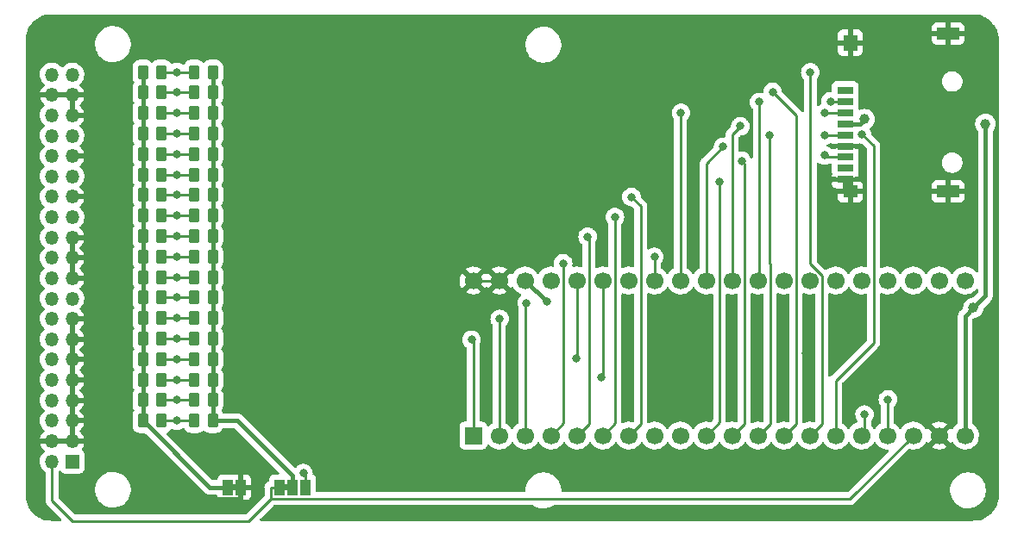
<source format=gtl>
G04 #@! TF.GenerationSoftware,KiCad,Pcbnew,(6.0.4)*
G04 #@! TF.CreationDate,2022-09-08T18:29:31-05:00*
G04 #@! TF.ProjectId,v2-PowerBook-BLUESCSI-dehij,76322d50-6f77-4657-9242-6f6f6b2d424c,rev?*
G04 #@! TF.SameCoordinates,Original*
G04 #@! TF.FileFunction,Copper,L1,Top*
G04 #@! TF.FilePolarity,Positive*
%FSLAX46Y46*%
G04 Gerber Fmt 4.6, Leading zero omitted, Abs format (unit mm)*
G04 Created by KiCad (PCBNEW (6.0.4)) date 2022-09-08 18:29:31*
%MOMM*%
%LPD*%
G01*
G04 APERTURE LIST*
G04 Aperture macros list*
%AMRoundRect*
0 Rectangle with rounded corners*
0 $1 Rounding radius*
0 $2 $3 $4 $5 $6 $7 $8 $9 X,Y pos of 4 corners*
0 Add a 4 corners polygon primitive as box body*
4,1,4,$2,$3,$4,$5,$6,$7,$8,$9,$2,$3,0*
0 Add four circle primitives for the rounded corners*
1,1,$1+$1,$2,$3*
1,1,$1+$1,$4,$5*
1,1,$1+$1,$6,$7*
1,1,$1+$1,$8,$9*
0 Add four rect primitives between the rounded corners*
20,1,$1+$1,$2,$3,$4,$5,0*
20,1,$1+$1,$4,$5,$6,$7,0*
20,1,$1+$1,$6,$7,$8,$9,0*
20,1,$1+$1,$8,$9,$2,$3,0*%
G04 Aperture macros list end*
G04 #@! TA.AperFunction,SMDPad,CuDef*
%ADD10RoundRect,0.250000X0.262500X0.450000X-0.262500X0.450000X-0.262500X-0.450000X0.262500X-0.450000X0*%
G04 #@! TD*
G04 #@! TA.AperFunction,SMDPad,CuDef*
%ADD11RoundRect,0.250000X-0.262500X-0.450000X0.262500X-0.450000X0.262500X0.450000X-0.262500X0.450000X0*%
G04 #@! TD*
G04 #@! TA.AperFunction,SMDPad,CuDef*
%ADD12R,1.600000X0.700000*%
G04 #@! TD*
G04 #@! TA.AperFunction,SMDPad,CuDef*
%ADD13R,2.200000X1.200000*%
G04 #@! TD*
G04 #@! TA.AperFunction,SMDPad,CuDef*
%ADD14R,1.400000X1.600000*%
G04 #@! TD*
G04 #@! TA.AperFunction,SMDPad,CuDef*
%ADD15R,1.400000X1.200000*%
G04 #@! TD*
G04 #@! TA.AperFunction,SMDPad,CuDef*
%ADD16R,1.000000X1.500000*%
G04 #@! TD*
G04 #@! TA.AperFunction,ComponentPad*
%ADD17C,1.700000*%
G04 #@! TD*
G04 #@! TA.AperFunction,ComponentPad*
%ADD18R,1.700000X1.700000*%
G04 #@! TD*
G04 #@! TA.AperFunction,ComponentPad*
%ADD19R,1.350000X1.350000*%
G04 #@! TD*
G04 #@! TA.AperFunction,ComponentPad*
%ADD20O,1.350000X1.350000*%
G04 #@! TD*
G04 #@! TA.AperFunction,ViaPad*
%ADD21C,1.000000*%
G04 #@! TD*
G04 #@! TA.AperFunction,ViaPad*
%ADD22C,0.800000*%
G04 #@! TD*
G04 #@! TA.AperFunction,Conductor*
%ADD23C,0.250000*%
G04 #@! TD*
G04 #@! TA.AperFunction,Conductor*
%ADD24C,0.400000*%
G04 #@! TD*
G04 APERTURE END LIST*
G36*
X94880000Y-123490000D02*
G01*
X94380000Y-123490000D01*
X94380000Y-122890000D01*
X94880000Y-122890000D01*
X94880000Y-123490000D01*
G37*
G36*
X99960000Y-123490000D02*
G01*
X99460000Y-123490000D01*
X99460000Y-122890000D01*
X99960000Y-122890000D01*
X99960000Y-123490000D01*
G37*
D10*
X92530144Y-98512352D03*
X90705144Y-98512352D03*
X92530144Y-102542940D03*
X90705144Y-102542940D03*
X92530144Y-104558234D03*
X90705144Y-104558234D03*
X92530144Y-106573528D03*
X90705144Y-106573528D03*
X92530144Y-108588822D03*
X90705144Y-108588822D03*
X92530144Y-110604116D03*
X90705144Y-110604116D03*
X92530144Y-112619410D03*
X90705144Y-112619410D03*
X92530144Y-114634704D03*
X90705144Y-114634704D03*
X92530144Y-116650000D03*
X90705144Y-116650000D03*
X92530144Y-100527646D03*
X90705144Y-100527646D03*
X92530144Y-94481764D03*
X90705144Y-94481764D03*
X92530144Y-92466470D03*
X90705144Y-92466470D03*
X92530144Y-88435882D03*
X90705144Y-88435882D03*
X92530144Y-96497058D03*
X90705144Y-96497058D03*
X92530144Y-90451176D03*
X90705144Y-90451176D03*
X92530144Y-84405294D03*
X90705144Y-84405294D03*
X92530144Y-82390000D03*
X90705144Y-82390000D03*
X92530144Y-86420588D03*
X90705144Y-86420588D03*
D11*
X85667500Y-102542940D03*
X87492500Y-102542940D03*
X85667500Y-104558234D03*
X87492500Y-104558234D03*
X85667500Y-106573528D03*
X87492500Y-106573528D03*
X85667500Y-108588822D03*
X87492500Y-108588822D03*
X85667500Y-110604116D03*
X87492500Y-110604116D03*
X85667500Y-112619410D03*
X87492500Y-112619410D03*
X85667500Y-114634704D03*
X87492500Y-114634704D03*
X85667500Y-116650000D03*
X87492500Y-116650000D03*
X85667500Y-100527646D03*
X87492500Y-100527646D03*
X85667500Y-98512352D03*
X87492500Y-98512352D03*
X85667500Y-94481764D03*
X87492500Y-94481764D03*
X85667500Y-92466470D03*
X87492500Y-92466470D03*
X85667500Y-88435882D03*
X87492500Y-88435882D03*
X85667500Y-96497058D03*
X87492500Y-96497058D03*
X85667500Y-90451176D03*
X87492500Y-90451176D03*
X85667500Y-84405294D03*
X87492500Y-84405294D03*
X85667500Y-82390000D03*
X87492500Y-82390000D03*
X85667500Y-86420588D03*
X87492500Y-86420588D03*
D12*
X154600000Y-84160000D03*
X154600000Y-85260000D03*
X154600000Y-86360000D03*
X154600000Y-87460000D03*
X154600000Y-88560000D03*
D13*
X164700000Y-78610000D03*
D14*
X155100000Y-79510000D03*
D12*
X154600000Y-89660000D03*
D13*
X164700000Y-94110000D03*
D15*
X155100000Y-94110000D03*
D12*
X154600000Y-90760000D03*
X154600000Y-91860000D03*
X154600000Y-92960000D03*
D16*
X93980000Y-123190000D03*
X95280000Y-123190000D03*
X99060000Y-123190000D03*
X100360000Y-123190000D03*
X101660000Y-123190000D03*
D17*
X118110000Y-102870000D03*
D18*
X118110000Y-118110000D03*
D17*
X120650000Y-102870000D03*
X120650000Y-118110000D03*
X123190000Y-102870000D03*
X123190000Y-118110000D03*
X125730000Y-102870000D03*
X125730000Y-118110000D03*
X128270000Y-102870000D03*
X128270000Y-118110000D03*
X130810000Y-102870000D03*
X130810000Y-118110000D03*
X133350000Y-102870000D03*
X133350000Y-118110000D03*
X135890000Y-102870000D03*
X135890000Y-118110000D03*
X138430000Y-102870000D03*
X138430000Y-118110000D03*
X140970000Y-102870000D03*
X140970000Y-118110000D03*
X143510000Y-102870000D03*
X143510000Y-118110000D03*
X146050000Y-102870000D03*
X146050000Y-118110000D03*
X148590000Y-102870000D03*
X148590000Y-118110000D03*
X151130000Y-102870000D03*
X151130000Y-118110000D03*
X153670000Y-102870000D03*
X153670000Y-118110000D03*
X156210000Y-102870000D03*
X156210000Y-118110000D03*
X158750000Y-102870000D03*
X158750000Y-118110000D03*
X161290000Y-102870000D03*
X161290000Y-118110000D03*
X163830000Y-102870000D03*
X163830000Y-118110000D03*
X166370000Y-102870000D03*
X166370000Y-118110000D03*
D19*
X78740000Y-120650000D03*
D20*
X76740000Y-120650000D03*
X78740000Y-118650000D03*
X76740000Y-118650000D03*
X78740000Y-116650000D03*
X76740000Y-116650000D03*
X78740000Y-114650000D03*
X76740000Y-114650000D03*
X78740000Y-112650000D03*
X76740000Y-112650000D03*
X78740000Y-110650000D03*
X76740000Y-110650000D03*
X78740000Y-108650000D03*
X76740000Y-108650000D03*
X78740000Y-106650000D03*
X76740000Y-106650000D03*
X78740000Y-104650000D03*
X76740000Y-104650000D03*
X78740000Y-102650000D03*
X76740000Y-102650000D03*
X78740000Y-100650000D03*
X76740000Y-100650000D03*
X78740000Y-98650000D03*
X76740000Y-98650000D03*
X78740000Y-96650000D03*
X76740000Y-96650000D03*
X78740000Y-94650000D03*
X76740000Y-94650000D03*
X78740000Y-92650000D03*
X76740000Y-92650000D03*
X78740000Y-90650000D03*
X76740000Y-90650000D03*
X78740000Y-88650000D03*
X76740000Y-88650000D03*
X78740000Y-86650000D03*
X76740000Y-86650000D03*
X78740000Y-84650000D03*
X76740000Y-84650000D03*
X78740000Y-82650000D03*
X76740000Y-82650000D03*
D21*
X167020000Y-93070000D03*
X161850000Y-93000000D03*
X152610000Y-93120000D03*
X155060000Y-96190000D03*
X161090000Y-109990000D03*
X133260000Y-109990000D03*
X154590000Y-109990000D03*
X150840000Y-109990000D03*
X148600000Y-109990000D03*
X146040000Y-109990000D03*
X143570000Y-109990000D03*
X137640000Y-109990000D03*
X156510000Y-87020000D03*
X168360000Y-87470000D03*
X167180000Y-105560000D03*
D22*
X125360000Y-104980000D03*
X156490000Y-116040000D03*
X158790000Y-114560000D03*
X130680000Y-112390000D03*
X128230000Y-110520000D03*
X117930000Y-108700000D03*
X120690000Y-106640000D03*
X123330000Y-105090000D03*
X126920000Y-101180000D03*
X135870000Y-100550000D03*
X129320000Y-98570000D03*
X132000000Y-96640000D03*
X133620000Y-94660000D03*
X142260000Y-93190000D03*
X144430000Y-91100000D03*
X147130000Y-88570000D03*
X156240000Y-88510000D03*
X147480000Y-84330000D03*
X151170000Y-82410000D03*
X146160000Y-85330000D03*
X152560000Y-86420000D03*
X138480000Y-86400000D03*
X144302215Y-87711382D03*
X152570000Y-88630000D03*
X142612325Y-89726676D03*
X152560000Y-90590000D03*
X89000000Y-82390000D03*
X89000000Y-86420588D03*
X89000000Y-84405294D03*
X89000000Y-88435882D03*
X89000000Y-92466470D03*
X89000000Y-90451176D03*
X89000000Y-94481764D03*
X89000000Y-96497058D03*
X89000000Y-98512352D03*
X89000000Y-100527646D03*
X89000000Y-102542940D03*
X89000000Y-104558234D03*
X89000000Y-106573528D03*
X89000000Y-108588822D03*
X89000000Y-110604116D03*
X89000000Y-112619410D03*
X89000000Y-114634704D03*
X89000000Y-116650000D03*
X153154700Y-85260000D03*
X101427900Y-121807900D03*
D23*
X76740000Y-124470000D02*
X76740000Y-120650000D01*
X78780000Y-126510000D02*
X76740000Y-124470000D01*
X96047300Y-126510000D02*
X78780000Y-126510000D01*
X98234700Y-124322600D02*
X96047300Y-126510000D01*
X85310000Y-118650000D02*
X78740000Y-118650000D01*
X95280000Y-123190000D02*
X95280000Y-124265300D01*
X95280000Y-124265300D02*
X90925300Y-124265300D01*
X90925300Y-124265300D02*
X85310000Y-118650000D01*
D24*
X156070000Y-87460000D02*
X154600000Y-87460000D01*
X156510000Y-87020000D02*
X156070000Y-87460000D01*
X168360000Y-87500000D02*
X168360000Y-87470000D01*
X168350000Y-87510000D02*
X168360000Y-87500000D01*
X168350000Y-104390000D02*
X168350000Y-87510000D01*
X167180000Y-105560000D02*
X168350000Y-104390000D01*
X166370000Y-106370000D02*
X166370000Y-118110000D01*
X167180000Y-105560000D02*
X166370000Y-106370000D01*
X125300000Y-104980000D02*
X125360000Y-104980000D01*
X123190000Y-102870000D02*
X125300000Y-104980000D01*
D23*
X156490000Y-116040000D02*
X156490000Y-117830000D01*
X158750000Y-114600000D02*
X158750000Y-118110000D01*
X158790000Y-114560000D02*
X158750000Y-114600000D01*
X130810000Y-112260000D02*
X130810000Y-102870000D01*
X130680000Y-112390000D02*
X130810000Y-112260000D01*
X128270000Y-110480000D02*
X128270000Y-102870000D01*
X128230000Y-110520000D02*
X128270000Y-110480000D01*
X118110000Y-118110000D02*
X118110000Y-108880000D01*
X118110000Y-108880000D02*
X117930000Y-108700000D01*
X120650000Y-106680000D02*
X120650000Y-118110000D01*
X120690000Y-106640000D02*
X120650000Y-106680000D01*
X123330000Y-105090000D02*
X123190000Y-105230000D01*
X123190000Y-105230000D02*
X123190000Y-118110000D01*
X126920000Y-101180000D02*
X126920000Y-116920000D01*
X126920000Y-116920000D02*
X125730000Y-118110000D01*
X135870000Y-100550000D02*
X135870000Y-102850000D01*
X129444511Y-98694511D02*
X129444511Y-116935489D01*
X129320000Y-98570000D02*
X129444511Y-98694511D01*
X129444511Y-116935489D02*
X128270000Y-118110000D01*
X132000000Y-116920000D02*
X130810000Y-118110000D01*
X132000000Y-96640000D02*
X132000000Y-116920000D01*
X134524511Y-116935489D02*
X133350000Y-118110000D01*
X134524511Y-95564511D02*
X134524511Y-116935489D01*
X133620000Y-94660000D02*
X134524511Y-95564511D01*
X142260000Y-93190000D02*
X142260000Y-116820000D01*
X142260000Y-116820000D02*
X140970000Y-118110000D01*
X144684511Y-116935489D02*
X143510000Y-118110000D01*
X144684511Y-91354511D02*
X144684511Y-116935489D01*
X144430000Y-91100000D02*
X144684511Y-91354511D01*
X140970000Y-91369001D02*
X142612325Y-89726676D01*
X140970000Y-102870000D02*
X140970000Y-91369001D01*
X147224511Y-116935489D02*
X146050000Y-118110000D01*
X147224511Y-101264511D02*
X147224511Y-116935489D01*
X147130000Y-101170000D02*
X147224511Y-101264511D01*
X147130000Y-88570000D02*
X147130000Y-101170000D01*
X144302215Y-87722285D02*
X144302215Y-87711382D01*
X143500000Y-88524500D02*
X144302215Y-87722285D01*
X143500000Y-99250000D02*
X143500000Y-88524500D01*
X143510000Y-99260000D02*
X143500000Y-99250000D01*
X157384511Y-108975489D02*
X153670000Y-112690000D01*
X157384511Y-89654511D02*
X157384511Y-108975489D01*
X153670000Y-112690000D02*
X153670000Y-118110000D01*
X156240000Y-88510000D02*
X157384511Y-89654511D01*
X147480000Y-84330000D02*
X149764511Y-86614511D01*
X149764511Y-86614511D02*
X149764511Y-116935489D01*
X149764511Y-116935489D02*
X148590000Y-118110000D01*
X152304511Y-102383501D02*
X152304511Y-116935489D01*
X151170000Y-82410000D02*
X151170000Y-101248990D01*
X152304511Y-116935489D02*
X151130000Y-118110000D01*
X151170000Y-101248990D02*
X152304511Y-102383501D01*
X146160000Y-85330000D02*
X146160000Y-102760000D01*
X138430000Y-86450000D02*
X138430000Y-102870000D01*
X138480000Y-86400000D02*
X138430000Y-86450000D01*
X152620000Y-86360000D02*
X152560000Y-86420000D01*
X154600000Y-86360000D02*
X152620000Y-86360000D01*
X143510000Y-99260000D02*
X143510000Y-102870000D01*
X152640000Y-88560000D02*
X152570000Y-88630000D01*
X152640000Y-88560000D02*
X154600000Y-88560000D01*
X152730000Y-90760000D02*
X152560000Y-90590000D01*
X154600000Y-90760000D02*
X152730000Y-90760000D01*
D24*
X94970000Y-116650000D02*
X92530144Y-116650000D01*
X100360000Y-122040000D02*
X94970000Y-116650000D01*
X100360000Y-123190000D02*
X100360000Y-122040000D01*
X92207500Y-123190000D02*
X93980000Y-123190000D01*
X85667500Y-116650000D02*
X92207500Y-123190000D01*
X92530144Y-116650000D02*
X92530144Y-82390000D01*
X85667500Y-82390000D02*
X85667500Y-116650000D01*
D23*
X87492500Y-82390000D02*
X90705144Y-82390000D01*
X87492500Y-84405294D02*
X90705144Y-84405294D01*
X87492500Y-86420588D02*
X90705144Y-86420588D01*
X87492500Y-88435882D02*
X90705144Y-88435882D01*
X87492500Y-90451176D02*
X90705144Y-90451176D01*
X87492500Y-92466470D02*
X90705144Y-92466470D01*
X87492500Y-94481764D02*
X90705144Y-94481764D01*
X87492500Y-96497058D02*
X90705144Y-96497058D01*
X87492500Y-98512352D02*
X90705144Y-98512352D01*
X87492500Y-100527646D02*
X90705144Y-100527646D01*
X87492500Y-102542940D02*
X90705144Y-102542940D01*
X87492500Y-104558234D02*
X90705144Y-104558234D01*
X87492500Y-106573528D02*
X90705144Y-106573528D01*
X87492500Y-108588822D02*
X90705144Y-108588822D01*
X87492500Y-110604116D02*
X90705144Y-110604116D01*
X87492500Y-112619410D02*
X90705144Y-112619410D01*
X87492500Y-114634704D02*
X90705144Y-114634704D01*
X87492500Y-116650000D02*
X90705144Y-116650000D01*
X154600000Y-85260000D02*
X153474700Y-85260000D01*
X153474700Y-85260000D02*
X153154700Y-85260000D01*
X155612700Y-79510000D02*
X156772000Y-79510000D01*
X120650000Y-102870000D02*
X118110000Y-102870000D01*
X78740000Y-94650000D02*
X79740300Y-94650000D01*
X76740000Y-118650000D02*
X78740000Y-118650000D01*
X101660000Y-122040000D02*
X101427900Y-121807900D01*
X101660000Y-123190000D02*
X101660000Y-122114700D01*
X101660000Y-122114700D02*
X101660000Y-122040000D01*
X99060000Y-123190000D02*
X98234700Y-123190000D01*
X161290000Y-118110000D02*
X155077400Y-124322600D01*
X155077400Y-124322600D02*
X98234700Y-124322600D01*
X98234700Y-123190000D02*
X98234700Y-124322600D01*
G04 #@! TA.AperFunction,Conductor*
G36*
X167150018Y-76710000D02*
G01*
X167164851Y-76712310D01*
X167164855Y-76712310D01*
X167173724Y-76713691D01*
X167190923Y-76711442D01*
X167214863Y-76710609D01*
X167472710Y-76726206D01*
X167487814Y-76728040D01*
X167559786Y-76741229D01*
X167768760Y-76779525D01*
X167783526Y-76783164D01*
X168056231Y-76868142D01*
X168070445Y-76873534D01*
X168288223Y-76971547D01*
X168330906Y-76990757D01*
X168344379Y-76997828D01*
X168588813Y-77145595D01*
X168601334Y-77154238D01*
X168826171Y-77330385D01*
X168837560Y-77340475D01*
X169039525Y-77542440D01*
X169049615Y-77553829D01*
X169225762Y-77778666D01*
X169234405Y-77791187D01*
X169382172Y-78035621D01*
X169389242Y-78049092D01*
X169506466Y-78309555D01*
X169511858Y-78323769D01*
X169596836Y-78596473D01*
X169600475Y-78611240D01*
X169631277Y-78779318D01*
X169651960Y-78892186D01*
X169653794Y-78907290D01*
X169668953Y-79157904D01*
X169667692Y-79184716D01*
X169667690Y-79184852D01*
X169666309Y-79193724D01*
X169667473Y-79202626D01*
X169667473Y-79202628D01*
X169670436Y-79225283D01*
X169671500Y-79241621D01*
X169671500Y-123950633D01*
X169670000Y-123970018D01*
X169667690Y-123984851D01*
X169667690Y-123984855D01*
X169666309Y-123993724D01*
X169668177Y-124008006D01*
X169668558Y-124010919D01*
X169669391Y-124034863D01*
X169653794Y-124292710D01*
X169651960Y-124307814D01*
X169602540Y-124577497D01*
X169600477Y-124588754D01*
X169596836Y-124603526D01*
X169512029Y-124875683D01*
X169511859Y-124876227D01*
X169506466Y-124890445D01*
X169411117Y-125102303D01*
X169389243Y-125150906D01*
X169382173Y-125164378D01*
X169380521Y-125167110D01*
X169234405Y-125408813D01*
X169225762Y-125421334D01*
X169049615Y-125646171D01*
X169039525Y-125657560D01*
X168837560Y-125859525D01*
X168826171Y-125869615D01*
X168601334Y-126045762D01*
X168588813Y-126054405D01*
X168344379Y-126202172D01*
X168330908Y-126209242D01*
X168070445Y-126326466D01*
X168056231Y-126331858D01*
X167806966Y-126409532D01*
X167783527Y-126416836D01*
X167768760Y-126420475D01*
X167559786Y-126458771D01*
X167487814Y-126471960D01*
X167472710Y-126473794D01*
X167222096Y-126488953D01*
X167195284Y-126487692D01*
X167195148Y-126487690D01*
X167186276Y-126486309D01*
X167177374Y-126487473D01*
X167177372Y-126487473D01*
X167162707Y-126489391D01*
X167154714Y-126490436D01*
X167138379Y-126491500D01*
X97265894Y-126491500D01*
X97197773Y-126471498D01*
X97151280Y-126417842D01*
X97141176Y-126347568D01*
X97170670Y-126282988D01*
X97176799Y-126276405D01*
X97795645Y-125657560D01*
X98460200Y-124993005D01*
X98522512Y-124958979D01*
X98549295Y-124956100D01*
X123954453Y-124956100D01*
X124019818Y-124974381D01*
X124175422Y-125068804D01*
X124175426Y-125068806D01*
X124179419Y-125071229D01*
X124420455Y-125172303D01*
X124673783Y-125236641D01*
X124678434Y-125237109D01*
X124678438Y-125237110D01*
X124871308Y-125256531D01*
X124890867Y-125258500D01*
X125046354Y-125258500D01*
X125048679Y-125258327D01*
X125048685Y-125258327D01*
X125236000Y-125244407D01*
X125236004Y-125244406D01*
X125240652Y-125244061D01*
X125245200Y-125243032D01*
X125245206Y-125243031D01*
X125431601Y-125200853D01*
X125495577Y-125186377D01*
X125499931Y-125184684D01*
X125734824Y-125093340D01*
X125734827Y-125093339D01*
X125739177Y-125091647D01*
X125858690Y-125023340D01*
X125947279Y-124972707D01*
X126009802Y-124956100D01*
X154998633Y-124956100D01*
X155009816Y-124956627D01*
X155017309Y-124958302D01*
X155025235Y-124958053D01*
X155025236Y-124958053D01*
X155085386Y-124956162D01*
X155089345Y-124956100D01*
X155117256Y-124956100D01*
X155121191Y-124955603D01*
X155121256Y-124955595D01*
X155133093Y-124954662D01*
X155165351Y-124953648D01*
X155169370Y-124953522D01*
X155177289Y-124953273D01*
X155196743Y-124947621D01*
X155216100Y-124943613D01*
X155228330Y-124942068D01*
X155228331Y-124942068D01*
X155236197Y-124941074D01*
X155243568Y-124938155D01*
X155243570Y-124938155D01*
X155277312Y-124924796D01*
X155288542Y-124920951D01*
X155323383Y-124910829D01*
X155323384Y-124910829D01*
X155330993Y-124908618D01*
X155337812Y-124904585D01*
X155337817Y-124904583D01*
X155348428Y-124898307D01*
X155366176Y-124889612D01*
X155385017Y-124882152D01*
X155405910Y-124866973D01*
X155420787Y-124856164D01*
X155430707Y-124849648D01*
X155461935Y-124831180D01*
X155461938Y-124831178D01*
X155468762Y-124827142D01*
X155483083Y-124812821D01*
X155498117Y-124799980D01*
X155508094Y-124792731D01*
X155514507Y-124788072D01*
X155542698Y-124753995D01*
X155550688Y-124745216D01*
X156688249Y-123607655D01*
X164889858Y-123607655D01*
X164925104Y-123866638D01*
X164926412Y-123871124D01*
X164926412Y-123871126D01*
X164940221Y-123918502D01*
X164998243Y-124117567D01*
X165107668Y-124354928D01*
X165110231Y-124358837D01*
X165248410Y-124569596D01*
X165248414Y-124569601D01*
X165250976Y-124573509D01*
X165425018Y-124768506D01*
X165625970Y-124935637D01*
X165645721Y-124947622D01*
X165845422Y-125068804D01*
X165845426Y-125068806D01*
X165849419Y-125071229D01*
X166090455Y-125172303D01*
X166343783Y-125236641D01*
X166348434Y-125237109D01*
X166348438Y-125237110D01*
X166541308Y-125256531D01*
X166560867Y-125258500D01*
X166716354Y-125258500D01*
X166718679Y-125258327D01*
X166718685Y-125258327D01*
X166906000Y-125244407D01*
X166906004Y-125244406D01*
X166910652Y-125244061D01*
X166915200Y-125243032D01*
X166915206Y-125243031D01*
X167101601Y-125200853D01*
X167165577Y-125186377D01*
X167169931Y-125184684D01*
X167404824Y-125093340D01*
X167404827Y-125093339D01*
X167409177Y-125091647D01*
X167636098Y-124961951D01*
X167841357Y-124800138D01*
X168020443Y-124609763D01*
X168133823Y-124446328D01*
X168166759Y-124398851D01*
X168166761Y-124398848D01*
X168169424Y-124395009D01*
X168174247Y-124385229D01*
X168282960Y-124164781D01*
X168282961Y-124164778D01*
X168285025Y-124160593D01*
X168306092Y-124094781D01*
X168363280Y-123916123D01*
X168364707Y-123911665D01*
X168406721Y-123653693D01*
X168410142Y-123392345D01*
X168374896Y-123133362D01*
X168360473Y-123083877D01*
X168349970Y-123047843D01*
X168301757Y-122882433D01*
X168192332Y-122645072D01*
X168091895Y-122491880D01*
X168051590Y-122430404D01*
X168051586Y-122430399D01*
X168049024Y-122426491D01*
X167874982Y-122231494D01*
X167674030Y-122064363D01*
X167559339Y-121994767D01*
X167454578Y-121931196D01*
X167454574Y-121931194D01*
X167450581Y-121928771D01*
X167209545Y-121827697D01*
X166956217Y-121763359D01*
X166951566Y-121762891D01*
X166951562Y-121762890D01*
X166742271Y-121741816D01*
X166739133Y-121741500D01*
X166583646Y-121741500D01*
X166581321Y-121741673D01*
X166581315Y-121741673D01*
X166394000Y-121755593D01*
X166393996Y-121755594D01*
X166389348Y-121755939D01*
X166384800Y-121756968D01*
X166384794Y-121756969D01*
X166198399Y-121799147D01*
X166134423Y-121813623D01*
X166130071Y-121815315D01*
X166130069Y-121815316D01*
X165895176Y-121906660D01*
X165895173Y-121906661D01*
X165890823Y-121908353D01*
X165886769Y-121910670D01*
X165886767Y-121910671D01*
X165841620Y-121936475D01*
X165663902Y-122038049D01*
X165458643Y-122199862D01*
X165279557Y-122390237D01*
X165181802Y-122531149D01*
X165151332Y-122575072D01*
X165130576Y-122604991D01*
X165128510Y-122609181D01*
X165128508Y-122609184D01*
X165018464Y-122832333D01*
X165014975Y-122839407D01*
X165013553Y-122843850D01*
X165013552Y-122843852D01*
X164947008Y-123051737D01*
X164935293Y-123088335D01*
X164893279Y-123346307D01*
X164893218Y-123350980D01*
X164890172Y-123583693D01*
X164889858Y-123607655D01*
X156688249Y-123607655D01*
X160834549Y-119461355D01*
X160896861Y-119427329D01*
X160948762Y-119426979D01*
X161128597Y-119463567D01*
X161133772Y-119463757D01*
X161133774Y-119463757D01*
X161346673Y-119471564D01*
X161346677Y-119471564D01*
X161351837Y-119471753D01*
X161356957Y-119471097D01*
X161356959Y-119471097D01*
X161568288Y-119444025D01*
X161568289Y-119444025D01*
X161573416Y-119443368D01*
X161578366Y-119441883D01*
X161782429Y-119380661D01*
X161782434Y-119380659D01*
X161787384Y-119379174D01*
X161987994Y-119280896D01*
X162052544Y-119234853D01*
X163069977Y-119234853D01*
X163075258Y-119241907D01*
X163236756Y-119336279D01*
X163246042Y-119340729D01*
X163445001Y-119416703D01*
X163454899Y-119419579D01*
X163663595Y-119462038D01*
X163673823Y-119463257D01*
X163886650Y-119471062D01*
X163896936Y-119470595D01*
X164108185Y-119443534D01*
X164118262Y-119441392D01*
X164322255Y-119380191D01*
X164331842Y-119376433D01*
X164523098Y-119282738D01*
X164531944Y-119277465D01*
X164579247Y-119243723D01*
X164587648Y-119233023D01*
X164580660Y-119219870D01*
X163842812Y-118482022D01*
X163828868Y-118474408D01*
X163827035Y-118474539D01*
X163820420Y-118478790D01*
X163076737Y-119222473D01*
X163069977Y-119234853D01*
X162052544Y-119234853D01*
X162169860Y-119151173D01*
X162328096Y-118993489D01*
X162389532Y-118907992D01*
X162458453Y-118812077D01*
X162459640Y-118812930D01*
X162506960Y-118769362D01*
X162576897Y-118757145D01*
X162642338Y-118784678D01*
X162670166Y-118816512D01*
X162696459Y-118859419D01*
X162706916Y-118868880D01*
X162715694Y-118865096D01*
X163457978Y-118122812D01*
X163465592Y-118108868D01*
X163465461Y-118107035D01*
X163461210Y-118100420D01*
X162719849Y-117359059D01*
X162708313Y-117352759D01*
X162696031Y-117362382D01*
X162663499Y-117410072D01*
X162608587Y-117455075D01*
X162538063Y-117463246D01*
X162474316Y-117431992D01*
X162453618Y-117407508D01*
X162372822Y-117282617D01*
X162372820Y-117282614D01*
X162370014Y-117278277D01*
X162219670Y-117113051D01*
X162215619Y-117109852D01*
X162215615Y-117109848D01*
X162059338Y-116986427D01*
X163071223Y-116986427D01*
X163077968Y-116998758D01*
X163817188Y-117737978D01*
X163831132Y-117745592D01*
X163832965Y-117745461D01*
X163839580Y-117741210D01*
X164583389Y-116997401D01*
X164590410Y-116984544D01*
X164583611Y-116975213D01*
X164579554Y-116972518D01*
X164393117Y-116869599D01*
X164383705Y-116865369D01*
X164182959Y-116794280D01*
X164172989Y-116791646D01*
X163963327Y-116754301D01*
X163953073Y-116753331D01*
X163740116Y-116750728D01*
X163729832Y-116751448D01*
X163519321Y-116783661D01*
X163509293Y-116786050D01*
X163306868Y-116852212D01*
X163297359Y-116856209D01*
X163108466Y-116954540D01*
X163099734Y-116960039D01*
X163079677Y-116975099D01*
X163071223Y-116986427D01*
X162059338Y-116986427D01*
X162048414Y-116977800D01*
X162048410Y-116977798D01*
X162044359Y-116974598D01*
X162039831Y-116972098D01*
X161981788Y-116940057D01*
X161848789Y-116866638D01*
X161843920Y-116864914D01*
X161843916Y-116864912D01*
X161643087Y-116793795D01*
X161643083Y-116793794D01*
X161638212Y-116792069D01*
X161633119Y-116791162D01*
X161633116Y-116791161D01*
X161423373Y-116753800D01*
X161423367Y-116753799D01*
X161418284Y-116752894D01*
X161344452Y-116751992D01*
X161200081Y-116750228D01*
X161200079Y-116750228D01*
X161194911Y-116750165D01*
X160974091Y-116783955D01*
X160761756Y-116853357D01*
X160715697Y-116877334D01*
X160587975Y-116943822D01*
X160563607Y-116956507D01*
X160559474Y-116959610D01*
X160559471Y-116959612D01*
X160389100Y-117087530D01*
X160384965Y-117090635D01*
X160381393Y-117094373D01*
X160238134Y-117244285D01*
X160230629Y-117252138D01*
X160123201Y-117409621D01*
X160068293Y-117454621D01*
X159997768Y-117462792D01*
X159934021Y-117431538D01*
X159913324Y-117407054D01*
X159832822Y-117282617D01*
X159832820Y-117282614D01*
X159830014Y-117278277D01*
X159679670Y-117113051D01*
X159675619Y-117109852D01*
X159675615Y-117109848D01*
X159508414Y-116977800D01*
X159508410Y-116977798D01*
X159504359Y-116974598D01*
X159499835Y-116972101D01*
X159499831Y-116972098D01*
X159448608Y-116943822D01*
X159398636Y-116893390D01*
X159383500Y-116833513D01*
X159383500Y-115306949D01*
X159403502Y-115238828D01*
X159415864Y-115222639D01*
X159524621Y-115101852D01*
X159524622Y-115101851D01*
X159529040Y-115096944D01*
X159624527Y-114931556D01*
X159683542Y-114749928D01*
X159703504Y-114560000D01*
X159690198Y-114433400D01*
X159684232Y-114376635D01*
X159684232Y-114376633D01*
X159683542Y-114370072D01*
X159624527Y-114188444D01*
X159529040Y-114023056D01*
X159509365Y-114001204D01*
X159405675Y-113886045D01*
X159405674Y-113886044D01*
X159401253Y-113881134D01*
X159246752Y-113768882D01*
X159240724Y-113766198D01*
X159240722Y-113766197D01*
X159078319Y-113693891D01*
X159078318Y-113693891D01*
X159072288Y-113691206D01*
X158978887Y-113671353D01*
X158891944Y-113652872D01*
X158891939Y-113652872D01*
X158885487Y-113651500D01*
X158694513Y-113651500D01*
X158688061Y-113652872D01*
X158688056Y-113652872D01*
X158601113Y-113671353D01*
X158507712Y-113691206D01*
X158501682Y-113693891D01*
X158501681Y-113693891D01*
X158339278Y-113766197D01*
X158339276Y-113766198D01*
X158333248Y-113768882D01*
X158178747Y-113881134D01*
X158174326Y-113886044D01*
X158174325Y-113886045D01*
X158070636Y-114001204D01*
X158050960Y-114023056D01*
X157955473Y-114188444D01*
X157896458Y-114370072D01*
X157895768Y-114376633D01*
X157895768Y-114376635D01*
X157889802Y-114433400D01*
X157876496Y-114560000D01*
X157896458Y-114749928D01*
X157955473Y-114931556D01*
X158050960Y-115096944D01*
X158055382Y-115101855D01*
X158055384Y-115101858D01*
X158084136Y-115133791D01*
X158114854Y-115197798D01*
X158116500Y-115218101D01*
X158116500Y-116831692D01*
X158096498Y-116899813D01*
X158048683Y-116943453D01*
X158023607Y-116956507D01*
X158019474Y-116959610D01*
X158019471Y-116959612D01*
X157849100Y-117087530D01*
X157844965Y-117090635D01*
X157841393Y-117094373D01*
X157698134Y-117244285D01*
X157690629Y-117252138D01*
X157583201Y-117409621D01*
X157528293Y-117454621D01*
X157457768Y-117462792D01*
X157394021Y-117431538D01*
X157373324Y-117407054D01*
X157292822Y-117282617D01*
X157292820Y-117282614D01*
X157290014Y-117278277D01*
X157275844Y-117262704D01*
X157156307Y-117131334D01*
X157125255Y-117067488D01*
X157123500Y-117046534D01*
X157123500Y-116742524D01*
X157143502Y-116674403D01*
X157155858Y-116658221D01*
X157229040Y-116576944D01*
X157324527Y-116411556D01*
X157383542Y-116229928D01*
X157403504Y-116040000D01*
X157386273Y-115876054D01*
X157384232Y-115856635D01*
X157384232Y-115856633D01*
X157383542Y-115850072D01*
X157324527Y-115668444D01*
X157309442Y-115642315D01*
X157269822Y-115573692D01*
X157229040Y-115503056D01*
X157155980Y-115421914D01*
X157105675Y-115366045D01*
X157105674Y-115366044D01*
X157101253Y-115361134D01*
X157002157Y-115289136D01*
X156952094Y-115252763D01*
X156952093Y-115252762D01*
X156946752Y-115248882D01*
X156940724Y-115246198D01*
X156940722Y-115246197D01*
X156778319Y-115173891D01*
X156778318Y-115173891D01*
X156772288Y-115171206D01*
X156678888Y-115151353D01*
X156591944Y-115132872D01*
X156591939Y-115132872D01*
X156585487Y-115131500D01*
X156394513Y-115131500D01*
X156388061Y-115132872D01*
X156388056Y-115132872D01*
X156301112Y-115151353D01*
X156207712Y-115171206D01*
X156201682Y-115173891D01*
X156201681Y-115173891D01*
X156039278Y-115246197D01*
X156039276Y-115246198D01*
X156033248Y-115248882D01*
X156027907Y-115252762D01*
X156027906Y-115252763D01*
X155977843Y-115289136D01*
X155878747Y-115361134D01*
X155874326Y-115366044D01*
X155874325Y-115366045D01*
X155824021Y-115421914D01*
X155750960Y-115503056D01*
X155710178Y-115573692D01*
X155670559Y-115642315D01*
X155655473Y-115668444D01*
X155596458Y-115850072D01*
X155595768Y-115856633D01*
X155595768Y-115856635D01*
X155593727Y-115876054D01*
X155576496Y-116040000D01*
X155596458Y-116229928D01*
X155655473Y-116411556D01*
X155750960Y-116576944D01*
X155797939Y-116629120D01*
X155828655Y-116693125D01*
X155819892Y-116763578D01*
X155774429Y-116818110D01*
X155743448Y-116833193D01*
X155681756Y-116853357D01*
X155635697Y-116877334D01*
X155507975Y-116943822D01*
X155483607Y-116956507D01*
X155479474Y-116959610D01*
X155479471Y-116959612D01*
X155309100Y-117087530D01*
X155304965Y-117090635D01*
X155301393Y-117094373D01*
X155158134Y-117244285D01*
X155150629Y-117252138D01*
X155043201Y-117409621D01*
X154988293Y-117454621D01*
X154917768Y-117462792D01*
X154854021Y-117431538D01*
X154833324Y-117407054D01*
X154752822Y-117282617D01*
X154752820Y-117282614D01*
X154750014Y-117278277D01*
X154599670Y-117113051D01*
X154595619Y-117109852D01*
X154595615Y-117109848D01*
X154428414Y-116977800D01*
X154428410Y-116977798D01*
X154424359Y-116974598D01*
X154419835Y-116972101D01*
X154419831Y-116972098D01*
X154368608Y-116943822D01*
X154318636Y-116893390D01*
X154303500Y-116833513D01*
X154303500Y-113004594D01*
X154323502Y-112936473D01*
X154340405Y-112915499D01*
X156045623Y-111210282D01*
X157776764Y-109479141D01*
X157785050Y-109471601D01*
X157791529Y-109467489D01*
X157838155Y-109417837D01*
X157840909Y-109414996D01*
X157860646Y-109395259D01*
X157863126Y-109392062D01*
X157870831Y-109383040D01*
X157877387Y-109376059D01*
X157901097Y-109350810D01*
X157904916Y-109343864D01*
X157904918Y-109343861D01*
X157910859Y-109333055D01*
X157921710Y-109316536D01*
X157929269Y-109306790D01*
X157934125Y-109300530D01*
X157937270Y-109293261D01*
X157937273Y-109293257D01*
X157951685Y-109259952D01*
X157956902Y-109249302D01*
X157978206Y-109210549D01*
X157983244Y-109190926D01*
X157989648Y-109172223D01*
X157994544Y-109160909D01*
X157994544Y-109160908D01*
X157997692Y-109153634D01*
X157998931Y-109145811D01*
X157998934Y-109145801D01*
X158004610Y-109109965D01*
X158007016Y-109098345D01*
X158016039Y-109063200D01*
X158016039Y-109063199D01*
X158018011Y-109055519D01*
X158018011Y-109035265D01*
X158019562Y-109015554D01*
X158021491Y-109003375D01*
X158022731Y-108995546D01*
X158018570Y-108951527D01*
X158018011Y-108939670D01*
X158018011Y-104227725D01*
X158038013Y-104159604D01*
X158091669Y-104113111D01*
X158161943Y-104103007D01*
X158188960Y-104110015D01*
X158235684Y-104127857D01*
X158369692Y-104179030D01*
X158374760Y-104180061D01*
X158374763Y-104180062D01*
X158476060Y-104200671D01*
X158588597Y-104223567D01*
X158593772Y-104223757D01*
X158593774Y-104223757D01*
X158806673Y-104231564D01*
X158806677Y-104231564D01*
X158811837Y-104231753D01*
X158816957Y-104231097D01*
X158816959Y-104231097D01*
X159028288Y-104204025D01*
X159028289Y-104204025D01*
X159033416Y-104203368D01*
X159039686Y-104201487D01*
X159242429Y-104140661D01*
X159242434Y-104140659D01*
X159247384Y-104139174D01*
X159447994Y-104040896D01*
X159629860Y-103911173D01*
X159675272Y-103865920D01*
X159750217Y-103791236D01*
X159788096Y-103753489D01*
X159796547Y-103741729D01*
X159918453Y-103572077D01*
X159919776Y-103573028D01*
X159966645Y-103529857D01*
X160036580Y-103517625D01*
X160102026Y-103545144D01*
X160129875Y-103576994D01*
X160189987Y-103675088D01*
X160336250Y-103843938D01*
X160508126Y-103986632D01*
X160701000Y-104099338D01*
X160705825Y-104101180D01*
X160705826Y-104101181D01*
X160778612Y-104128975D01*
X160909692Y-104179030D01*
X160914760Y-104180061D01*
X160914763Y-104180062D01*
X161016060Y-104200671D01*
X161128597Y-104223567D01*
X161133772Y-104223757D01*
X161133774Y-104223757D01*
X161346673Y-104231564D01*
X161346677Y-104231564D01*
X161351837Y-104231753D01*
X161356957Y-104231097D01*
X161356959Y-104231097D01*
X161568288Y-104204025D01*
X161568289Y-104204025D01*
X161573416Y-104203368D01*
X161579686Y-104201487D01*
X161782429Y-104140661D01*
X161782434Y-104140659D01*
X161787384Y-104139174D01*
X161987994Y-104040896D01*
X162169860Y-103911173D01*
X162215272Y-103865920D01*
X162290217Y-103791236D01*
X162328096Y-103753489D01*
X162336547Y-103741729D01*
X162458453Y-103572077D01*
X162459776Y-103573028D01*
X162506645Y-103529857D01*
X162576580Y-103517625D01*
X162642026Y-103545144D01*
X162669875Y-103576994D01*
X162729987Y-103675088D01*
X162876250Y-103843938D01*
X163048126Y-103986632D01*
X163241000Y-104099338D01*
X163245825Y-104101180D01*
X163245826Y-104101181D01*
X163318612Y-104128975D01*
X163449692Y-104179030D01*
X163454760Y-104180061D01*
X163454763Y-104180062D01*
X163556060Y-104200671D01*
X163668597Y-104223567D01*
X163673772Y-104223757D01*
X163673774Y-104223757D01*
X163886673Y-104231564D01*
X163886677Y-104231564D01*
X163891837Y-104231753D01*
X163896957Y-104231097D01*
X163896959Y-104231097D01*
X164108288Y-104204025D01*
X164108289Y-104204025D01*
X164113416Y-104203368D01*
X164119686Y-104201487D01*
X164322429Y-104140661D01*
X164322434Y-104140659D01*
X164327384Y-104139174D01*
X164527994Y-104040896D01*
X164709860Y-103911173D01*
X164755272Y-103865920D01*
X164830217Y-103791236D01*
X164868096Y-103753489D01*
X164876547Y-103741729D01*
X164998453Y-103572077D01*
X164999776Y-103573028D01*
X165046645Y-103529857D01*
X165116580Y-103517625D01*
X165182026Y-103545144D01*
X165209875Y-103576994D01*
X165269987Y-103675088D01*
X165416250Y-103843938D01*
X165588126Y-103986632D01*
X165781000Y-104099338D01*
X165785825Y-104101180D01*
X165785826Y-104101181D01*
X165858612Y-104128975D01*
X165989692Y-104179030D01*
X165994760Y-104180061D01*
X165994763Y-104180062D01*
X166096060Y-104200671D01*
X166208597Y-104223567D01*
X166213772Y-104223757D01*
X166213774Y-104223757D01*
X166426673Y-104231564D01*
X166426677Y-104231564D01*
X166431837Y-104231753D01*
X166436957Y-104231097D01*
X166436959Y-104231097D01*
X166648288Y-104204025D01*
X166648289Y-104204025D01*
X166653416Y-104203368D01*
X166659686Y-104201487D01*
X166862429Y-104140661D01*
X166862434Y-104140659D01*
X166867384Y-104139174D01*
X167067994Y-104040896D01*
X167249860Y-103911173D01*
X167295272Y-103865920D01*
X167370217Y-103791236D01*
X167408096Y-103753489D01*
X167413177Y-103746418D01*
X167414308Y-103745536D01*
X167414465Y-103745352D01*
X167414503Y-103745384D01*
X167469172Y-103702770D01*
X167539875Y-103696324D01*
X167602840Y-103729127D01*
X167638074Y-103790763D01*
X167641500Y-103819944D01*
X167641500Y-104044340D01*
X167621498Y-104112461D01*
X167604595Y-104133435D01*
X167224069Y-104513961D01*
X167161757Y-104547987D01*
X167146394Y-104550347D01*
X166996251Y-104564011D01*
X166996248Y-104564012D01*
X166990112Y-104564570D01*
X166984206Y-104566308D01*
X166984202Y-104566309D01*
X166879076Y-104597249D01*
X166800381Y-104620410D01*
X166794923Y-104623263D01*
X166794919Y-104623265D01*
X166709876Y-104667725D01*
X166625110Y-104712040D01*
X166470975Y-104835968D01*
X166467011Y-104840692D01*
X166451929Y-104858666D01*
X166343846Y-104987474D01*
X166340879Y-104992872D01*
X166340875Y-104992877D01*
X166302939Y-105061884D01*
X166248567Y-105160787D01*
X166246706Y-105166654D01*
X166246705Y-105166656D01*
X166207736Y-105289501D01*
X166188765Y-105349306D01*
X166169411Y-105521852D01*
X166168421Y-105530679D01*
X166140950Y-105596146D01*
X166132301Y-105605729D01*
X165889480Y-105848550D01*
X165883215Y-105854404D01*
X165839615Y-105892439D01*
X165819288Y-105921361D01*
X165802872Y-105944719D01*
X165798939Y-105950014D01*
X165759524Y-106000282D01*
X165756401Y-106007198D01*
X165755017Y-106009484D01*
X165746643Y-106024165D01*
X165745378Y-106026525D01*
X165741010Y-106032739D01*
X165738250Y-106039818D01*
X165738249Y-106039820D01*
X165717798Y-106092275D01*
X165715247Y-106098344D01*
X165688955Y-106156573D01*
X165687571Y-106164040D01*
X165686770Y-106166595D01*
X165682141Y-106182848D01*
X165681478Y-106185428D01*
X165678718Y-106192509D01*
X165677727Y-106200040D01*
X165677726Y-106200042D01*
X165670379Y-106255852D01*
X165669348Y-106262359D01*
X165657704Y-106325186D01*
X165658141Y-106332766D01*
X165658141Y-106332767D01*
X165661291Y-106387392D01*
X165661500Y-106394646D01*
X165661500Y-116880114D01*
X165641498Y-116948235D01*
X165611153Y-116980874D01*
X165464965Y-117090635D01*
X165461393Y-117094373D01*
X165318134Y-117244285D01*
X165310629Y-117252138D01*
X165203204Y-117409618D01*
X165202898Y-117410066D01*
X165147987Y-117455069D01*
X165077462Y-117463240D01*
X165013715Y-117431986D01*
X164993017Y-117407501D01*
X164963062Y-117361197D01*
X164952377Y-117351995D01*
X164942812Y-117356398D01*
X164202022Y-118097188D01*
X164194408Y-118111132D01*
X164194539Y-118112965D01*
X164198790Y-118119580D01*
X164940474Y-118861264D01*
X164952484Y-118867823D01*
X164964223Y-118858855D01*
X164998022Y-118811819D01*
X164999277Y-118812721D01*
X165046391Y-118769355D01*
X165116330Y-118757148D01*
X165181767Y-118784691D01*
X165209580Y-118816513D01*
X165267287Y-118910683D01*
X165267291Y-118910688D01*
X165269987Y-118915088D01*
X165273367Y-118918990D01*
X165284352Y-118931671D01*
X165416250Y-119083938D01*
X165588126Y-119226632D01*
X165781000Y-119339338D01*
X165989692Y-119419030D01*
X165994760Y-119420061D01*
X165994763Y-119420062D01*
X166099604Y-119441392D01*
X166208597Y-119463567D01*
X166213772Y-119463757D01*
X166213774Y-119463757D01*
X166426673Y-119471564D01*
X166426677Y-119471564D01*
X166431837Y-119471753D01*
X166436957Y-119471097D01*
X166436959Y-119471097D01*
X166648288Y-119444025D01*
X166648289Y-119444025D01*
X166653416Y-119443368D01*
X166658366Y-119441883D01*
X166862429Y-119380661D01*
X166862434Y-119380659D01*
X166867384Y-119379174D01*
X167067994Y-119280896D01*
X167249860Y-119151173D01*
X167408096Y-118993489D01*
X167469532Y-118907992D01*
X167535435Y-118816277D01*
X167538453Y-118812077D01*
X167551995Y-118784678D01*
X167635136Y-118616453D01*
X167635137Y-118616451D01*
X167637430Y-118611811D01*
X167702370Y-118398069D01*
X167731529Y-118176590D01*
X167733156Y-118110000D01*
X167714852Y-117887361D01*
X167660431Y-117670702D01*
X167571354Y-117465840D01*
X167514891Y-117378561D01*
X167452822Y-117282617D01*
X167452820Y-117282614D01*
X167450014Y-117278277D01*
X167299670Y-117113051D01*
X167295619Y-117109852D01*
X167295615Y-117109848D01*
X167126408Y-116976216D01*
X167085345Y-116918298D01*
X167078500Y-116877334D01*
X167078500Y-106715660D01*
X167098502Y-106647539D01*
X167115405Y-106626565D01*
X167136691Y-106605279D01*
X167199003Y-106571253D01*
X167216115Y-106568746D01*
X167270929Y-106564528D01*
X167349830Y-106558457D01*
X167349834Y-106558456D01*
X167355972Y-106557984D01*
X167546463Y-106504798D01*
X167551967Y-106502018D01*
X167551969Y-106502017D01*
X167717495Y-106418404D01*
X167717497Y-106418403D01*
X167722996Y-106415625D01*
X167878847Y-106293861D01*
X167988700Y-106166595D01*
X168004049Y-106148813D01*
X168004050Y-106148811D01*
X168008078Y-106144145D01*
X168105769Y-105972179D01*
X168168197Y-105784513D01*
X168192985Y-105588295D01*
X168194221Y-105588451D01*
X168217140Y-105526685D01*
X168229040Y-105512930D01*
X168830520Y-104911450D01*
X168836785Y-104905596D01*
X168850314Y-104893794D01*
X168880385Y-104867561D01*
X168917129Y-104815280D01*
X168921061Y-104809986D01*
X168955791Y-104765693D01*
X168960476Y-104759718D01*
X168963599Y-104752802D01*
X168964983Y-104750516D01*
X168973357Y-104735835D01*
X168974622Y-104733475D01*
X168978990Y-104727261D01*
X168983419Y-104715903D01*
X169002202Y-104667725D01*
X169004759Y-104661642D01*
X169008344Y-104653704D01*
X169031045Y-104603427D01*
X169032429Y-104595960D01*
X169033230Y-104593405D01*
X169037859Y-104577152D01*
X169038522Y-104574572D01*
X169041282Y-104567491D01*
X169043183Y-104553056D01*
X169049621Y-104504148D01*
X169050653Y-104497632D01*
X169060912Y-104442280D01*
X169062296Y-104434814D01*
X169060786Y-104408619D01*
X169058709Y-104372608D01*
X169058500Y-104365354D01*
X169058500Y-88251121D01*
X169078502Y-88183000D01*
X169089119Y-88168790D01*
X169184049Y-88058813D01*
X169184050Y-88058811D01*
X169188078Y-88054145D01*
X169285769Y-87882179D01*
X169348197Y-87694513D01*
X169372985Y-87498295D01*
X169373380Y-87470000D01*
X169354080Y-87273167D01*
X169349740Y-87258790D01*
X169322790Y-87169530D01*
X169296916Y-87083831D01*
X169204066Y-86909204D01*
X169117352Y-86802882D01*
X169082960Y-86760713D01*
X169082957Y-86760710D01*
X169079065Y-86755938D01*
X169072724Y-86750692D01*
X168931425Y-86633799D01*
X168931421Y-86633797D01*
X168926675Y-86629870D01*
X168752701Y-86535802D01*
X168563768Y-86477318D01*
X168557643Y-86476674D01*
X168557642Y-86476674D01*
X168373204Y-86457289D01*
X168373202Y-86457289D01*
X168367075Y-86456645D01*
X168284576Y-86464153D01*
X168176251Y-86474011D01*
X168176248Y-86474012D01*
X168170112Y-86474570D01*
X168164206Y-86476308D01*
X168164202Y-86476309D01*
X168059076Y-86507249D01*
X167980381Y-86530410D01*
X167974923Y-86533263D01*
X167974919Y-86533265D01*
X167884147Y-86580720D01*
X167805110Y-86622040D01*
X167650975Y-86745968D01*
X167523846Y-86897474D01*
X167520879Y-86902872D01*
X167520875Y-86902877D01*
X167449180Y-87033292D01*
X167428567Y-87070787D01*
X167426706Y-87076654D01*
X167426705Y-87076656D01*
X167387337Y-87200759D01*
X167368765Y-87259306D01*
X167346719Y-87455851D01*
X167349221Y-87485653D01*
X167362357Y-87642079D01*
X167363268Y-87652934D01*
X167376869Y-87700365D01*
X167415869Y-87836374D01*
X167417783Y-87843050D01*
X167420602Y-87848535D01*
X167502437Y-88007767D01*
X167508187Y-88018956D01*
X167604615Y-88140618D01*
X167614246Y-88152770D01*
X167640883Y-88218580D01*
X167641500Y-88231034D01*
X167641500Y-101923026D01*
X167621498Y-101991147D01*
X167567842Y-102037640D01*
X167497568Y-102047744D01*
X167432988Y-102018250D01*
X167422307Y-102007826D01*
X167303152Y-101876876D01*
X167303142Y-101876867D01*
X167299670Y-101873051D01*
X167295619Y-101869852D01*
X167295615Y-101869848D01*
X167128414Y-101737800D01*
X167128410Y-101737798D01*
X167124359Y-101734598D01*
X167119831Y-101732098D01*
X167040720Y-101688427D01*
X166928789Y-101626638D01*
X166923920Y-101624914D01*
X166923916Y-101624912D01*
X166723087Y-101553795D01*
X166723083Y-101553794D01*
X166718212Y-101552069D01*
X166713119Y-101551162D01*
X166713116Y-101551161D01*
X166503373Y-101513800D01*
X166503367Y-101513799D01*
X166498284Y-101512894D01*
X166424452Y-101511992D01*
X166280081Y-101510228D01*
X166280079Y-101510228D01*
X166274911Y-101510165D01*
X166054091Y-101543955D01*
X165841756Y-101613357D01*
X165786065Y-101642348D01*
X165667975Y-101703822D01*
X165643607Y-101716507D01*
X165639474Y-101719610D01*
X165639471Y-101719612D01*
X165483960Y-101836373D01*
X165464965Y-101850635D01*
X165439167Y-101877631D01*
X165314750Y-102007826D01*
X165310629Y-102012138D01*
X165203201Y-102169621D01*
X165148293Y-102214621D01*
X165077768Y-102222792D01*
X165014021Y-102191538D01*
X164993324Y-102167054D01*
X164912822Y-102042617D01*
X164912820Y-102042614D01*
X164910014Y-102038277D01*
X164759670Y-101873051D01*
X164755619Y-101869852D01*
X164755615Y-101869848D01*
X164588414Y-101737800D01*
X164588410Y-101737798D01*
X164584359Y-101734598D01*
X164579831Y-101732098D01*
X164500720Y-101688427D01*
X164388789Y-101626638D01*
X164383920Y-101624914D01*
X164383916Y-101624912D01*
X164183087Y-101553795D01*
X164183083Y-101553794D01*
X164178212Y-101552069D01*
X164173119Y-101551162D01*
X164173116Y-101551161D01*
X163963373Y-101513800D01*
X163963367Y-101513799D01*
X163958284Y-101512894D01*
X163884452Y-101511992D01*
X163740081Y-101510228D01*
X163740079Y-101510228D01*
X163734911Y-101510165D01*
X163514091Y-101543955D01*
X163301756Y-101613357D01*
X163246065Y-101642348D01*
X163127975Y-101703822D01*
X163103607Y-101716507D01*
X163099474Y-101719610D01*
X163099471Y-101719612D01*
X162943960Y-101836373D01*
X162924965Y-101850635D01*
X162899167Y-101877631D01*
X162774750Y-102007826D01*
X162770629Y-102012138D01*
X162663201Y-102169621D01*
X162608293Y-102214621D01*
X162537768Y-102222792D01*
X162474021Y-102191538D01*
X162453324Y-102167054D01*
X162372822Y-102042617D01*
X162372820Y-102042614D01*
X162370014Y-102038277D01*
X162219670Y-101873051D01*
X162215619Y-101869852D01*
X162215615Y-101869848D01*
X162048414Y-101737800D01*
X162048410Y-101737798D01*
X162044359Y-101734598D01*
X162039831Y-101732098D01*
X161960720Y-101688427D01*
X161848789Y-101626638D01*
X161843920Y-101624914D01*
X161843916Y-101624912D01*
X161643087Y-101553795D01*
X161643083Y-101553794D01*
X161638212Y-101552069D01*
X161633119Y-101551162D01*
X161633116Y-101551161D01*
X161423373Y-101513800D01*
X161423367Y-101513799D01*
X161418284Y-101512894D01*
X161344452Y-101511992D01*
X161200081Y-101510228D01*
X161200079Y-101510228D01*
X161194911Y-101510165D01*
X160974091Y-101543955D01*
X160761756Y-101613357D01*
X160706065Y-101642348D01*
X160587975Y-101703822D01*
X160563607Y-101716507D01*
X160559474Y-101719610D01*
X160559471Y-101719612D01*
X160403960Y-101836373D01*
X160384965Y-101850635D01*
X160359167Y-101877631D01*
X160234750Y-102007826D01*
X160230629Y-102012138D01*
X160123201Y-102169621D01*
X160068293Y-102214621D01*
X159997768Y-102222792D01*
X159934021Y-102191538D01*
X159913324Y-102167054D01*
X159832822Y-102042617D01*
X159832820Y-102042614D01*
X159830014Y-102038277D01*
X159679670Y-101873051D01*
X159675619Y-101869852D01*
X159675615Y-101869848D01*
X159508414Y-101737800D01*
X159508410Y-101737798D01*
X159504359Y-101734598D01*
X159499831Y-101732098D01*
X159420720Y-101688427D01*
X159308789Y-101626638D01*
X159303920Y-101624914D01*
X159303916Y-101624912D01*
X159103087Y-101553795D01*
X159103083Y-101553794D01*
X159098212Y-101552069D01*
X159093119Y-101551162D01*
X159093116Y-101551161D01*
X158883373Y-101513800D01*
X158883367Y-101513799D01*
X158878284Y-101512894D01*
X158804452Y-101511992D01*
X158660081Y-101510228D01*
X158660079Y-101510228D01*
X158654911Y-101510165D01*
X158434091Y-101543955D01*
X158221756Y-101613357D01*
X158202190Y-101623542D01*
X158132532Y-101637255D01*
X158066517Y-101611130D01*
X158025105Y-101553462D01*
X158018011Y-101511779D01*
X158018011Y-94754669D01*
X163092001Y-94754669D01*
X163092371Y-94761490D01*
X163097895Y-94812352D01*
X163101521Y-94827604D01*
X163146676Y-94948054D01*
X163155214Y-94963649D01*
X163231715Y-95065724D01*
X163244276Y-95078285D01*
X163346351Y-95154786D01*
X163361946Y-95163324D01*
X163482394Y-95208478D01*
X163497649Y-95212105D01*
X163548514Y-95217631D01*
X163555328Y-95218000D01*
X164427885Y-95218000D01*
X164443124Y-95213525D01*
X164444329Y-95212135D01*
X164446000Y-95204452D01*
X164446000Y-95199884D01*
X164954000Y-95199884D01*
X164958475Y-95215123D01*
X164959865Y-95216328D01*
X164967548Y-95217999D01*
X165844669Y-95217999D01*
X165851490Y-95217629D01*
X165902352Y-95212105D01*
X165917604Y-95208479D01*
X166038054Y-95163324D01*
X166053649Y-95154786D01*
X166155724Y-95078285D01*
X166168285Y-95065724D01*
X166244786Y-94963649D01*
X166253324Y-94948054D01*
X166298478Y-94827606D01*
X166302105Y-94812351D01*
X166307631Y-94761486D01*
X166308000Y-94754672D01*
X166308000Y-94382115D01*
X166303525Y-94366876D01*
X166302135Y-94365671D01*
X166294452Y-94364000D01*
X164972115Y-94364000D01*
X164956876Y-94368475D01*
X164955671Y-94369865D01*
X164954000Y-94377548D01*
X164954000Y-95199884D01*
X164446000Y-95199884D01*
X164446000Y-94382115D01*
X164441525Y-94366876D01*
X164440135Y-94365671D01*
X164432452Y-94364000D01*
X163110116Y-94364000D01*
X163094877Y-94368475D01*
X163093672Y-94369865D01*
X163092001Y-94377548D01*
X163092001Y-94754669D01*
X158018011Y-94754669D01*
X158018011Y-93837885D01*
X163092000Y-93837885D01*
X163096475Y-93853124D01*
X163097865Y-93854329D01*
X163105548Y-93856000D01*
X164427885Y-93856000D01*
X164443124Y-93851525D01*
X164444329Y-93850135D01*
X164446000Y-93842452D01*
X164446000Y-93837885D01*
X164954000Y-93837885D01*
X164958475Y-93853124D01*
X164959865Y-93854329D01*
X164967548Y-93856000D01*
X166289884Y-93856000D01*
X166305123Y-93851525D01*
X166306328Y-93850135D01*
X166307999Y-93842452D01*
X166307999Y-93465331D01*
X166307629Y-93458510D01*
X166302105Y-93407648D01*
X166298479Y-93392396D01*
X166253324Y-93271946D01*
X166244786Y-93256351D01*
X166168285Y-93154276D01*
X166155724Y-93141715D01*
X166053649Y-93065214D01*
X166038054Y-93056676D01*
X165917606Y-93011522D01*
X165902351Y-93007895D01*
X165851486Y-93002369D01*
X165844672Y-93002000D01*
X164972115Y-93002000D01*
X164956876Y-93006475D01*
X164955671Y-93007865D01*
X164954000Y-93015548D01*
X164954000Y-93837885D01*
X164446000Y-93837885D01*
X164446000Y-93020116D01*
X164441525Y-93004877D01*
X164440135Y-93003672D01*
X164432452Y-93002001D01*
X163555331Y-93002001D01*
X163548510Y-93002371D01*
X163497648Y-93007895D01*
X163482396Y-93011521D01*
X163361946Y-93056676D01*
X163346351Y-93065214D01*
X163244276Y-93141715D01*
X163231715Y-93154276D01*
X163155214Y-93256351D01*
X163146676Y-93271946D01*
X163101522Y-93392394D01*
X163097895Y-93407649D01*
X163092369Y-93458511D01*
X163092000Y-93465328D01*
X163092000Y-93837885D01*
X158018011Y-93837885D01*
X158018011Y-91282925D01*
X164086645Y-91282925D01*
X164090690Y-91327375D01*
X164103483Y-91467941D01*
X164104570Y-91479888D01*
X164106308Y-91485794D01*
X164106309Y-91485798D01*
X164127550Y-91557970D01*
X164160410Y-91669619D01*
X164163263Y-91675077D01*
X164163265Y-91675081D01*
X164198108Y-91741729D01*
X164252040Y-91844890D01*
X164375968Y-91999025D01*
X164380692Y-92002989D01*
X164386386Y-92007767D01*
X164527474Y-92126154D01*
X164532872Y-92129121D01*
X164532877Y-92129125D01*
X164643692Y-92190045D01*
X164700787Y-92221433D01*
X164706654Y-92223294D01*
X164706656Y-92223295D01*
X164827191Y-92261531D01*
X164889306Y-92281235D01*
X165043227Y-92298500D01*
X165149769Y-92298500D01*
X165152825Y-92298200D01*
X165152832Y-92298200D01*
X165211340Y-92292463D01*
X165296833Y-92284080D01*
X165302734Y-92282298D01*
X165302736Y-92282298D01*
X165394088Y-92254717D01*
X165486169Y-92226916D01*
X165660796Y-92134066D01*
X165783299Y-92034155D01*
X165809287Y-92012960D01*
X165809290Y-92012957D01*
X165814062Y-92009065D01*
X165819089Y-92002989D01*
X165936201Y-91861425D01*
X165936203Y-91861421D01*
X165940130Y-91856675D01*
X166034198Y-91682701D01*
X166092682Y-91493768D01*
X166095045Y-91471288D01*
X166112711Y-91303204D01*
X166112711Y-91303202D01*
X166113355Y-91297075D01*
X166101568Y-91167559D01*
X166095989Y-91106251D01*
X166095988Y-91106248D01*
X166095430Y-91100112D01*
X166090847Y-91084538D01*
X166052655Y-90954774D01*
X166039590Y-90910381D01*
X166036255Y-90904000D01*
X165950813Y-90740568D01*
X165947960Y-90735110D01*
X165824032Y-90580975D01*
X165817727Y-90575684D01*
X165796828Y-90558148D01*
X165672526Y-90453846D01*
X165667128Y-90450879D01*
X165667123Y-90450875D01*
X165504608Y-90361533D01*
X165504609Y-90361533D01*
X165499213Y-90358567D01*
X165493346Y-90356706D01*
X165493344Y-90356705D01*
X165316564Y-90300627D01*
X165316563Y-90300627D01*
X165310694Y-90298765D01*
X165156773Y-90281500D01*
X165050231Y-90281500D01*
X165047175Y-90281800D01*
X165047168Y-90281800D01*
X164988660Y-90287537D01*
X164903167Y-90295920D01*
X164897266Y-90297702D01*
X164897264Y-90297702D01*
X164847380Y-90312763D01*
X164713831Y-90353084D01*
X164539204Y-90445934D01*
X164452938Y-90516291D01*
X164390713Y-90567040D01*
X164390710Y-90567043D01*
X164385938Y-90570935D01*
X164382011Y-90575682D01*
X164382009Y-90575684D01*
X164263799Y-90718575D01*
X164263797Y-90718579D01*
X164259870Y-90723325D01*
X164165802Y-90897299D01*
X164107318Y-91086232D01*
X164106674Y-91092357D01*
X164106674Y-91092358D01*
X164088123Y-91268866D01*
X164086645Y-91282925D01*
X158018011Y-91282925D01*
X158018011Y-89733278D01*
X158018538Y-89722095D01*
X158020213Y-89714602D01*
X158019039Y-89677230D01*
X158018073Y-89646512D01*
X158018011Y-89642554D01*
X158018011Y-89614655D01*
X158017507Y-89610664D01*
X158016574Y-89598822D01*
X158016058Y-89582382D01*
X158015185Y-89554622D01*
X158012973Y-89547008D01*
X158012972Y-89547003D01*
X158009534Y-89535170D01*
X158005523Y-89515806D01*
X158003978Y-89503575D01*
X158002985Y-89495714D01*
X158000068Y-89488347D01*
X158000067Y-89488342D01*
X157986709Y-89454603D01*
X157982865Y-89443376D01*
X157979288Y-89431064D01*
X157970529Y-89400918D01*
X157966208Y-89393611D01*
X157960218Y-89383483D01*
X157951523Y-89365735D01*
X157944063Y-89346894D01*
X157918075Y-89311124D01*
X157911559Y-89301204D01*
X157893091Y-89269976D01*
X157893089Y-89269973D01*
X157889053Y-89263149D01*
X157874732Y-89248828D01*
X157861891Y-89233794D01*
X157856955Y-89227000D01*
X157849983Y-89217404D01*
X157815906Y-89189213D01*
X157807127Y-89181223D01*
X157187122Y-88561218D01*
X157153096Y-88498906D01*
X157150907Y-88485293D01*
X157146617Y-88444470D01*
X157137128Y-88354188D01*
X157134232Y-88326635D01*
X157134232Y-88326633D01*
X157133542Y-88320072D01*
X157074527Y-88138444D01*
X157059618Y-88112620D01*
X157042851Y-88083579D01*
X157017817Y-88040219D01*
X157001079Y-87971225D01*
X157024299Y-87904133D01*
X157053579Y-87876371D01*
X157052996Y-87875625D01*
X157203991Y-87757655D01*
X157208847Y-87753861D01*
X157321568Y-87623272D01*
X157334049Y-87608813D01*
X157334050Y-87608811D01*
X157338078Y-87604145D01*
X157435769Y-87432179D01*
X157498197Y-87244513D01*
X157522985Y-87048295D01*
X157523213Y-87031977D01*
X157523331Y-87023523D01*
X157523331Y-87023520D01*
X157523380Y-87020000D01*
X157504080Y-86823167D01*
X157446916Y-86633831D01*
X157354066Y-86459204D01*
X157245521Y-86326115D01*
X157232960Y-86310713D01*
X157232957Y-86310710D01*
X157229065Y-86305938D01*
X157204436Y-86285563D01*
X157081425Y-86183799D01*
X157081421Y-86183797D01*
X157076675Y-86179870D01*
X156902701Y-86085802D01*
X156713768Y-86027318D01*
X156707643Y-86026674D01*
X156707642Y-86026674D01*
X156523204Y-86007289D01*
X156523202Y-86007289D01*
X156517075Y-86006645D01*
X156434576Y-86014153D01*
X156326251Y-86024011D01*
X156326248Y-86024012D01*
X156320112Y-86024570D01*
X156314206Y-86026308D01*
X156314202Y-86026309D01*
X156209076Y-86057249D01*
X156130381Y-86080410D01*
X156124920Y-86083265D01*
X156124915Y-86083267D01*
X156092875Y-86100017D01*
X156023239Y-86113851D01*
X155957179Y-86087841D01*
X155915667Y-86030245D01*
X155908500Y-85988355D01*
X155908500Y-85961866D01*
X155904100Y-85921361D01*
X155902598Y-85907534D01*
X155902598Y-85907532D01*
X155901745Y-85899684D01*
X155897771Y-85889083D01*
X155884705Y-85854229D01*
X155879522Y-85783422D01*
X155884705Y-85765771D01*
X155898973Y-85727711D01*
X155898973Y-85727709D01*
X155901745Y-85720316D01*
X155908500Y-85658134D01*
X155908500Y-84861866D01*
X155901745Y-84799684D01*
X155898973Y-84792289D01*
X155884705Y-84754229D01*
X155879522Y-84683422D01*
X155884705Y-84665771D01*
X155898973Y-84627711D01*
X155898973Y-84627709D01*
X155901745Y-84620316D01*
X155906002Y-84581134D01*
X155908131Y-84561531D01*
X155908500Y-84558134D01*
X155908500Y-83761866D01*
X155901745Y-83699684D01*
X155850615Y-83563295D01*
X155763261Y-83446739D01*
X155646705Y-83359385D01*
X155510316Y-83308255D01*
X155461252Y-83302925D01*
X164086645Y-83302925D01*
X164088896Y-83327659D01*
X164103711Y-83490446D01*
X164104570Y-83499888D01*
X164106308Y-83505794D01*
X164106309Y-83505798D01*
X164120099Y-83552653D01*
X164160410Y-83689619D01*
X164163263Y-83695077D01*
X164163265Y-83695081D01*
X164172623Y-83712980D01*
X164252040Y-83864890D01*
X164375968Y-84019025D01*
X164380692Y-84022989D01*
X164387933Y-84029065D01*
X164527474Y-84146154D01*
X164532872Y-84149121D01*
X164532877Y-84149125D01*
X164626990Y-84200863D01*
X164700787Y-84241433D01*
X164706654Y-84243294D01*
X164706656Y-84243295D01*
X164883436Y-84299373D01*
X164889306Y-84301235D01*
X165043227Y-84318500D01*
X165149769Y-84318500D01*
X165152825Y-84318200D01*
X165152832Y-84318200D01*
X165211340Y-84312463D01*
X165296833Y-84304080D01*
X165302734Y-84302298D01*
X165302736Y-84302298D01*
X165376053Y-84280162D01*
X165486169Y-84246916D01*
X165660796Y-84154066D01*
X165747062Y-84083709D01*
X165809287Y-84032960D01*
X165809290Y-84032957D01*
X165814062Y-84029065D01*
X165831447Y-84008050D01*
X165936201Y-83881425D01*
X165936203Y-83881421D01*
X165940130Y-83876675D01*
X166034198Y-83702701D01*
X166092682Y-83513768D01*
X166097924Y-83463891D01*
X166112711Y-83323204D01*
X166112711Y-83323202D01*
X166113355Y-83317075D01*
X166100982Y-83181118D01*
X166095989Y-83126251D01*
X166095988Y-83126248D01*
X166095430Y-83120112D01*
X166091390Y-83106383D01*
X166056554Y-82988022D01*
X166039590Y-82930381D01*
X166029919Y-82911881D01*
X165987198Y-82830165D01*
X165947960Y-82755110D01*
X165824032Y-82600975D01*
X165817727Y-82595684D01*
X165801334Y-82581929D01*
X165672526Y-82473846D01*
X165667128Y-82470879D01*
X165667123Y-82470875D01*
X165504608Y-82381533D01*
X165504609Y-82381533D01*
X165499213Y-82378567D01*
X165493346Y-82376706D01*
X165493344Y-82376705D01*
X165316564Y-82320627D01*
X165316563Y-82320627D01*
X165310694Y-82318765D01*
X165156773Y-82301500D01*
X165050231Y-82301500D01*
X165047175Y-82301800D01*
X165047168Y-82301800D01*
X164988660Y-82307537D01*
X164903167Y-82315920D01*
X164897266Y-82317702D01*
X164897264Y-82317702D01*
X164823947Y-82339838D01*
X164713831Y-82373084D01*
X164539204Y-82465934D01*
X164452938Y-82536291D01*
X164390713Y-82587040D01*
X164390710Y-82587043D01*
X164385938Y-82590935D01*
X164382011Y-82595682D01*
X164382009Y-82595684D01*
X164263799Y-82738575D01*
X164263797Y-82738579D01*
X164259870Y-82743325D01*
X164165802Y-82917299D01*
X164107318Y-83106232D01*
X164106674Y-83112357D01*
X164106674Y-83112358D01*
X164092313Y-83249001D01*
X164086645Y-83302925D01*
X155461252Y-83302925D01*
X155448134Y-83301500D01*
X153751866Y-83301500D01*
X153689684Y-83308255D01*
X153553295Y-83359385D01*
X153436739Y-83446739D01*
X153349385Y-83563295D01*
X153298255Y-83699684D01*
X153291500Y-83761866D01*
X153291500Y-84225500D01*
X153271498Y-84293621D01*
X153217842Y-84340114D01*
X153165500Y-84351500D01*
X153059213Y-84351500D01*
X153052761Y-84352872D01*
X153052756Y-84352872D01*
X152965812Y-84371353D01*
X152872412Y-84391206D01*
X152866382Y-84393891D01*
X152866381Y-84393891D01*
X152703978Y-84466197D01*
X152703976Y-84466198D01*
X152697948Y-84468882D01*
X152543447Y-84581134D01*
X152539026Y-84586044D01*
X152539025Y-84586045D01*
X152427416Y-84710000D01*
X152415660Y-84723056D01*
X152320173Y-84888444D01*
X152261158Y-85070072D01*
X152260468Y-85076633D01*
X152260468Y-85076635D01*
X152254170Y-85136561D01*
X152241196Y-85260000D01*
X152241886Y-85266565D01*
X152258581Y-85425406D01*
X152261158Y-85449928D01*
X152261534Y-85451085D01*
X152256283Y-85519885D01*
X152213465Y-85576517D01*
X152189688Y-85590396D01*
X152109278Y-85626197D01*
X152109276Y-85626198D01*
X152103248Y-85628882D01*
X152097907Y-85632762D01*
X152097906Y-85632763D01*
X152003561Y-85701309D01*
X151936693Y-85725167D01*
X151867542Y-85709087D01*
X151818062Y-85658173D01*
X151803500Y-85599373D01*
X151803500Y-83112524D01*
X151823502Y-83044403D01*
X151835858Y-83028221D01*
X151909040Y-82946944D01*
X152004527Y-82781556D01*
X152063542Y-82599928D01*
X152083504Y-82410000D01*
X152072100Y-82301500D01*
X152064232Y-82226635D01*
X152064232Y-82226633D01*
X152063542Y-82220072D01*
X152004527Y-82038444D01*
X151999060Y-82028974D01*
X151967314Y-81973990D01*
X151909040Y-81873056D01*
X151876012Y-81836374D01*
X151785675Y-81736045D01*
X151785674Y-81736044D01*
X151781253Y-81731134D01*
X151681668Y-81658781D01*
X151632094Y-81622763D01*
X151632093Y-81622762D01*
X151626752Y-81618882D01*
X151620724Y-81616198D01*
X151620722Y-81616197D01*
X151458319Y-81543891D01*
X151458318Y-81543891D01*
X151452288Y-81541206D01*
X151351741Y-81519834D01*
X151271944Y-81502872D01*
X151271939Y-81502872D01*
X151265487Y-81501500D01*
X151074513Y-81501500D01*
X151068061Y-81502872D01*
X151068056Y-81502872D01*
X150988259Y-81519834D01*
X150887712Y-81541206D01*
X150881682Y-81543891D01*
X150881681Y-81543891D01*
X150719278Y-81616197D01*
X150719276Y-81616198D01*
X150713248Y-81618882D01*
X150707907Y-81622762D01*
X150707906Y-81622763D01*
X150658332Y-81658781D01*
X150558747Y-81731134D01*
X150554326Y-81736044D01*
X150554325Y-81736045D01*
X150463989Y-81836374D01*
X150430960Y-81873056D01*
X150372686Y-81973990D01*
X150340941Y-82028974D01*
X150335473Y-82038444D01*
X150276458Y-82220072D01*
X150275768Y-82226633D01*
X150275768Y-82226635D01*
X150267900Y-82301500D01*
X150256496Y-82410000D01*
X150276458Y-82599928D01*
X150335473Y-82781556D01*
X150430960Y-82946944D01*
X150504137Y-83028215D01*
X150534853Y-83092221D01*
X150536500Y-83112524D01*
X150536500Y-86211501D01*
X150516498Y-86279622D01*
X150462842Y-86326115D01*
X150392568Y-86336219D01*
X150327988Y-86306725D01*
X150308569Y-86285568D01*
X150298071Y-86271120D01*
X150291564Y-86261212D01*
X150273089Y-86229971D01*
X150273085Y-86229966D01*
X150269053Y-86223148D01*
X150254729Y-86208824D01*
X150241887Y-86193789D01*
X150239167Y-86190045D01*
X150229983Y-86177404D01*
X150195917Y-86149222D01*
X150187138Y-86141233D01*
X148427122Y-84381217D01*
X148393096Y-84318905D01*
X148390907Y-84305292D01*
X148374232Y-84146635D01*
X148374232Y-84146633D01*
X148373542Y-84140072D01*
X148314527Y-83958444D01*
X148285496Y-83908160D01*
X148268104Y-83878037D01*
X148219040Y-83793056D01*
X148190957Y-83761866D01*
X148095675Y-83656045D01*
X148095674Y-83656044D01*
X148091253Y-83651134D01*
X147971625Y-83564219D01*
X147942094Y-83542763D01*
X147942093Y-83542762D01*
X147936752Y-83538882D01*
X147930724Y-83536198D01*
X147930722Y-83536197D01*
X147768319Y-83463891D01*
X147768318Y-83463891D01*
X147762288Y-83461206D01*
X147667777Y-83441117D01*
X147581944Y-83422872D01*
X147581939Y-83422872D01*
X147575487Y-83421500D01*
X147384513Y-83421500D01*
X147378061Y-83422872D01*
X147378056Y-83422872D01*
X147292223Y-83441117D01*
X147197712Y-83461206D01*
X147191682Y-83463891D01*
X147191681Y-83463891D01*
X147029278Y-83536197D01*
X147029276Y-83536198D01*
X147023248Y-83538882D01*
X147017907Y-83542762D01*
X147017906Y-83542763D01*
X146988375Y-83564219D01*
X146868747Y-83651134D01*
X146864326Y-83656044D01*
X146864325Y-83656045D01*
X146769044Y-83761866D01*
X146740960Y-83793056D01*
X146691896Y-83878037D01*
X146674505Y-83908160D01*
X146645473Y-83958444D01*
X146586458Y-84140072D01*
X146585768Y-84146633D01*
X146585768Y-84146635D01*
X146584987Y-84154066D01*
X146566496Y-84330000D01*
X146566845Y-84333318D01*
X146547184Y-84400277D01*
X146493528Y-84446770D01*
X146423254Y-84456874D01*
X146414989Y-84455403D01*
X146261944Y-84422872D01*
X146261939Y-84422872D01*
X146255487Y-84421500D01*
X146064513Y-84421500D01*
X146058061Y-84422872D01*
X146058056Y-84422872D01*
X145971113Y-84441353D01*
X145877712Y-84461206D01*
X145871682Y-84463891D01*
X145871681Y-84463891D01*
X145709278Y-84536197D01*
X145709276Y-84536198D01*
X145703248Y-84538882D01*
X145548747Y-84651134D01*
X145420960Y-84793056D01*
X145379260Y-84865283D01*
X145346597Y-84921857D01*
X145325473Y-84958444D01*
X145266458Y-85140072D01*
X145265768Y-85146633D01*
X145265768Y-85146635D01*
X145252234Y-85275405D01*
X145246496Y-85330000D01*
X145247186Y-85336565D01*
X145262856Y-85485653D01*
X145266458Y-85519928D01*
X145325473Y-85701556D01*
X145328776Y-85707278D01*
X145328777Y-85707279D01*
X145336304Y-85720316D01*
X145420960Y-85866944D01*
X145494137Y-85948215D01*
X145524853Y-86012221D01*
X145526500Y-86032524D01*
X145526500Y-90739181D01*
X145506498Y-90807302D01*
X145452842Y-90853795D01*
X145382568Y-90863899D01*
X145317988Y-90834405D01*
X145280667Y-90778118D01*
X145266568Y-90734726D01*
X145264527Y-90728444D01*
X145255152Y-90712205D01*
X145219237Y-90650000D01*
X145169040Y-90563056D01*
X145041253Y-90421134D01*
X144886752Y-90308882D01*
X144880724Y-90306198D01*
X144880722Y-90306197D01*
X144718319Y-90233891D01*
X144718318Y-90233891D01*
X144712288Y-90231206D01*
X144618888Y-90211353D01*
X144531944Y-90192872D01*
X144531939Y-90192872D01*
X144525487Y-90191500D01*
X144334513Y-90191500D01*
X144328053Y-90192873D01*
X144328054Y-90192873D01*
X144285696Y-90201876D01*
X144214906Y-90196474D01*
X144158273Y-90153657D01*
X144133780Y-90087019D01*
X144133500Y-90078629D01*
X144133500Y-88839094D01*
X144153502Y-88770973D01*
X144170405Y-88749999D01*
X144263617Y-88656787D01*
X144325929Y-88622761D01*
X144352712Y-88619882D01*
X144397702Y-88619882D01*
X144404154Y-88618510D01*
X144404159Y-88618510D01*
X144491102Y-88600029D01*
X144584503Y-88580176D01*
X144590534Y-88577491D01*
X144752937Y-88505185D01*
X144752939Y-88505184D01*
X144758967Y-88502500D01*
X144767069Y-88496614D01*
X144849410Y-88436789D01*
X144913468Y-88390248D01*
X144945937Y-88354188D01*
X145036836Y-88253234D01*
X145036837Y-88253233D01*
X145041255Y-88248326D01*
X145125779Y-88101926D01*
X145133438Y-88088661D01*
X145133439Y-88088660D01*
X145136742Y-88082938D01*
X145195757Y-87901310D01*
X145198290Y-87877215D01*
X145215029Y-87717947D01*
X145215719Y-87711382D01*
X145210621Y-87662873D01*
X145196447Y-87528017D01*
X145196447Y-87528015D01*
X145195757Y-87521454D01*
X145136742Y-87339826D01*
X145130543Y-87329088D01*
X145086865Y-87253436D01*
X145041255Y-87174438D01*
X145003941Y-87132996D01*
X144917890Y-87037427D01*
X144917889Y-87037426D01*
X144913468Y-87032516D01*
X144814372Y-86960518D01*
X144764309Y-86924145D01*
X144764308Y-86924144D01*
X144758967Y-86920264D01*
X144752939Y-86917580D01*
X144752937Y-86917579D01*
X144590534Y-86845273D01*
X144590533Y-86845273D01*
X144584503Y-86842588D01*
X144465364Y-86817264D01*
X144404159Y-86804254D01*
X144404154Y-86804254D01*
X144397702Y-86802882D01*
X144206728Y-86802882D01*
X144200276Y-86804254D01*
X144200271Y-86804254D01*
X144139066Y-86817264D01*
X144019927Y-86842588D01*
X144013897Y-86845273D01*
X144013896Y-86845273D01*
X143851493Y-86917579D01*
X143851491Y-86917580D01*
X143845463Y-86920264D01*
X143840122Y-86924144D01*
X143840121Y-86924145D01*
X143790058Y-86960518D01*
X143690962Y-87032516D01*
X143686541Y-87037426D01*
X143686540Y-87037427D01*
X143600490Y-87132996D01*
X143563175Y-87174438D01*
X143517565Y-87253436D01*
X143473888Y-87329088D01*
X143467688Y-87339826D01*
X143408673Y-87521454D01*
X143407984Y-87528013D01*
X143407983Y-87528016D01*
X143390027Y-87698859D01*
X143363014Y-87764515D01*
X143353812Y-87774783D01*
X143107747Y-88020848D01*
X143099461Y-88028388D01*
X143092982Y-88032500D01*
X143087557Y-88038277D01*
X143046357Y-88082151D01*
X143043602Y-88084993D01*
X143023865Y-88104730D01*
X143021385Y-88107927D01*
X143013682Y-88116947D01*
X142983414Y-88149179D01*
X142979595Y-88156125D01*
X142979593Y-88156128D01*
X142973652Y-88166934D01*
X142962801Y-88183453D01*
X142950386Y-88199459D01*
X142947241Y-88206728D01*
X142947238Y-88206732D01*
X142932826Y-88240037D01*
X142927609Y-88250687D01*
X142906305Y-88289440D01*
X142904334Y-88297115D01*
X142904334Y-88297116D01*
X142901267Y-88309062D01*
X142894863Y-88327766D01*
X142886819Y-88346355D01*
X142885580Y-88354178D01*
X142885577Y-88354188D01*
X142879901Y-88390024D01*
X142877495Y-88401644D01*
X142870771Y-88427836D01*
X142866500Y-88444470D01*
X142866500Y-88464724D01*
X142864949Y-88484434D01*
X142861780Y-88504443D01*
X142862526Y-88512335D01*
X142865941Y-88548461D01*
X142866500Y-88560319D01*
X142866500Y-88696309D01*
X142846498Y-88764430D01*
X142792842Y-88810923D01*
X142722568Y-88821027D01*
X142714298Y-88819554D01*
X142714275Y-88819549D01*
X142714268Y-88819548D01*
X142707812Y-88818176D01*
X142516838Y-88818176D01*
X142510386Y-88819548D01*
X142510381Y-88819548D01*
X142433298Y-88835933D01*
X142330037Y-88857882D01*
X142324007Y-88860567D01*
X142324006Y-88860567D01*
X142161603Y-88932873D01*
X142161601Y-88932874D01*
X142155573Y-88935558D01*
X142001072Y-89047810D01*
X141996651Y-89052720D01*
X141996650Y-89052721D01*
X141880947Y-89181223D01*
X141873285Y-89189732D01*
X141841789Y-89244285D01*
X141783998Y-89344382D01*
X141777798Y-89355120D01*
X141718783Y-89536748D01*
X141718093Y-89543309D01*
X141718093Y-89543311D01*
X141701418Y-89701968D01*
X141674405Y-89767625D01*
X141665203Y-89777893D01*
X140577747Y-90865349D01*
X140569461Y-90872889D01*
X140562982Y-90877001D01*
X140557557Y-90882778D01*
X140516357Y-90926652D01*
X140513602Y-90929494D01*
X140493865Y-90949231D01*
X140491385Y-90952428D01*
X140483682Y-90961448D01*
X140453414Y-90993680D01*
X140449595Y-91000626D01*
X140449593Y-91000629D01*
X140443652Y-91011435D01*
X140432801Y-91027954D01*
X140420386Y-91043960D01*
X140417241Y-91051229D01*
X140417238Y-91051233D01*
X140402826Y-91084538D01*
X140397609Y-91095188D01*
X140376305Y-91133941D01*
X140374334Y-91141616D01*
X140374334Y-91141617D01*
X140371267Y-91153563D01*
X140364863Y-91172267D01*
X140360460Y-91182443D01*
X140356819Y-91190856D01*
X140355580Y-91198679D01*
X140355577Y-91198689D01*
X140349901Y-91234525D01*
X140347495Y-91246145D01*
X140341662Y-91268866D01*
X140336500Y-91288971D01*
X140336500Y-91309225D01*
X140334949Y-91328935D01*
X140331780Y-91348944D01*
X140334768Y-91380548D01*
X140335941Y-91392962D01*
X140336500Y-91404820D01*
X140336500Y-101591692D01*
X140316498Y-101659813D01*
X140268683Y-101703453D01*
X140243607Y-101716507D01*
X140239474Y-101719610D01*
X140239471Y-101719612D01*
X140083960Y-101836373D01*
X140064965Y-101850635D01*
X140039167Y-101877631D01*
X139914750Y-102007826D01*
X139910629Y-102012138D01*
X139803201Y-102169621D01*
X139748293Y-102214621D01*
X139677768Y-102222792D01*
X139614021Y-102191538D01*
X139593324Y-102167054D01*
X139512822Y-102042617D01*
X139512820Y-102042614D01*
X139510014Y-102038277D01*
X139359670Y-101873051D01*
X139355619Y-101869852D01*
X139355615Y-101869848D01*
X139188414Y-101737800D01*
X139188410Y-101737798D01*
X139184359Y-101734598D01*
X139179835Y-101732101D01*
X139179831Y-101732098D01*
X139128608Y-101703822D01*
X139078636Y-101653390D01*
X139063500Y-101593513D01*
X139063500Y-87158055D01*
X139083502Y-87089934D01*
X139095864Y-87073745D01*
X139214621Y-86941852D01*
X139214622Y-86941851D01*
X139219040Y-86936944D01*
X139314527Y-86771556D01*
X139373542Y-86589928D01*
X139376189Y-86564748D01*
X139392814Y-86406565D01*
X139393504Y-86400000D01*
X139386667Y-86334945D01*
X139374232Y-86216635D01*
X139374232Y-86216633D01*
X139373542Y-86210072D01*
X139314527Y-86028444D01*
X139299640Y-86002658D01*
X139274127Y-85958469D01*
X139219040Y-85863056D01*
X139195332Y-85836725D01*
X139095675Y-85726045D01*
X139095674Y-85726044D01*
X139091253Y-85721134D01*
X138956558Y-85623272D01*
X138942094Y-85612763D01*
X138942093Y-85612762D01*
X138936752Y-85608882D01*
X138930724Y-85606198D01*
X138930722Y-85606197D01*
X138768319Y-85533891D01*
X138768318Y-85533891D01*
X138762288Y-85531206D01*
X138664291Y-85510376D01*
X138581944Y-85492872D01*
X138581939Y-85492872D01*
X138575487Y-85491500D01*
X138384513Y-85491500D01*
X138378061Y-85492872D01*
X138378056Y-85492872D01*
X138295709Y-85510376D01*
X138197712Y-85531206D01*
X138191682Y-85533891D01*
X138191681Y-85533891D01*
X138029278Y-85606197D01*
X138029276Y-85606198D01*
X138023248Y-85608882D01*
X138017907Y-85612762D01*
X138017906Y-85612763D01*
X138003442Y-85623272D01*
X137868747Y-85721134D01*
X137864326Y-85726044D01*
X137864325Y-85726045D01*
X137764669Y-85836725D01*
X137740960Y-85863056D01*
X137685873Y-85958469D01*
X137660361Y-86002658D01*
X137645473Y-86028444D01*
X137586458Y-86210072D01*
X137585768Y-86216633D01*
X137585768Y-86216635D01*
X137573333Y-86334945D01*
X137566496Y-86400000D01*
X137567186Y-86406565D01*
X137583812Y-86564748D01*
X137586458Y-86589928D01*
X137645473Y-86771556D01*
X137648776Y-86777278D01*
X137648777Y-86777279D01*
X137675271Y-86823167D01*
X137740960Y-86936944D01*
X137745379Y-86941852D01*
X137745383Y-86941857D01*
X137764135Y-86962683D01*
X137794853Y-87026690D01*
X137796500Y-87046994D01*
X137796500Y-101591692D01*
X137776498Y-101659813D01*
X137728683Y-101703453D01*
X137703607Y-101716507D01*
X137699474Y-101719610D01*
X137699471Y-101719612D01*
X137543960Y-101836373D01*
X137524965Y-101850635D01*
X137499167Y-101877631D01*
X137374750Y-102007826D01*
X137370629Y-102012138D01*
X137263201Y-102169621D01*
X137208293Y-102214621D01*
X137137768Y-102222792D01*
X137074021Y-102191538D01*
X137053324Y-102167054D01*
X136972822Y-102042617D01*
X136972820Y-102042614D01*
X136970014Y-102038277D01*
X136819670Y-101873051D01*
X136815619Y-101869852D01*
X136815615Y-101869848D01*
X136648414Y-101737800D01*
X136648410Y-101737798D01*
X136644359Y-101734598D01*
X136639831Y-101732098D01*
X136585063Y-101701865D01*
X136568607Y-101692781D01*
X136518636Y-101642348D01*
X136503500Y-101582472D01*
X136503500Y-101252524D01*
X136523502Y-101184403D01*
X136535858Y-101168221D01*
X136609040Y-101086944D01*
X136697115Y-100934394D01*
X136701223Y-100927279D01*
X136701224Y-100927278D01*
X136704527Y-100921556D01*
X136763542Y-100739928D01*
X136783504Y-100550000D01*
X136771249Y-100433400D01*
X136764232Y-100366635D01*
X136764232Y-100366633D01*
X136763542Y-100360072D01*
X136704527Y-100178444D01*
X136609040Y-100013056D01*
X136529444Y-99924655D01*
X136485675Y-99876045D01*
X136485674Y-99876044D01*
X136481253Y-99871134D01*
X136326752Y-99758882D01*
X136320724Y-99756198D01*
X136320722Y-99756197D01*
X136158319Y-99683891D01*
X136158318Y-99683891D01*
X136152288Y-99681206D01*
X136058888Y-99661353D01*
X135971944Y-99642872D01*
X135971939Y-99642872D01*
X135965487Y-99641500D01*
X135774513Y-99641500D01*
X135768061Y-99642872D01*
X135768056Y-99642872D01*
X135681113Y-99661353D01*
X135587712Y-99681206D01*
X135581682Y-99683891D01*
X135581681Y-99683891D01*
X135419278Y-99756197D01*
X135419276Y-99756198D01*
X135413248Y-99758882D01*
X135407907Y-99762762D01*
X135407906Y-99762763D01*
X135358072Y-99798970D01*
X135291205Y-99822828D01*
X135222053Y-99806748D01*
X135172573Y-99755834D01*
X135158011Y-99697034D01*
X135158011Y-95643279D01*
X135158538Y-95632096D01*
X135160213Y-95624603D01*
X135158073Y-95556512D01*
X135158011Y-95552555D01*
X135158011Y-95524655D01*
X135157507Y-95520664D01*
X135156574Y-95508822D01*
X135156358Y-95501930D01*
X135155185Y-95464622D01*
X135152973Y-95457008D01*
X135152972Y-95457003D01*
X135149534Y-95445170D01*
X135145523Y-95425806D01*
X135143978Y-95413575D01*
X135142985Y-95405714D01*
X135140068Y-95398347D01*
X135140067Y-95398342D01*
X135126709Y-95364603D01*
X135122865Y-95353376D01*
X135114101Y-95323213D01*
X135110529Y-95310918D01*
X135100218Y-95293483D01*
X135091523Y-95275735D01*
X135084063Y-95256894D01*
X135078329Y-95249001D01*
X135058075Y-95221124D01*
X135051559Y-95211204D01*
X135033091Y-95179976D01*
X135033089Y-95179973D01*
X135029053Y-95173149D01*
X135014732Y-95158828D01*
X135001891Y-95143794D01*
X134994642Y-95133817D01*
X134989983Y-95127404D01*
X134983878Y-95122353D01*
X134983873Y-95122348D01*
X134955913Y-95099217D01*
X134947135Y-95091230D01*
X134567122Y-94711218D01*
X134533097Y-94648905D01*
X134530907Y-94635292D01*
X134514232Y-94476635D01*
X134514232Y-94476633D01*
X134513542Y-94470072D01*
X134454527Y-94288444D01*
X134359040Y-94123056D01*
X134255234Y-94007767D01*
X134235675Y-93986045D01*
X134235674Y-93986044D01*
X134231253Y-93981134D01*
X134076752Y-93868882D01*
X134070724Y-93866198D01*
X134070722Y-93866197D01*
X133908319Y-93793891D01*
X133908318Y-93793891D01*
X133902288Y-93791206D01*
X133808887Y-93771353D01*
X133721944Y-93752872D01*
X133721939Y-93752872D01*
X133715487Y-93751500D01*
X133524513Y-93751500D01*
X133518061Y-93752872D01*
X133518056Y-93752872D01*
X133431113Y-93771353D01*
X133337712Y-93791206D01*
X133331682Y-93793891D01*
X133331681Y-93793891D01*
X133169278Y-93866197D01*
X133169276Y-93866198D01*
X133163248Y-93868882D01*
X133008747Y-93981134D01*
X133004326Y-93986044D01*
X133004325Y-93986045D01*
X132984767Y-94007767D01*
X132880960Y-94123056D01*
X132785473Y-94288444D01*
X132726458Y-94470072D01*
X132706496Y-94660000D01*
X132707186Y-94666565D01*
X132724112Y-94827604D01*
X132726458Y-94849928D01*
X132785473Y-95031556D01*
X132880960Y-95196944D01*
X132885378Y-95201851D01*
X132885379Y-95201852D01*
X132989853Y-95317882D01*
X133008747Y-95338866D01*
X133100755Y-95405714D01*
X133137089Y-95432112D01*
X133163248Y-95451118D01*
X133169276Y-95453802D01*
X133169278Y-95453803D01*
X133331681Y-95526109D01*
X133337712Y-95528794D01*
X133422000Y-95546710D01*
X133518056Y-95567128D01*
X133518061Y-95567128D01*
X133524513Y-95568500D01*
X133580405Y-95568500D01*
X133648526Y-95588502D01*
X133669500Y-95605405D01*
X133854106Y-95790011D01*
X133888132Y-95852323D01*
X133891011Y-95879106D01*
X133891011Y-101442057D01*
X133871009Y-101510178D01*
X133817353Y-101556671D01*
X133747079Y-101566775D01*
X133722956Y-101560831D01*
X133698212Y-101552069D01*
X133693123Y-101551162D01*
X133693121Y-101551162D01*
X133483373Y-101513800D01*
X133483367Y-101513799D01*
X133478284Y-101512894D01*
X133404452Y-101511992D01*
X133260081Y-101510228D01*
X133260079Y-101510228D01*
X133254911Y-101510165D01*
X133034091Y-101543955D01*
X132821756Y-101613357D01*
X132817165Y-101615747D01*
X132812405Y-101617748D01*
X132811927Y-101616611D01*
X132748025Y-101629192D01*
X132682009Y-101603069D01*
X132640596Y-101545402D01*
X132633500Y-101503716D01*
X132633500Y-97342524D01*
X132653502Y-97274403D01*
X132665858Y-97258221D01*
X132739040Y-97176944D01*
X132834527Y-97011556D01*
X132893542Y-96829928D01*
X132913504Y-96640000D01*
X132893542Y-96450072D01*
X132834527Y-96268444D01*
X132739040Y-96103056D01*
X132653242Y-96007767D01*
X132615675Y-95966045D01*
X132615674Y-95966044D01*
X132611253Y-95961134D01*
X132471112Y-95859315D01*
X132462094Y-95852763D01*
X132462093Y-95852762D01*
X132456752Y-95848882D01*
X132450724Y-95846198D01*
X132450722Y-95846197D01*
X132288319Y-95773891D01*
X132288318Y-95773891D01*
X132282288Y-95771206D01*
X132188887Y-95751353D01*
X132101944Y-95732872D01*
X132101939Y-95732872D01*
X132095487Y-95731500D01*
X131904513Y-95731500D01*
X131898061Y-95732872D01*
X131898056Y-95732872D01*
X131811112Y-95751353D01*
X131717712Y-95771206D01*
X131711682Y-95773891D01*
X131711681Y-95773891D01*
X131549278Y-95846197D01*
X131549276Y-95846198D01*
X131543248Y-95848882D01*
X131537907Y-95852762D01*
X131537906Y-95852763D01*
X131528888Y-95859315D01*
X131388747Y-95961134D01*
X131384326Y-95966044D01*
X131384325Y-95966045D01*
X131346759Y-96007767D01*
X131260960Y-96103056D01*
X131165473Y-96268444D01*
X131106458Y-96450072D01*
X131086496Y-96640000D01*
X131106458Y-96829928D01*
X131165473Y-97011556D01*
X131260960Y-97176944D01*
X131334137Y-97258215D01*
X131364853Y-97322221D01*
X131366500Y-97342524D01*
X131366500Y-101447542D01*
X131346498Y-101515663D01*
X131292842Y-101562156D01*
X131222568Y-101572260D01*
X131198446Y-101566316D01*
X131158212Y-101552069D01*
X131153123Y-101551162D01*
X131153121Y-101551162D01*
X130943373Y-101513800D01*
X130943367Y-101513799D01*
X130938284Y-101512894D01*
X130864452Y-101511992D01*
X130720081Y-101510228D01*
X130720079Y-101510228D01*
X130714911Y-101510165D01*
X130494091Y-101543955D01*
X130281756Y-101613357D01*
X130262190Y-101623542D01*
X130192532Y-101637255D01*
X130126517Y-101611130D01*
X130085105Y-101553462D01*
X130078011Y-101511779D01*
X130078011Y-99107846D01*
X130094892Y-99044846D01*
X130151223Y-98947279D01*
X130151224Y-98947278D01*
X130154527Y-98941556D01*
X130213542Y-98759928D01*
X130233504Y-98570000D01*
X130219147Y-98433400D01*
X130214232Y-98386635D01*
X130214232Y-98386633D01*
X130213542Y-98380072D01*
X130154527Y-98198444D01*
X130059040Y-98033056D01*
X130051434Y-98024608D01*
X129935675Y-97896045D01*
X129935674Y-97896044D01*
X129931253Y-97891134D01*
X129813705Y-97805730D01*
X129782094Y-97782763D01*
X129782093Y-97782762D01*
X129776752Y-97778882D01*
X129770724Y-97776198D01*
X129770722Y-97776197D01*
X129608319Y-97703891D01*
X129608318Y-97703891D01*
X129602288Y-97701206D01*
X129506286Y-97680800D01*
X129421944Y-97662872D01*
X129421939Y-97662872D01*
X129415487Y-97661500D01*
X129224513Y-97661500D01*
X129218061Y-97662872D01*
X129218056Y-97662872D01*
X129133714Y-97680800D01*
X129037712Y-97701206D01*
X129031682Y-97703891D01*
X129031681Y-97703891D01*
X128869278Y-97776197D01*
X128869276Y-97776198D01*
X128863248Y-97778882D01*
X128857907Y-97782762D01*
X128857906Y-97782763D01*
X128826295Y-97805730D01*
X128708747Y-97891134D01*
X128704326Y-97896044D01*
X128704325Y-97896045D01*
X128588567Y-98024608D01*
X128580960Y-98033056D01*
X128485473Y-98198444D01*
X128426458Y-98380072D01*
X128425768Y-98386633D01*
X128425768Y-98386635D01*
X128420853Y-98433400D01*
X128406496Y-98570000D01*
X128426458Y-98759928D01*
X128485473Y-98941556D01*
X128580960Y-99106944D01*
X128585378Y-99111851D01*
X128585379Y-99111852D01*
X128704325Y-99243955D01*
X128708747Y-99248866D01*
X128714089Y-99252747D01*
X128714091Y-99252749D01*
X128759072Y-99285429D01*
X128802426Y-99341651D01*
X128811011Y-99387365D01*
X128811011Y-101442057D01*
X128791009Y-101510178D01*
X128737353Y-101556671D01*
X128667079Y-101566775D01*
X128642956Y-101560831D01*
X128618212Y-101552069D01*
X128613123Y-101551162D01*
X128613121Y-101551162D01*
X128403373Y-101513800D01*
X128403367Y-101513799D01*
X128398284Y-101512894D01*
X128324452Y-101511992D01*
X128180081Y-101510228D01*
X128180079Y-101510228D01*
X128174911Y-101510165D01*
X128064501Y-101527060D01*
X127959205Y-101543172D01*
X127959200Y-101543173D01*
X127954091Y-101543955D01*
X127953951Y-101543041D01*
X127887819Y-101539615D01*
X127830158Y-101498193D01*
X127804046Y-101432172D01*
X127809690Y-101381783D01*
X127811503Y-101376204D01*
X127811503Y-101376202D01*
X127813542Y-101369928D01*
X127815755Y-101348879D01*
X127832814Y-101186565D01*
X127833504Y-101180000D01*
X127823123Y-101081226D01*
X127814232Y-100996635D01*
X127814232Y-100996633D01*
X127813542Y-100990072D01*
X127754527Y-100808444D01*
X127659040Y-100643056D01*
X127632115Y-100613152D01*
X127535675Y-100506045D01*
X127535674Y-100506044D01*
X127531253Y-100501134D01*
X127396021Y-100402882D01*
X127382094Y-100392763D01*
X127382093Y-100392762D01*
X127376752Y-100388882D01*
X127370724Y-100386198D01*
X127370722Y-100386197D01*
X127208319Y-100313891D01*
X127208318Y-100313891D01*
X127202288Y-100311206D01*
X127108887Y-100291353D01*
X127021944Y-100272872D01*
X127021939Y-100272872D01*
X127015487Y-100271500D01*
X126824513Y-100271500D01*
X126818061Y-100272872D01*
X126818056Y-100272872D01*
X126731112Y-100291353D01*
X126637712Y-100311206D01*
X126631682Y-100313891D01*
X126631681Y-100313891D01*
X126469278Y-100386197D01*
X126469276Y-100386198D01*
X126463248Y-100388882D01*
X126457907Y-100392762D01*
X126457906Y-100392763D01*
X126443979Y-100402882D01*
X126308747Y-100501134D01*
X126304326Y-100506044D01*
X126304325Y-100506045D01*
X126207886Y-100613152D01*
X126180960Y-100643056D01*
X126085473Y-100808444D01*
X126026458Y-100990072D01*
X126025768Y-100996633D01*
X126025768Y-100996635D01*
X126016877Y-101081226D01*
X126006496Y-101180000D01*
X126007186Y-101186565D01*
X126025768Y-101363368D01*
X126025769Y-101363373D01*
X126026330Y-101368711D01*
X126026330Y-101368713D01*
X126026458Y-101369928D01*
X126026236Y-101369951D01*
X126021078Y-101437515D01*
X125978260Y-101494147D01*
X125911622Y-101518639D01*
X125881139Y-101516965D01*
X125863373Y-101513800D01*
X125863367Y-101513799D01*
X125858284Y-101512894D01*
X125784452Y-101511992D01*
X125640081Y-101510228D01*
X125640079Y-101510228D01*
X125634911Y-101510165D01*
X125414091Y-101543955D01*
X125201756Y-101613357D01*
X125146065Y-101642348D01*
X125027975Y-101703822D01*
X125003607Y-101716507D01*
X124999474Y-101719610D01*
X124999471Y-101719612D01*
X124843960Y-101836373D01*
X124824965Y-101850635D01*
X124799167Y-101877631D01*
X124674750Y-102007826D01*
X124670629Y-102012138D01*
X124563201Y-102169621D01*
X124508293Y-102214621D01*
X124437768Y-102222792D01*
X124374021Y-102191538D01*
X124353324Y-102167054D01*
X124272822Y-102042617D01*
X124272820Y-102042614D01*
X124270014Y-102038277D01*
X124119670Y-101873051D01*
X124115619Y-101869852D01*
X124115615Y-101869848D01*
X123948414Y-101737800D01*
X123948410Y-101737798D01*
X123944359Y-101734598D01*
X123939831Y-101732098D01*
X123860720Y-101688427D01*
X123748789Y-101626638D01*
X123743920Y-101624914D01*
X123743916Y-101624912D01*
X123543087Y-101553795D01*
X123543083Y-101553794D01*
X123538212Y-101552069D01*
X123533119Y-101551162D01*
X123533116Y-101551161D01*
X123323373Y-101513800D01*
X123323367Y-101513799D01*
X123318284Y-101512894D01*
X123244452Y-101511992D01*
X123100081Y-101510228D01*
X123100079Y-101510228D01*
X123094911Y-101510165D01*
X122874091Y-101543955D01*
X122661756Y-101613357D01*
X122606065Y-101642348D01*
X122487975Y-101703822D01*
X122463607Y-101716507D01*
X122459474Y-101719610D01*
X122459471Y-101719612D01*
X122303960Y-101836373D01*
X122284965Y-101850635D01*
X122259167Y-101877631D01*
X122134750Y-102007826D01*
X122130629Y-102012138D01*
X122127720Y-102016403D01*
X122127714Y-102016411D01*
X122119144Y-102028974D01*
X122023204Y-102169618D01*
X122022898Y-102170066D01*
X121967987Y-102215069D01*
X121897462Y-102223240D01*
X121833715Y-102191986D01*
X121813017Y-102167501D01*
X121783062Y-102121197D01*
X121772377Y-102111995D01*
X121762812Y-102116398D01*
X121022022Y-102857188D01*
X121014408Y-102871132D01*
X121014539Y-102872965D01*
X121018790Y-102879580D01*
X121760474Y-103621264D01*
X121772484Y-103627823D01*
X121784223Y-103618855D01*
X121818022Y-103571819D01*
X121819277Y-103572721D01*
X121866391Y-103529355D01*
X121936330Y-103517148D01*
X122001767Y-103544691D01*
X122029580Y-103576513D01*
X122087287Y-103670683D01*
X122087291Y-103670688D01*
X122089987Y-103675088D01*
X122236250Y-103843938D01*
X122408126Y-103986632D01*
X122601000Y-104099338D01*
X122605825Y-104101180D01*
X122605826Y-104101181D01*
X122742236Y-104153271D01*
X122798739Y-104196259D01*
X122823032Y-104262970D01*
X122807402Y-104332224D01*
X122771348Y-104372917D01*
X122718747Y-104411134D01*
X122714326Y-104416044D01*
X122714325Y-104416045D01*
X122698699Y-104433400D01*
X122590960Y-104553056D01*
X122553078Y-104618670D01*
X122500818Y-104709187D01*
X122495473Y-104718444D01*
X122436458Y-104900072D01*
X122435768Y-104906633D01*
X122435768Y-104906635D01*
X122427272Y-104987474D01*
X122416496Y-105090000D01*
X122417186Y-105096565D01*
X122432161Y-105239040D01*
X122436458Y-105279928D01*
X122495473Y-105461556D01*
X122498776Y-105467278D01*
X122498777Y-105467279D01*
X122539619Y-105538019D01*
X122556500Y-105601019D01*
X122556500Y-116831692D01*
X122536498Y-116899813D01*
X122488683Y-116943453D01*
X122463607Y-116956507D01*
X122459474Y-116959610D01*
X122459471Y-116959612D01*
X122289100Y-117087530D01*
X122284965Y-117090635D01*
X122281393Y-117094373D01*
X122138134Y-117244285D01*
X122130629Y-117252138D01*
X122023201Y-117409621D01*
X121968293Y-117454621D01*
X121897768Y-117462792D01*
X121834021Y-117431538D01*
X121813324Y-117407054D01*
X121732822Y-117282617D01*
X121732820Y-117282614D01*
X121730014Y-117278277D01*
X121579670Y-117113051D01*
X121575619Y-117109852D01*
X121575615Y-117109848D01*
X121408414Y-116977800D01*
X121408410Y-116977798D01*
X121404359Y-116974598D01*
X121399835Y-116972101D01*
X121399831Y-116972098D01*
X121348608Y-116943822D01*
X121298636Y-116893390D01*
X121283500Y-116833513D01*
X121283500Y-107386949D01*
X121303502Y-107318828D01*
X121315864Y-107302639D01*
X121424621Y-107181852D01*
X121424622Y-107181851D01*
X121429040Y-107176944D01*
X121524527Y-107011556D01*
X121583542Y-106829928D01*
X121603504Y-106640000D01*
X121596391Y-106572321D01*
X121584232Y-106456635D01*
X121584232Y-106456633D01*
X121583542Y-106450072D01*
X121524527Y-106268444D01*
X121429040Y-106103056D01*
X121405034Y-106076394D01*
X121305675Y-105966045D01*
X121305674Y-105966044D01*
X121301253Y-105961134D01*
X121189925Y-105880249D01*
X121152094Y-105852763D01*
X121152093Y-105852762D01*
X121146752Y-105848882D01*
X121140724Y-105846198D01*
X121140722Y-105846197D01*
X120978319Y-105773891D01*
X120978318Y-105773891D01*
X120972288Y-105771206D01*
X120858771Y-105747077D01*
X120791944Y-105732872D01*
X120791939Y-105732872D01*
X120785487Y-105731500D01*
X120594513Y-105731500D01*
X120588061Y-105732872D01*
X120588056Y-105732872D01*
X120521229Y-105747077D01*
X120407712Y-105771206D01*
X120401682Y-105773891D01*
X120401681Y-105773891D01*
X120239278Y-105846197D01*
X120239276Y-105846198D01*
X120233248Y-105848882D01*
X120227907Y-105852762D01*
X120227906Y-105852763D01*
X120190075Y-105880249D01*
X120078747Y-105961134D01*
X120074326Y-105966044D01*
X120074325Y-105966045D01*
X119974967Y-106076394D01*
X119950960Y-106103056D01*
X119855473Y-106268444D01*
X119796458Y-106450072D01*
X119795768Y-106456633D01*
X119795768Y-106456635D01*
X119783609Y-106572321D01*
X119776496Y-106640000D01*
X119796458Y-106829928D01*
X119855473Y-107011556D01*
X119858776Y-107017278D01*
X119858777Y-107017279D01*
X119928633Y-107138272D01*
X119950960Y-107176944D01*
X119955382Y-107181855D01*
X119955384Y-107181858D01*
X119984136Y-107213791D01*
X120014854Y-107277798D01*
X120016500Y-107298101D01*
X120016500Y-116831692D01*
X119996498Y-116899813D01*
X119948683Y-116943453D01*
X119923607Y-116956507D01*
X119919474Y-116959610D01*
X119919471Y-116959612D01*
X119749100Y-117087530D01*
X119744965Y-117090635D01*
X119684747Y-117153650D01*
X119664283Y-117175064D01*
X119602759Y-117210494D01*
X119531846Y-117207037D01*
X119474060Y-117165791D01*
X119455207Y-117132243D01*
X119413767Y-117021703D01*
X119410615Y-117013295D01*
X119323261Y-116896739D01*
X119206705Y-116809385D01*
X119070316Y-116758255D01*
X119008134Y-116751500D01*
X118869500Y-116751500D01*
X118801379Y-116731498D01*
X118754886Y-116677842D01*
X118743500Y-116625500D01*
X118743500Y-109141737D01*
X118759090Y-109083553D01*
X118758539Y-109083307D01*
X118760089Y-109079825D01*
X118760380Y-109078738D01*
X118764527Y-109071556D01*
X118823542Y-108889928D01*
X118828629Y-108841534D01*
X118842814Y-108706565D01*
X118843504Y-108700000D01*
X118823542Y-108510072D01*
X118764527Y-108328444D01*
X118669040Y-108163056D01*
X118541253Y-108021134D01*
X118386752Y-107908882D01*
X118380724Y-107906198D01*
X118380722Y-107906197D01*
X118218319Y-107833891D01*
X118218318Y-107833891D01*
X118212288Y-107831206D01*
X118106152Y-107808646D01*
X118031944Y-107792872D01*
X118031939Y-107792872D01*
X118025487Y-107791500D01*
X117834513Y-107791500D01*
X117828061Y-107792872D01*
X117828056Y-107792872D01*
X117753848Y-107808646D01*
X117647712Y-107831206D01*
X117641682Y-107833891D01*
X117641681Y-107833891D01*
X117479278Y-107906197D01*
X117479276Y-107906198D01*
X117473248Y-107908882D01*
X117318747Y-108021134D01*
X117190960Y-108163056D01*
X117095473Y-108328444D01*
X117036458Y-108510072D01*
X117016496Y-108700000D01*
X117017186Y-108706565D01*
X117031372Y-108841534D01*
X117036458Y-108889928D01*
X117095473Y-109071556D01*
X117190960Y-109236944D01*
X117195378Y-109241851D01*
X117195379Y-109241852D01*
X117304252Y-109362768D01*
X117318747Y-109378866D01*
X117371501Y-109417194D01*
X117424561Y-109455745D01*
X117467915Y-109511968D01*
X117476500Y-109557681D01*
X117476500Y-116625500D01*
X117456498Y-116693621D01*
X117402842Y-116740114D01*
X117350500Y-116751500D01*
X117211866Y-116751500D01*
X117149684Y-116758255D01*
X117013295Y-116809385D01*
X116896739Y-116896739D01*
X116809385Y-117013295D01*
X116758255Y-117149684D01*
X116751500Y-117211866D01*
X116751500Y-119008134D01*
X116758255Y-119070316D01*
X116809385Y-119206705D01*
X116896739Y-119323261D01*
X117013295Y-119410615D01*
X117149684Y-119461745D01*
X117211866Y-119468500D01*
X119008134Y-119468500D01*
X119070316Y-119461745D01*
X119206705Y-119410615D01*
X119323261Y-119323261D01*
X119410615Y-119206705D01*
X119432799Y-119147529D01*
X119454598Y-119089382D01*
X119497240Y-119032618D01*
X119563802Y-119007918D01*
X119633150Y-119023126D01*
X119667817Y-119051114D01*
X119696250Y-119083938D01*
X119868126Y-119226632D01*
X120061000Y-119339338D01*
X120269692Y-119419030D01*
X120274760Y-119420061D01*
X120274763Y-119420062D01*
X120379604Y-119441392D01*
X120488597Y-119463567D01*
X120493772Y-119463757D01*
X120493774Y-119463757D01*
X120706673Y-119471564D01*
X120706677Y-119471564D01*
X120711837Y-119471753D01*
X120716957Y-119471097D01*
X120716959Y-119471097D01*
X120928288Y-119444025D01*
X120928289Y-119444025D01*
X120933416Y-119443368D01*
X120938366Y-119441883D01*
X121142429Y-119380661D01*
X121142434Y-119380659D01*
X121147384Y-119379174D01*
X121347994Y-119280896D01*
X121529860Y-119151173D01*
X121688096Y-118993489D01*
X121749532Y-118907992D01*
X121818453Y-118812077D01*
X121819776Y-118813028D01*
X121866645Y-118769857D01*
X121936580Y-118757625D01*
X122002026Y-118785144D01*
X122029875Y-118816994D01*
X122089987Y-118915088D01*
X122093367Y-118918990D01*
X122104352Y-118931671D01*
X122236250Y-119083938D01*
X122408126Y-119226632D01*
X122601000Y-119339338D01*
X122809692Y-119419030D01*
X122814760Y-119420061D01*
X122814763Y-119420062D01*
X122919604Y-119441392D01*
X123028597Y-119463567D01*
X123033772Y-119463757D01*
X123033774Y-119463757D01*
X123246673Y-119471564D01*
X123246677Y-119471564D01*
X123251837Y-119471753D01*
X123256957Y-119471097D01*
X123256959Y-119471097D01*
X123468288Y-119444025D01*
X123468289Y-119444025D01*
X123473416Y-119443368D01*
X123478366Y-119441883D01*
X123682429Y-119380661D01*
X123682434Y-119380659D01*
X123687384Y-119379174D01*
X123887994Y-119280896D01*
X124069860Y-119151173D01*
X124228096Y-118993489D01*
X124289532Y-118907992D01*
X124358453Y-118812077D01*
X124359776Y-118813028D01*
X124406645Y-118769857D01*
X124476580Y-118757625D01*
X124542026Y-118785144D01*
X124569875Y-118816994D01*
X124629987Y-118915088D01*
X124633367Y-118918990D01*
X124644352Y-118931671D01*
X124776250Y-119083938D01*
X124948126Y-119226632D01*
X125141000Y-119339338D01*
X125349692Y-119419030D01*
X125354760Y-119420061D01*
X125354763Y-119420062D01*
X125459604Y-119441392D01*
X125568597Y-119463567D01*
X125573772Y-119463757D01*
X125573774Y-119463757D01*
X125786673Y-119471564D01*
X125786677Y-119471564D01*
X125791837Y-119471753D01*
X125796957Y-119471097D01*
X125796959Y-119471097D01*
X126008288Y-119444025D01*
X126008289Y-119444025D01*
X126013416Y-119443368D01*
X126018366Y-119441883D01*
X126222429Y-119380661D01*
X126222434Y-119380659D01*
X126227384Y-119379174D01*
X126427994Y-119280896D01*
X126609860Y-119151173D01*
X126768096Y-118993489D01*
X126829532Y-118907992D01*
X126898453Y-118812077D01*
X126899776Y-118813028D01*
X126946645Y-118769857D01*
X127016580Y-118757625D01*
X127082026Y-118785144D01*
X127109875Y-118816994D01*
X127169987Y-118915088D01*
X127173367Y-118918990D01*
X127184352Y-118931671D01*
X127316250Y-119083938D01*
X127488126Y-119226632D01*
X127681000Y-119339338D01*
X127889692Y-119419030D01*
X127894760Y-119420061D01*
X127894763Y-119420062D01*
X127999604Y-119441392D01*
X128108597Y-119463567D01*
X128113772Y-119463757D01*
X128113774Y-119463757D01*
X128326673Y-119471564D01*
X128326677Y-119471564D01*
X128331837Y-119471753D01*
X128336957Y-119471097D01*
X128336959Y-119471097D01*
X128548288Y-119444025D01*
X128548289Y-119444025D01*
X128553416Y-119443368D01*
X128558366Y-119441883D01*
X128762429Y-119380661D01*
X128762434Y-119380659D01*
X128767384Y-119379174D01*
X128967994Y-119280896D01*
X129149860Y-119151173D01*
X129308096Y-118993489D01*
X129369532Y-118907992D01*
X129438453Y-118812077D01*
X129439776Y-118813028D01*
X129486645Y-118769857D01*
X129556580Y-118757625D01*
X129622026Y-118785144D01*
X129649875Y-118816994D01*
X129709987Y-118915088D01*
X129713367Y-118918990D01*
X129724352Y-118931671D01*
X129856250Y-119083938D01*
X130028126Y-119226632D01*
X130221000Y-119339338D01*
X130429692Y-119419030D01*
X130434760Y-119420061D01*
X130434763Y-119420062D01*
X130539604Y-119441392D01*
X130648597Y-119463567D01*
X130653772Y-119463757D01*
X130653774Y-119463757D01*
X130866673Y-119471564D01*
X130866677Y-119471564D01*
X130871837Y-119471753D01*
X130876957Y-119471097D01*
X130876959Y-119471097D01*
X131088288Y-119444025D01*
X131088289Y-119444025D01*
X131093416Y-119443368D01*
X131098366Y-119441883D01*
X131302429Y-119380661D01*
X131302434Y-119380659D01*
X131307384Y-119379174D01*
X131507994Y-119280896D01*
X131689860Y-119151173D01*
X131848096Y-118993489D01*
X131909532Y-118907992D01*
X131978453Y-118812077D01*
X131979776Y-118813028D01*
X132026645Y-118769857D01*
X132096580Y-118757625D01*
X132162026Y-118785144D01*
X132189875Y-118816994D01*
X132249987Y-118915088D01*
X132253367Y-118918990D01*
X132264352Y-118931671D01*
X132396250Y-119083938D01*
X132568126Y-119226632D01*
X132761000Y-119339338D01*
X132969692Y-119419030D01*
X132974760Y-119420061D01*
X132974763Y-119420062D01*
X133079604Y-119441392D01*
X133188597Y-119463567D01*
X133193772Y-119463757D01*
X133193774Y-119463757D01*
X133406673Y-119471564D01*
X133406677Y-119471564D01*
X133411837Y-119471753D01*
X133416957Y-119471097D01*
X133416959Y-119471097D01*
X133628288Y-119444025D01*
X133628289Y-119444025D01*
X133633416Y-119443368D01*
X133638366Y-119441883D01*
X133842429Y-119380661D01*
X133842434Y-119380659D01*
X133847384Y-119379174D01*
X134047994Y-119280896D01*
X134229860Y-119151173D01*
X134388096Y-118993489D01*
X134449532Y-118907992D01*
X134518453Y-118812077D01*
X134519776Y-118813028D01*
X134566645Y-118769857D01*
X134636580Y-118757625D01*
X134702026Y-118785144D01*
X134729875Y-118816994D01*
X134789987Y-118915088D01*
X134793367Y-118918990D01*
X134804352Y-118931671D01*
X134936250Y-119083938D01*
X135108126Y-119226632D01*
X135301000Y-119339338D01*
X135509692Y-119419030D01*
X135514760Y-119420061D01*
X135514763Y-119420062D01*
X135619604Y-119441392D01*
X135728597Y-119463567D01*
X135733772Y-119463757D01*
X135733774Y-119463757D01*
X135946673Y-119471564D01*
X135946677Y-119471564D01*
X135951837Y-119471753D01*
X135956957Y-119471097D01*
X135956959Y-119471097D01*
X136168288Y-119444025D01*
X136168289Y-119444025D01*
X136173416Y-119443368D01*
X136178366Y-119441883D01*
X136382429Y-119380661D01*
X136382434Y-119380659D01*
X136387384Y-119379174D01*
X136587994Y-119280896D01*
X136769860Y-119151173D01*
X136928096Y-118993489D01*
X136989532Y-118907992D01*
X137058453Y-118812077D01*
X137059776Y-118813028D01*
X137106645Y-118769857D01*
X137176580Y-118757625D01*
X137242026Y-118785144D01*
X137269875Y-118816994D01*
X137329987Y-118915088D01*
X137333367Y-118918990D01*
X137344352Y-118931671D01*
X137476250Y-119083938D01*
X137648126Y-119226632D01*
X137841000Y-119339338D01*
X138049692Y-119419030D01*
X138054760Y-119420061D01*
X138054763Y-119420062D01*
X138159604Y-119441392D01*
X138268597Y-119463567D01*
X138273772Y-119463757D01*
X138273774Y-119463757D01*
X138486673Y-119471564D01*
X138486677Y-119471564D01*
X138491837Y-119471753D01*
X138496957Y-119471097D01*
X138496959Y-119471097D01*
X138708288Y-119444025D01*
X138708289Y-119444025D01*
X138713416Y-119443368D01*
X138718366Y-119441883D01*
X138922429Y-119380661D01*
X138922434Y-119380659D01*
X138927384Y-119379174D01*
X139127994Y-119280896D01*
X139309860Y-119151173D01*
X139468096Y-118993489D01*
X139529532Y-118907992D01*
X139598453Y-118812077D01*
X139599776Y-118813028D01*
X139646645Y-118769857D01*
X139716580Y-118757625D01*
X139782026Y-118785144D01*
X139809875Y-118816994D01*
X139869987Y-118915088D01*
X139873367Y-118918990D01*
X139884352Y-118931671D01*
X140016250Y-119083938D01*
X140188126Y-119226632D01*
X140381000Y-119339338D01*
X140589692Y-119419030D01*
X140594760Y-119420061D01*
X140594763Y-119420062D01*
X140699604Y-119441392D01*
X140808597Y-119463567D01*
X140813772Y-119463757D01*
X140813774Y-119463757D01*
X141026673Y-119471564D01*
X141026677Y-119471564D01*
X141031837Y-119471753D01*
X141036957Y-119471097D01*
X141036959Y-119471097D01*
X141248288Y-119444025D01*
X141248289Y-119444025D01*
X141253416Y-119443368D01*
X141258366Y-119441883D01*
X141462429Y-119380661D01*
X141462434Y-119380659D01*
X141467384Y-119379174D01*
X141667994Y-119280896D01*
X141849860Y-119151173D01*
X142008096Y-118993489D01*
X142069532Y-118907992D01*
X142138453Y-118812077D01*
X142139776Y-118813028D01*
X142186645Y-118769857D01*
X142256580Y-118757625D01*
X142322026Y-118785144D01*
X142349875Y-118816994D01*
X142409987Y-118915088D01*
X142413367Y-118918990D01*
X142424352Y-118931671D01*
X142556250Y-119083938D01*
X142728126Y-119226632D01*
X142921000Y-119339338D01*
X143129692Y-119419030D01*
X143134760Y-119420061D01*
X143134763Y-119420062D01*
X143239604Y-119441392D01*
X143348597Y-119463567D01*
X143353772Y-119463757D01*
X143353774Y-119463757D01*
X143566673Y-119471564D01*
X143566677Y-119471564D01*
X143571837Y-119471753D01*
X143576957Y-119471097D01*
X143576959Y-119471097D01*
X143788288Y-119444025D01*
X143788289Y-119444025D01*
X143793416Y-119443368D01*
X143798366Y-119441883D01*
X144002429Y-119380661D01*
X144002434Y-119380659D01*
X144007384Y-119379174D01*
X144207994Y-119280896D01*
X144389860Y-119151173D01*
X144548096Y-118993489D01*
X144609532Y-118907992D01*
X144678453Y-118812077D01*
X144679776Y-118813028D01*
X144726645Y-118769857D01*
X144796580Y-118757625D01*
X144862026Y-118785144D01*
X144889875Y-118816994D01*
X144949987Y-118915088D01*
X144953367Y-118918990D01*
X144964352Y-118931671D01*
X145096250Y-119083938D01*
X145268126Y-119226632D01*
X145461000Y-119339338D01*
X145669692Y-119419030D01*
X145674760Y-119420061D01*
X145674763Y-119420062D01*
X145779604Y-119441392D01*
X145888597Y-119463567D01*
X145893772Y-119463757D01*
X145893774Y-119463757D01*
X146106673Y-119471564D01*
X146106677Y-119471564D01*
X146111837Y-119471753D01*
X146116957Y-119471097D01*
X146116959Y-119471097D01*
X146328288Y-119444025D01*
X146328289Y-119444025D01*
X146333416Y-119443368D01*
X146338366Y-119441883D01*
X146542429Y-119380661D01*
X146542434Y-119380659D01*
X146547384Y-119379174D01*
X146747994Y-119280896D01*
X146929860Y-119151173D01*
X147088096Y-118993489D01*
X147149532Y-118907992D01*
X147218453Y-118812077D01*
X147219776Y-118813028D01*
X147266645Y-118769857D01*
X147336580Y-118757625D01*
X147402026Y-118785144D01*
X147429875Y-118816994D01*
X147489987Y-118915088D01*
X147493367Y-118918990D01*
X147504352Y-118931671D01*
X147636250Y-119083938D01*
X147808126Y-119226632D01*
X148001000Y-119339338D01*
X148209692Y-119419030D01*
X148214760Y-119420061D01*
X148214763Y-119420062D01*
X148319604Y-119441392D01*
X148428597Y-119463567D01*
X148433772Y-119463757D01*
X148433774Y-119463757D01*
X148646673Y-119471564D01*
X148646677Y-119471564D01*
X148651837Y-119471753D01*
X148656957Y-119471097D01*
X148656959Y-119471097D01*
X148868288Y-119444025D01*
X148868289Y-119444025D01*
X148873416Y-119443368D01*
X148878366Y-119441883D01*
X149082429Y-119380661D01*
X149082434Y-119380659D01*
X149087384Y-119379174D01*
X149287994Y-119280896D01*
X149469860Y-119151173D01*
X149628096Y-118993489D01*
X149689532Y-118907992D01*
X149758453Y-118812077D01*
X149759776Y-118813028D01*
X149806645Y-118769857D01*
X149876580Y-118757625D01*
X149942026Y-118785144D01*
X149969875Y-118816994D01*
X150029987Y-118915088D01*
X150033367Y-118918990D01*
X150044352Y-118931671D01*
X150176250Y-119083938D01*
X150348126Y-119226632D01*
X150541000Y-119339338D01*
X150749692Y-119419030D01*
X150754760Y-119420061D01*
X150754763Y-119420062D01*
X150859604Y-119441392D01*
X150968597Y-119463567D01*
X150973772Y-119463757D01*
X150973774Y-119463757D01*
X151186673Y-119471564D01*
X151186677Y-119471564D01*
X151191837Y-119471753D01*
X151196957Y-119471097D01*
X151196959Y-119471097D01*
X151408288Y-119444025D01*
X151408289Y-119444025D01*
X151413416Y-119443368D01*
X151418366Y-119441883D01*
X151622429Y-119380661D01*
X151622434Y-119380659D01*
X151627384Y-119379174D01*
X151827994Y-119280896D01*
X152009860Y-119151173D01*
X152168096Y-118993489D01*
X152229532Y-118907992D01*
X152298453Y-118812077D01*
X152299776Y-118813028D01*
X152346645Y-118769857D01*
X152416580Y-118757625D01*
X152482026Y-118785144D01*
X152509875Y-118816994D01*
X152569987Y-118915088D01*
X152573367Y-118918990D01*
X152584352Y-118931671D01*
X152716250Y-119083938D01*
X152888126Y-119226632D01*
X153081000Y-119339338D01*
X153289692Y-119419030D01*
X153294760Y-119420061D01*
X153294763Y-119420062D01*
X153399604Y-119441392D01*
X153508597Y-119463567D01*
X153513772Y-119463757D01*
X153513774Y-119463757D01*
X153726673Y-119471564D01*
X153726677Y-119471564D01*
X153731837Y-119471753D01*
X153736957Y-119471097D01*
X153736959Y-119471097D01*
X153948288Y-119444025D01*
X153948289Y-119444025D01*
X153953416Y-119443368D01*
X153958366Y-119441883D01*
X154162429Y-119380661D01*
X154162434Y-119380659D01*
X154167384Y-119379174D01*
X154367994Y-119280896D01*
X154549860Y-119151173D01*
X154708096Y-118993489D01*
X154769532Y-118907992D01*
X154838453Y-118812077D01*
X154839776Y-118813028D01*
X154886645Y-118769857D01*
X154956580Y-118757625D01*
X155022026Y-118785144D01*
X155049875Y-118816994D01*
X155109987Y-118915088D01*
X155113367Y-118918990D01*
X155124352Y-118931671D01*
X155256250Y-119083938D01*
X155428126Y-119226632D01*
X155621000Y-119339338D01*
X155829692Y-119419030D01*
X155834760Y-119420061D01*
X155834763Y-119420062D01*
X155939604Y-119441392D01*
X156048597Y-119463567D01*
X156053772Y-119463757D01*
X156053774Y-119463757D01*
X156266673Y-119471564D01*
X156266677Y-119471564D01*
X156271837Y-119471753D01*
X156276957Y-119471097D01*
X156276959Y-119471097D01*
X156488288Y-119444025D01*
X156488289Y-119444025D01*
X156493416Y-119443368D01*
X156498366Y-119441883D01*
X156702429Y-119380661D01*
X156702434Y-119380659D01*
X156707384Y-119379174D01*
X156907994Y-119280896D01*
X157089860Y-119151173D01*
X157248096Y-118993489D01*
X157309532Y-118907992D01*
X157378453Y-118812077D01*
X157379776Y-118813028D01*
X157426645Y-118769857D01*
X157496580Y-118757625D01*
X157562026Y-118785144D01*
X157589875Y-118816994D01*
X157649987Y-118915088D01*
X157653367Y-118918990D01*
X157664352Y-118931671D01*
X157796250Y-119083938D01*
X157968126Y-119226632D01*
X158161000Y-119339338D01*
X158369692Y-119419030D01*
X158374760Y-119420061D01*
X158374763Y-119420062D01*
X158479604Y-119441392D01*
X158588597Y-119463567D01*
X158593771Y-119463757D01*
X158593773Y-119463757D01*
X158661293Y-119466233D01*
X158735649Y-119468959D01*
X158802990Y-119491443D01*
X158847486Y-119546767D01*
X158855008Y-119617364D01*
X158820126Y-119683969D01*
X154851900Y-123652195D01*
X154789588Y-123686221D01*
X154762805Y-123689100D01*
X126863917Y-123689100D01*
X126795796Y-123669098D01*
X126749303Y-123615442D01*
X126737928Y-123561451D01*
X126739289Y-123457548D01*
X126740142Y-123392345D01*
X126704896Y-123133362D01*
X126690473Y-123083877D01*
X126679970Y-123047843D01*
X126631757Y-122882433D01*
X126522332Y-122645072D01*
X126421895Y-122491880D01*
X126381590Y-122430404D01*
X126381586Y-122430399D01*
X126379024Y-122426491D01*
X126204982Y-122231494D01*
X126004030Y-122064363D01*
X125889339Y-121994767D01*
X125784578Y-121931196D01*
X125784574Y-121931194D01*
X125780581Y-121928771D01*
X125539545Y-121827697D01*
X125286217Y-121763359D01*
X125281566Y-121762891D01*
X125281562Y-121762890D01*
X125072271Y-121741816D01*
X125069133Y-121741500D01*
X124913646Y-121741500D01*
X124911321Y-121741673D01*
X124911315Y-121741673D01*
X124724000Y-121755593D01*
X124723996Y-121755594D01*
X124719348Y-121755939D01*
X124714800Y-121756968D01*
X124714794Y-121756969D01*
X124528399Y-121799147D01*
X124464423Y-121813623D01*
X124460071Y-121815315D01*
X124460069Y-121815316D01*
X124225176Y-121906660D01*
X124225173Y-121906661D01*
X124220823Y-121908353D01*
X124216769Y-121910670D01*
X124216767Y-121910671D01*
X124171620Y-121936475D01*
X123993902Y-122038049D01*
X123788643Y-122199862D01*
X123609557Y-122390237D01*
X123511802Y-122531149D01*
X123481332Y-122575072D01*
X123460576Y-122604991D01*
X123458510Y-122609181D01*
X123458508Y-122609184D01*
X123348464Y-122832333D01*
X123344975Y-122839407D01*
X123343553Y-122843850D01*
X123343552Y-122843852D01*
X123277008Y-123051737D01*
X123265293Y-123088335D01*
X123223279Y-123346307D01*
X123220442Y-123563100D01*
X123220420Y-123564749D01*
X123199528Y-123632602D01*
X123145269Y-123678389D01*
X123094431Y-123689100D01*
X102794500Y-123689100D01*
X102726379Y-123669098D01*
X102679886Y-123615442D01*
X102668500Y-123563100D01*
X102668500Y-122391866D01*
X102661745Y-122329684D01*
X102610615Y-122193295D01*
X102523261Y-122076739D01*
X102406705Y-121989385D01*
X102399782Y-121986790D01*
X102350197Y-121937093D01*
X102335543Y-121863662D01*
X102337960Y-121840671D01*
X102341404Y-121807900D01*
X102331788Y-121716405D01*
X102322132Y-121624535D01*
X102322132Y-121624533D01*
X102321442Y-121617972D01*
X102262427Y-121436344D01*
X102256426Y-121425949D01*
X102223960Y-121369717D01*
X102166940Y-121270956D01*
X102155863Y-121258653D01*
X102043575Y-121133945D01*
X102043571Y-121133941D01*
X102039153Y-121129034D01*
X101884652Y-121016782D01*
X101878624Y-121014098D01*
X101878622Y-121014097D01*
X101716219Y-120941791D01*
X101716218Y-120941791D01*
X101710188Y-120939106D01*
X101616788Y-120919253D01*
X101529844Y-120900772D01*
X101529839Y-120900772D01*
X101523387Y-120899400D01*
X101332413Y-120899400D01*
X101325961Y-120900772D01*
X101325956Y-120900772D01*
X101239012Y-120919253D01*
X101145612Y-120939106D01*
X101139582Y-120941791D01*
X101139581Y-120941791D01*
X100977178Y-121014097D01*
X100977176Y-121014098D01*
X100971148Y-121016782D01*
X100816647Y-121129034D01*
X100732250Y-121222767D01*
X100671805Y-121260005D01*
X100600821Y-121258653D01*
X100549520Y-121227550D01*
X95491450Y-116169480D01*
X95485596Y-116163215D01*
X95470929Y-116146402D01*
X95447561Y-116119615D01*
X95395280Y-116082871D01*
X95389986Y-116078939D01*
X95345693Y-116044209D01*
X95339718Y-116039524D01*
X95332802Y-116036401D01*
X95330516Y-116035017D01*
X95315835Y-116026643D01*
X95313475Y-116025378D01*
X95307261Y-116021010D01*
X95300182Y-116018250D01*
X95300180Y-116018249D01*
X95247725Y-115997798D01*
X95241656Y-115995247D01*
X95183427Y-115968955D01*
X95175960Y-115967571D01*
X95173405Y-115966770D01*
X95157152Y-115962141D01*
X95154572Y-115961478D01*
X95147491Y-115958718D01*
X95139960Y-115957727D01*
X95139958Y-115957726D01*
X95110339Y-115953827D01*
X95084139Y-115950378D01*
X95077641Y-115949348D01*
X95014814Y-115937704D01*
X95007234Y-115938141D01*
X95007233Y-115938141D01*
X94952608Y-115941291D01*
X94945354Y-115941500D01*
X93594031Y-115941500D01*
X93525910Y-115921498D01*
X93485460Y-115875270D01*
X93484194Y-115876054D01*
X93391122Y-115725652D01*
X93386036Y-115720575D01*
X93359421Y-115654813D01*
X93372594Y-115585050D01*
X93385922Y-115564271D01*
X93386778Y-115563187D01*
X93391949Y-115558007D01*
X93425549Y-115503498D01*
X93480919Y-115413672D01*
X93480920Y-115413670D01*
X93484759Y-115407442D01*
X93530942Y-115268204D01*
X93538276Y-115246093D01*
X93538276Y-115246091D01*
X93540441Y-115239565D01*
X93551144Y-115135104D01*
X93551144Y-114134304D01*
X93540170Y-114028538D01*
X93484194Y-113860758D01*
X93413629Y-113746727D01*
X93394976Y-113716583D01*
X93394970Y-113716575D01*
X93391122Y-113710356D01*
X93386037Y-113705280D01*
X93359421Y-113639522D01*
X93372592Y-113569758D01*
X93385924Y-113548973D01*
X93386773Y-113547898D01*
X93391949Y-113542713D01*
X93415930Y-113503810D01*
X93480919Y-113398378D01*
X93480920Y-113398376D01*
X93484759Y-113392148D01*
X93511848Y-113310478D01*
X93538276Y-113230799D01*
X93538276Y-113230797D01*
X93540441Y-113224271D01*
X93551144Y-113119810D01*
X93551144Y-112119010D01*
X93542367Y-112034417D01*
X93540882Y-112020102D01*
X93540881Y-112020098D01*
X93540170Y-112013244D01*
X93498747Y-111889083D01*
X93486512Y-111852412D01*
X93484194Y-111845464D01*
X93423106Y-111746747D01*
X93394976Y-111701289D01*
X93394970Y-111701281D01*
X93391122Y-111695062D01*
X93386037Y-111689986D01*
X93359421Y-111624228D01*
X93372592Y-111554464D01*
X93385924Y-111533679D01*
X93386773Y-111532604D01*
X93391949Y-111527419D01*
X93412465Y-111494137D01*
X93480919Y-111383084D01*
X93480920Y-111383082D01*
X93484759Y-111376854D01*
X93540441Y-111208977D01*
X93551144Y-111104516D01*
X93551144Y-110103716D01*
X93540170Y-109997950D01*
X93484194Y-109830170D01*
X93408001Y-109707044D01*
X93394976Y-109685995D01*
X93394970Y-109685987D01*
X93391122Y-109679768D01*
X93386037Y-109674692D01*
X93359421Y-109608934D01*
X93372592Y-109539170D01*
X93385924Y-109518385D01*
X93386773Y-109517310D01*
X93391949Y-109512125D01*
X93404006Y-109492566D01*
X93480919Y-109367790D01*
X93480920Y-109367788D01*
X93484759Y-109361560D01*
X93540441Y-109193683D01*
X93541708Y-109181323D01*
X93547195Y-109127763D01*
X93551144Y-109089222D01*
X93551144Y-108088422D01*
X93544523Y-108024608D01*
X93540882Y-107989514D01*
X93540881Y-107989510D01*
X93540170Y-107982656D01*
X93508952Y-107889083D01*
X93486512Y-107821824D01*
X93484194Y-107814876D01*
X93405945Y-107688427D01*
X93394976Y-107670701D01*
X93394970Y-107670693D01*
X93391122Y-107664474D01*
X93386037Y-107659398D01*
X93359421Y-107593640D01*
X93372592Y-107523876D01*
X93385924Y-107503091D01*
X93386773Y-107502016D01*
X93391949Y-107496831D01*
X93398621Y-107486008D01*
X93480919Y-107352496D01*
X93480920Y-107352494D01*
X93484759Y-107346266D01*
X93540441Y-107178389D01*
X93541176Y-107171222D01*
X93550816Y-107077126D01*
X93551144Y-107073928D01*
X93551144Y-106073128D01*
X93547688Y-106039820D01*
X93540882Y-105974220D01*
X93540881Y-105974216D01*
X93540170Y-105967362D01*
X93513860Y-105888500D01*
X93486512Y-105806530D01*
X93484194Y-105799582D01*
X93427162Y-105707419D01*
X93394976Y-105655407D01*
X93394970Y-105655399D01*
X93391122Y-105649180D01*
X93386037Y-105644104D01*
X93359421Y-105578346D01*
X93372592Y-105508582D01*
X93385924Y-105487797D01*
X93386773Y-105486722D01*
X93391949Y-105481537D01*
X93415930Y-105442634D01*
X93480919Y-105337202D01*
X93480920Y-105337200D01*
X93484759Y-105330972D01*
X93521082Y-105221460D01*
X93538276Y-105169623D01*
X93538276Y-105169621D01*
X93540441Y-105163095D01*
X93541231Y-105155392D01*
X93550816Y-105061832D01*
X93551144Y-105058634D01*
X93551144Y-104057834D01*
X93547720Y-104024833D01*
X93544610Y-103994853D01*
X117349977Y-103994853D01*
X117355258Y-104001907D01*
X117516756Y-104096279D01*
X117526042Y-104100729D01*
X117725001Y-104176703D01*
X117734899Y-104179579D01*
X117943595Y-104222038D01*
X117953823Y-104223257D01*
X118166650Y-104231062D01*
X118176936Y-104230595D01*
X118388185Y-104203534D01*
X118398262Y-104201392D01*
X118602255Y-104140191D01*
X118611842Y-104136433D01*
X118803098Y-104042738D01*
X118811944Y-104037465D01*
X118859247Y-104003723D01*
X118866211Y-103994853D01*
X119889977Y-103994853D01*
X119895258Y-104001907D01*
X120056756Y-104096279D01*
X120066042Y-104100729D01*
X120265001Y-104176703D01*
X120274899Y-104179579D01*
X120483595Y-104222038D01*
X120493823Y-104223257D01*
X120706650Y-104231062D01*
X120716936Y-104230595D01*
X120928185Y-104203534D01*
X120938262Y-104201392D01*
X121142255Y-104140191D01*
X121151842Y-104136433D01*
X121343098Y-104042738D01*
X121351944Y-104037465D01*
X121399247Y-104003723D01*
X121407648Y-103993023D01*
X121400660Y-103979870D01*
X120662812Y-103242022D01*
X120648868Y-103234408D01*
X120647035Y-103234539D01*
X120640420Y-103238790D01*
X119896737Y-103982473D01*
X119889977Y-103994853D01*
X118866211Y-103994853D01*
X118867648Y-103993023D01*
X118860660Y-103979870D01*
X118122812Y-103242022D01*
X118108868Y-103234408D01*
X118107035Y-103234539D01*
X118100420Y-103238790D01*
X117356737Y-103982473D01*
X117349977Y-103994853D01*
X93544610Y-103994853D01*
X93540882Y-103958926D01*
X93540881Y-103958922D01*
X93540170Y-103952068D01*
X93530886Y-103924239D01*
X93486512Y-103791236D01*
X93484194Y-103784288D01*
X93424651Y-103688068D01*
X93394976Y-103640113D01*
X93394970Y-103640105D01*
X93391122Y-103633886D01*
X93386037Y-103628810D01*
X93359421Y-103563052D01*
X93372592Y-103493288D01*
X93385924Y-103472503D01*
X93386773Y-103471428D01*
X93391949Y-103466243D01*
X93415930Y-103427340D01*
X93480919Y-103321908D01*
X93480920Y-103321906D01*
X93484759Y-103315678D01*
X93540441Y-103147801D01*
X93541418Y-103138272D01*
X93550816Y-103046538D01*
X93551144Y-103043340D01*
X93551144Y-102841863D01*
X116748050Y-102841863D01*
X116760309Y-103054477D01*
X116761745Y-103064697D01*
X116808565Y-103272446D01*
X116811645Y-103282275D01*
X116891770Y-103479603D01*
X116896413Y-103488794D01*
X116976460Y-103619420D01*
X116986916Y-103628880D01*
X116995694Y-103625096D01*
X117737978Y-102882812D01*
X117744356Y-102871132D01*
X118474408Y-102871132D01*
X118474539Y-102872965D01*
X118478790Y-102879580D01*
X119220474Y-103621264D01*
X119232484Y-103627823D01*
X119244223Y-103618855D01*
X119278022Y-103571819D01*
X119279149Y-103572629D01*
X119326659Y-103528881D01*
X119396596Y-103516661D01*
X119462038Y-103544191D01*
X119489870Y-103576029D01*
X119516459Y-103619419D01*
X119526916Y-103628880D01*
X119535694Y-103625096D01*
X120277978Y-102882812D01*
X120285592Y-102868868D01*
X120285461Y-102867035D01*
X120281210Y-102860420D01*
X119539849Y-102119059D01*
X119528313Y-102112759D01*
X119516028Y-102122384D01*
X119483192Y-102170520D01*
X119428281Y-102215523D01*
X119357756Y-102223694D01*
X119294009Y-102192440D01*
X119273311Y-102167955D01*
X119243062Y-102121197D01*
X119232377Y-102111995D01*
X119222812Y-102116398D01*
X118482022Y-102857188D01*
X118474408Y-102871132D01*
X117744356Y-102871132D01*
X117745592Y-102868868D01*
X117745461Y-102867035D01*
X117741210Y-102860420D01*
X116999849Y-102119059D01*
X116988313Y-102112759D01*
X116976031Y-102122382D01*
X116928089Y-102192662D01*
X116923004Y-102201613D01*
X116833338Y-102394783D01*
X116829775Y-102404470D01*
X116772864Y-102609681D01*
X116770933Y-102619800D01*
X116748302Y-102831574D01*
X116748050Y-102841863D01*
X93551144Y-102841863D01*
X93551144Y-102042540D01*
X93550636Y-102037640D01*
X93540882Y-101943632D01*
X93540881Y-101943628D01*
X93540170Y-101936774D01*
X93535584Y-101923026D01*
X93486512Y-101775942D01*
X93484194Y-101768994D01*
X93470229Y-101746427D01*
X117351223Y-101746427D01*
X117357968Y-101758758D01*
X118097188Y-102497978D01*
X118111132Y-102505592D01*
X118112965Y-102505461D01*
X118119580Y-102501210D01*
X118863389Y-101757401D01*
X118869382Y-101746427D01*
X119891223Y-101746427D01*
X119897968Y-101758758D01*
X120637188Y-102497978D01*
X120651132Y-102505592D01*
X120652965Y-102505461D01*
X120659580Y-102501210D01*
X121403389Y-101757401D01*
X121410410Y-101744544D01*
X121403611Y-101735213D01*
X121399554Y-101732518D01*
X121213117Y-101629599D01*
X121203705Y-101625369D01*
X121002959Y-101554280D01*
X120992989Y-101551646D01*
X120783327Y-101514301D01*
X120773073Y-101513331D01*
X120560116Y-101510728D01*
X120549832Y-101511448D01*
X120339321Y-101543661D01*
X120329293Y-101546050D01*
X120126868Y-101612212D01*
X120117359Y-101616209D01*
X119928466Y-101714540D01*
X119919734Y-101720039D01*
X119899677Y-101735099D01*
X119891223Y-101746427D01*
X118869382Y-101746427D01*
X118870410Y-101744544D01*
X118863611Y-101735213D01*
X118859554Y-101732518D01*
X118673117Y-101629599D01*
X118663705Y-101625369D01*
X118462959Y-101554280D01*
X118452989Y-101551646D01*
X118243327Y-101514301D01*
X118233073Y-101513331D01*
X118020116Y-101510728D01*
X118009832Y-101511448D01*
X117799321Y-101543661D01*
X117789293Y-101546050D01*
X117586868Y-101612212D01*
X117577359Y-101616209D01*
X117388466Y-101714540D01*
X117379734Y-101720039D01*
X117359677Y-101735099D01*
X117351223Y-101746427D01*
X93470229Y-101746427D01*
X93421623Y-101667881D01*
X93394976Y-101624819D01*
X93394970Y-101624811D01*
X93391122Y-101618592D01*
X93386037Y-101613516D01*
X93359421Y-101547758D01*
X93372592Y-101477994D01*
X93385924Y-101457209D01*
X93386773Y-101456134D01*
X93391949Y-101450949D01*
X93403524Y-101432172D01*
X93480919Y-101306614D01*
X93480920Y-101306612D01*
X93484759Y-101300384D01*
X93526866Y-101173435D01*
X93538276Y-101139035D01*
X93538276Y-101139033D01*
X93540441Y-101132507D01*
X93551144Y-101028046D01*
X93551144Y-100027246D01*
X93549672Y-100013056D01*
X93540882Y-99928338D01*
X93540881Y-99928334D01*
X93540170Y-99921480D01*
X93529362Y-99889083D01*
X93486512Y-99760648D01*
X93484194Y-99753700D01*
X93415843Y-99643246D01*
X93394976Y-99609525D01*
X93394970Y-99609517D01*
X93391122Y-99603298D01*
X93386037Y-99598222D01*
X93359421Y-99532464D01*
X93372592Y-99462700D01*
X93385924Y-99441915D01*
X93386773Y-99440840D01*
X93391949Y-99435655D01*
X93402743Y-99418145D01*
X93480919Y-99291320D01*
X93480920Y-99291318D01*
X93484759Y-99285090D01*
X93533456Y-99138272D01*
X93538276Y-99123741D01*
X93538276Y-99123739D01*
X93540441Y-99117213D01*
X93551144Y-99012752D01*
X93551144Y-98011952D01*
X93549709Y-97998124D01*
X93540882Y-97913044D01*
X93540881Y-97913040D01*
X93540170Y-97906186D01*
X93521796Y-97851111D01*
X93486512Y-97745354D01*
X93484194Y-97738406D01*
X93424651Y-97642186D01*
X93394976Y-97594231D01*
X93394970Y-97594223D01*
X93391122Y-97588004D01*
X93386037Y-97582928D01*
X93359421Y-97517170D01*
X93372592Y-97447406D01*
X93385924Y-97426621D01*
X93386773Y-97425546D01*
X93391949Y-97420361D01*
X93415930Y-97381458D01*
X93480919Y-97276026D01*
X93480920Y-97276024D01*
X93484759Y-97269796D01*
X93540441Y-97101919D01*
X93551144Y-96997458D01*
X93551144Y-95996658D01*
X93547458Y-95961134D01*
X93540882Y-95897750D01*
X93540881Y-95897746D01*
X93540170Y-95890892D01*
X93529637Y-95859319D01*
X93486512Y-95730060D01*
X93484194Y-95723112D01*
X93413888Y-95609499D01*
X93394976Y-95578937D01*
X93394970Y-95578929D01*
X93391122Y-95572710D01*
X93386037Y-95567634D01*
X93359421Y-95501876D01*
X93372592Y-95432112D01*
X93385924Y-95411327D01*
X93386773Y-95410252D01*
X93391949Y-95405067D01*
X93396095Y-95398342D01*
X93480919Y-95260732D01*
X93480920Y-95260730D01*
X93484759Y-95254502D01*
X93515895Y-95160630D01*
X93538276Y-95093153D01*
X93538276Y-95093151D01*
X93540441Y-95086625D01*
X93551144Y-94982164D01*
X93551144Y-93981364D01*
X93545260Y-93924655D01*
X93540882Y-93882456D01*
X93540881Y-93882452D01*
X93540170Y-93875598D01*
X93537930Y-93868882D01*
X93486512Y-93714766D01*
X93484194Y-93707818D01*
X93415843Y-93597364D01*
X93394976Y-93563643D01*
X93394970Y-93563635D01*
X93391122Y-93557416D01*
X93386037Y-93552340D01*
X93359421Y-93486582D01*
X93372592Y-93416818D01*
X93385924Y-93396033D01*
X93386773Y-93394958D01*
X93391949Y-93389773D01*
X93415930Y-93350870D01*
X93480919Y-93245438D01*
X93480920Y-93245436D01*
X93484759Y-93239208D01*
X93517096Y-93141715D01*
X93538276Y-93077859D01*
X93538276Y-93077857D01*
X93540441Y-93071331D01*
X93544856Y-93028246D01*
X93547373Y-93003672D01*
X93551144Y-92966870D01*
X93551144Y-91966070D01*
X93543113Y-91888667D01*
X93540882Y-91867162D01*
X93540881Y-91867158D01*
X93540170Y-91860304D01*
X93535028Y-91844890D01*
X93486512Y-91699472D01*
X93484194Y-91692524D01*
X93412838Y-91577214D01*
X93394976Y-91548349D01*
X93394970Y-91548341D01*
X93391122Y-91542122D01*
X93386037Y-91537046D01*
X93359421Y-91471288D01*
X93372592Y-91401524D01*
X93385924Y-91380739D01*
X93386773Y-91379664D01*
X93391949Y-91374479D01*
X93402825Y-91356836D01*
X93480919Y-91230144D01*
X93480920Y-91230142D01*
X93484759Y-91223914D01*
X93528394Y-91092358D01*
X93538276Y-91062565D01*
X93538276Y-91062563D01*
X93540441Y-91056037D01*
X93541679Y-91043960D01*
X93550816Y-90954774D01*
X93551144Y-90951576D01*
X93551144Y-89950776D01*
X93547502Y-89915671D01*
X93540882Y-89851868D01*
X93540881Y-89851864D01*
X93540170Y-89845010D01*
X93537289Y-89836373D01*
X93486512Y-89684178D01*
X93484194Y-89677230D01*
X93424651Y-89581010D01*
X93394976Y-89533055D01*
X93394970Y-89533047D01*
X93391122Y-89526828D01*
X93386037Y-89521752D01*
X93359421Y-89455994D01*
X93372592Y-89386230D01*
X93385924Y-89365445D01*
X93386773Y-89364370D01*
X93391949Y-89359185D01*
X93397983Y-89349397D01*
X93480919Y-89214850D01*
X93480920Y-89214848D01*
X93484759Y-89208620D01*
X93540441Y-89040743D01*
X93551144Y-88936282D01*
X93551144Y-87935482D01*
X93550197Y-87926353D01*
X93540882Y-87836574D01*
X93540881Y-87836570D01*
X93540170Y-87829716D01*
X93523211Y-87778882D01*
X93486512Y-87668884D01*
X93484194Y-87661936D01*
X93419339Y-87557132D01*
X93394976Y-87517761D01*
X93394970Y-87517753D01*
X93391122Y-87511534D01*
X93386037Y-87506458D01*
X93359421Y-87440700D01*
X93372592Y-87370936D01*
X93385924Y-87350151D01*
X93386773Y-87349076D01*
X93391949Y-87343891D01*
X93397983Y-87334103D01*
X93480919Y-87199556D01*
X93480920Y-87199554D01*
X93484759Y-87193326D01*
X93521077Y-87083831D01*
X93538276Y-87031977D01*
X93538276Y-87031975D01*
X93540441Y-87025449D01*
X93541359Y-87016495D01*
X93550480Y-86927466D01*
X93551144Y-86920988D01*
X93551144Y-85920188D01*
X93549017Y-85899684D01*
X93540882Y-85821280D01*
X93540881Y-85821276D01*
X93540170Y-85814422D01*
X93484194Y-85646642D01*
X93424651Y-85550422D01*
X93394976Y-85502467D01*
X93394970Y-85502459D01*
X93391122Y-85496240D01*
X93386037Y-85491164D01*
X93359421Y-85425406D01*
X93372592Y-85355642D01*
X93385924Y-85334857D01*
X93386773Y-85333782D01*
X93391949Y-85328597D01*
X93415930Y-85289694D01*
X93480919Y-85184262D01*
X93480920Y-85184260D01*
X93484759Y-85178032D01*
X93522650Y-85063794D01*
X93538276Y-85016683D01*
X93538276Y-85016681D01*
X93540441Y-85010155D01*
X93551144Y-84905694D01*
X93551144Y-83904894D01*
X93548629Y-83880656D01*
X93540882Y-83805986D01*
X93540881Y-83805982D01*
X93540170Y-83799128D01*
X93528879Y-83765283D01*
X93486512Y-83638296D01*
X93484194Y-83631348D01*
X93402844Y-83499888D01*
X93394976Y-83487173D01*
X93394970Y-83487165D01*
X93391122Y-83480946D01*
X93386037Y-83475870D01*
X93359421Y-83410112D01*
X93372592Y-83340348D01*
X93385924Y-83319563D01*
X93386773Y-83318488D01*
X93391949Y-83313303D01*
X93408671Y-83286176D01*
X93480919Y-83168968D01*
X93480920Y-83168966D01*
X93484759Y-83162738D01*
X93540441Y-82994861D01*
X93551144Y-82890400D01*
X93551144Y-81889600D01*
X93549859Y-81877215D01*
X93540882Y-81790692D01*
X93540881Y-81790688D01*
X93540170Y-81783834D01*
X93521293Y-81727251D01*
X93486512Y-81623002D01*
X93484194Y-81616054D01*
X93391122Y-81465652D01*
X93265947Y-81340695D01*
X93203664Y-81302303D01*
X93121612Y-81251725D01*
X93121610Y-81251724D01*
X93115382Y-81247885D01*
X92954898Y-81194655D01*
X92954033Y-81194368D01*
X92954031Y-81194368D01*
X92947505Y-81192203D01*
X92940669Y-81191503D01*
X92940666Y-81191502D01*
X92897613Y-81187091D01*
X92843044Y-81181500D01*
X92217244Y-81181500D01*
X92213998Y-81181837D01*
X92213994Y-81181837D01*
X92118336Y-81191762D01*
X92118332Y-81191763D01*
X92111478Y-81192474D01*
X92104942Y-81194655D01*
X92104940Y-81194655D01*
X91972838Y-81238728D01*
X91943698Y-81248450D01*
X91793296Y-81341522D01*
X91764373Y-81370496D01*
X91706860Y-81428109D01*
X91644578Y-81462188D01*
X91573758Y-81457185D01*
X91528669Y-81428264D01*
X91446127Y-81345866D01*
X91440947Y-81340695D01*
X91378664Y-81302303D01*
X91296612Y-81251725D01*
X91296610Y-81251724D01*
X91290382Y-81247885D01*
X91129898Y-81194655D01*
X91129033Y-81194368D01*
X91129031Y-81194368D01*
X91122505Y-81192203D01*
X91115669Y-81191503D01*
X91115666Y-81191502D01*
X91072613Y-81187091D01*
X91018044Y-81181500D01*
X90392244Y-81181500D01*
X90388998Y-81181837D01*
X90388994Y-81181837D01*
X90293336Y-81191762D01*
X90293332Y-81191763D01*
X90286478Y-81192474D01*
X90279942Y-81194655D01*
X90279940Y-81194655D01*
X90147838Y-81238728D01*
X90118698Y-81248450D01*
X89968296Y-81341522D01*
X89843339Y-81466697D01*
X89839499Y-81472927D01*
X89839498Y-81472928D01*
X89797411Y-81541206D01*
X89750529Y-81617262D01*
X89748226Y-81624206D01*
X89747883Y-81624941D01*
X89700966Y-81678225D01*
X89632689Y-81697686D01*
X89559628Y-81673626D01*
X89462094Y-81602763D01*
X89462093Y-81602762D01*
X89456752Y-81598882D01*
X89450724Y-81596198D01*
X89450722Y-81596197D01*
X89288319Y-81523891D01*
X89288318Y-81523891D01*
X89282288Y-81521206D01*
X89187001Y-81500952D01*
X89101944Y-81482872D01*
X89101939Y-81482872D01*
X89095487Y-81481500D01*
X88904513Y-81481500D01*
X88898061Y-81482872D01*
X88898056Y-81482872D01*
X88812999Y-81500952D01*
X88717712Y-81521206D01*
X88711682Y-81523891D01*
X88711681Y-81523891D01*
X88559608Y-81591598D01*
X88489241Y-81601032D01*
X88424944Y-81570925D01*
X88401215Y-81542794D01*
X88389518Y-81523891D01*
X88353478Y-81465652D01*
X88228303Y-81340695D01*
X88166020Y-81302303D01*
X88083968Y-81251725D01*
X88083966Y-81251724D01*
X88077738Y-81247885D01*
X87917254Y-81194655D01*
X87916389Y-81194368D01*
X87916387Y-81194368D01*
X87909861Y-81192203D01*
X87903025Y-81191503D01*
X87903022Y-81191502D01*
X87859969Y-81187091D01*
X87805400Y-81181500D01*
X87179600Y-81181500D01*
X87176354Y-81181837D01*
X87176350Y-81181837D01*
X87080692Y-81191762D01*
X87080688Y-81191763D01*
X87073834Y-81192474D01*
X87067298Y-81194655D01*
X87067296Y-81194655D01*
X86935194Y-81238728D01*
X86906054Y-81248450D01*
X86755652Y-81341522D01*
X86726729Y-81370496D01*
X86669216Y-81428109D01*
X86606934Y-81462188D01*
X86536114Y-81457185D01*
X86491025Y-81428264D01*
X86408483Y-81345866D01*
X86403303Y-81340695D01*
X86341020Y-81302303D01*
X86258968Y-81251725D01*
X86258966Y-81251724D01*
X86252738Y-81247885D01*
X86092254Y-81194655D01*
X86091389Y-81194368D01*
X86091387Y-81194368D01*
X86084861Y-81192203D01*
X86078025Y-81191503D01*
X86078022Y-81191502D01*
X86034969Y-81187091D01*
X85980400Y-81181500D01*
X85354600Y-81181500D01*
X85351354Y-81181837D01*
X85351350Y-81181837D01*
X85255692Y-81191762D01*
X85255688Y-81191763D01*
X85248834Y-81192474D01*
X85242298Y-81194655D01*
X85242296Y-81194655D01*
X85110194Y-81238728D01*
X85081054Y-81248450D01*
X84930652Y-81341522D01*
X84805695Y-81466697D01*
X84801855Y-81472927D01*
X84801854Y-81472928D01*
X84724215Y-81598882D01*
X84712885Y-81617262D01*
X84710581Y-81624209D01*
X84675116Y-81731134D01*
X84657203Y-81785139D01*
X84646500Y-81889600D01*
X84646500Y-82890400D01*
X84646837Y-82893646D01*
X84646837Y-82893650D01*
X84652876Y-82951847D01*
X84657474Y-82996166D01*
X84659655Y-83002702D01*
X84659655Y-83002704D01*
X84691650Y-83098605D01*
X84713450Y-83163946D01*
X84754991Y-83231075D01*
X84802668Y-83308121D01*
X84802671Y-83308124D01*
X84806522Y-83314348D01*
X84811607Y-83319424D01*
X84838223Y-83385182D01*
X84825052Y-83454946D01*
X84811720Y-83475731D01*
X84810871Y-83476806D01*
X84805695Y-83481991D01*
X84801853Y-83488223D01*
X84801852Y-83488225D01*
X84717470Y-83625118D01*
X84712885Y-83632556D01*
X84710581Y-83639503D01*
X84663849Y-83780397D01*
X84657203Y-83800433D01*
X84656503Y-83807269D01*
X84656502Y-83807272D01*
X84653462Y-83836941D01*
X84646500Y-83904894D01*
X84646500Y-84905694D01*
X84657474Y-85011460D01*
X84659655Y-85017996D01*
X84659655Y-85017998D01*
X84679218Y-85076635D01*
X84713450Y-85179240D01*
X84762499Y-85258502D01*
X84802668Y-85323415D01*
X84802671Y-85323418D01*
X84806522Y-85329642D01*
X84811607Y-85334718D01*
X84838223Y-85400476D01*
X84825052Y-85470240D01*
X84811720Y-85491025D01*
X84810871Y-85492100D01*
X84805695Y-85497285D01*
X84801853Y-85503517D01*
X84801852Y-85503519D01*
X84722889Y-85631620D01*
X84712885Y-85647850D01*
X84701963Y-85680780D01*
X84673773Y-85765771D01*
X84657203Y-85815727D01*
X84656503Y-85822563D01*
X84656502Y-85822566D01*
X84653258Y-85854229D01*
X84646500Y-85920188D01*
X84646500Y-86920988D01*
X84646837Y-86924234D01*
X84646837Y-86924238D01*
X84656410Y-87016495D01*
X84657474Y-87026754D01*
X84659655Y-87033290D01*
X84659655Y-87033292D01*
X84691173Y-87127763D01*
X84713450Y-87194534D01*
X84749900Y-87253436D01*
X84802668Y-87338709D01*
X84802671Y-87338712D01*
X84806522Y-87344936D01*
X84811607Y-87350012D01*
X84838223Y-87415770D01*
X84825052Y-87485534D01*
X84811720Y-87506319D01*
X84810871Y-87507394D01*
X84805695Y-87512579D01*
X84801853Y-87518811D01*
X84801852Y-87518813D01*
X84717470Y-87655706D01*
X84712885Y-87663144D01*
X84699370Y-87703891D01*
X84680815Y-87759834D01*
X84657203Y-87831021D01*
X84656503Y-87837857D01*
X84656502Y-87837860D01*
X84652652Y-87875440D01*
X84646500Y-87935482D01*
X84646500Y-88936282D01*
X84657474Y-89042048D01*
X84659655Y-89048584D01*
X84659655Y-89048586D01*
X84686285Y-89128406D01*
X84713450Y-89209828D01*
X84742974Y-89257538D01*
X84802668Y-89354003D01*
X84802671Y-89354006D01*
X84806522Y-89360230D01*
X84811607Y-89365306D01*
X84838223Y-89431064D01*
X84825052Y-89500828D01*
X84811720Y-89521613D01*
X84810871Y-89522688D01*
X84805695Y-89527873D01*
X84801853Y-89534105D01*
X84801852Y-89534107D01*
X84722889Y-89662208D01*
X84712885Y-89678438D01*
X84694190Y-89734802D01*
X84660501Y-89836373D01*
X84657203Y-89846315D01*
X84656503Y-89853151D01*
X84656502Y-89853154D01*
X84654642Y-89871309D01*
X84646500Y-89950776D01*
X84646500Y-90951576D01*
X84646837Y-90954822D01*
X84646837Y-90954826D01*
X84656086Y-91043960D01*
X84657474Y-91057342D01*
X84659655Y-91063878D01*
X84659655Y-91063880D01*
X84684474Y-91138272D01*
X84713450Y-91225122D01*
X84754177Y-91290935D01*
X84802668Y-91369297D01*
X84802671Y-91369300D01*
X84806522Y-91375524D01*
X84811607Y-91380600D01*
X84838223Y-91446358D01*
X84825052Y-91516122D01*
X84811720Y-91536907D01*
X84810871Y-91537982D01*
X84805695Y-91543167D01*
X84801853Y-91549399D01*
X84801852Y-91549401D01*
X84717470Y-91686294D01*
X84712885Y-91693732D01*
X84694190Y-91750096D01*
X84659498Y-91854691D01*
X84657203Y-91861609D01*
X84656503Y-91868445D01*
X84656502Y-91868448D01*
X84654431Y-91888667D01*
X84646500Y-91966070D01*
X84646500Y-92966870D01*
X84646837Y-92970116D01*
X84646837Y-92970120D01*
X84656704Y-93065214D01*
X84657474Y-93072636D01*
X84659655Y-93079172D01*
X84659655Y-93079174D01*
X84677758Y-93133435D01*
X84713450Y-93240416D01*
X84754991Y-93307545D01*
X84802668Y-93384591D01*
X84802671Y-93384594D01*
X84806522Y-93390818D01*
X84811607Y-93395894D01*
X84838223Y-93461652D01*
X84825052Y-93531416D01*
X84811720Y-93552201D01*
X84810871Y-93553276D01*
X84805695Y-93558461D01*
X84801853Y-93564693D01*
X84801852Y-93564695D01*
X84721822Y-93694527D01*
X84712885Y-93709026D01*
X84710581Y-93715973D01*
X84663037Y-93859315D01*
X84657203Y-93876903D01*
X84646500Y-93981364D01*
X84646500Y-94982164D01*
X84646837Y-94985410D01*
X84646837Y-94985414D01*
X84653746Y-95051996D01*
X84657474Y-95087930D01*
X84659655Y-95094466D01*
X84659655Y-95094468D01*
X84684033Y-95167538D01*
X84713450Y-95255710D01*
X84752326Y-95318533D01*
X84802668Y-95399885D01*
X84802671Y-95399888D01*
X84806522Y-95406112D01*
X84811607Y-95411188D01*
X84838223Y-95476946D01*
X84825052Y-95546710D01*
X84811720Y-95567495D01*
X84810871Y-95568570D01*
X84805695Y-95573755D01*
X84801853Y-95579987D01*
X84801852Y-95579989D01*
X84723534Y-95707044D01*
X84712885Y-95724320D01*
X84705453Y-95746727D01*
X84661304Y-95879834D01*
X84657203Y-95892197D01*
X84646500Y-95996658D01*
X84646500Y-96997458D01*
X84646837Y-97000704D01*
X84646837Y-97000708D01*
X84652159Y-97051996D01*
X84657474Y-97103224D01*
X84659655Y-97109760D01*
X84659655Y-97109762D01*
X84680161Y-97171226D01*
X84713450Y-97271004D01*
X84754991Y-97338133D01*
X84802668Y-97415179D01*
X84802671Y-97415182D01*
X84806522Y-97421406D01*
X84811607Y-97426482D01*
X84838223Y-97492240D01*
X84825052Y-97562004D01*
X84811720Y-97582789D01*
X84810871Y-97583864D01*
X84805695Y-97589049D01*
X84801853Y-97595281D01*
X84801852Y-97595283D01*
X84722889Y-97723384D01*
X84712885Y-97739614D01*
X84699358Y-97780397D01*
X84663309Y-97889083D01*
X84657203Y-97907491D01*
X84646500Y-98011952D01*
X84646500Y-99012752D01*
X84646837Y-99015998D01*
X84646837Y-99016002D01*
X84656367Y-99107846D01*
X84657474Y-99118518D01*
X84659655Y-99125054D01*
X84659655Y-99125056D01*
X84664064Y-99138272D01*
X84713450Y-99286298D01*
X84747704Y-99341651D01*
X84802668Y-99430473D01*
X84802671Y-99430476D01*
X84806522Y-99436700D01*
X84811607Y-99441776D01*
X84838223Y-99507534D01*
X84825052Y-99577298D01*
X84811720Y-99598083D01*
X84810871Y-99599158D01*
X84805695Y-99604343D01*
X84801853Y-99610575D01*
X84801852Y-99610577D01*
X84717470Y-99747470D01*
X84712885Y-99754908D01*
X84710581Y-99761855D01*
X84681088Y-99850775D01*
X84657203Y-99922785D01*
X84646500Y-100027246D01*
X84646500Y-101028046D01*
X84646837Y-101031292D01*
X84646837Y-101031296D01*
X84654559Y-101105714D01*
X84657474Y-101133812D01*
X84659655Y-101140348D01*
X84659655Y-101140350D01*
X84687782Y-101224655D01*
X84713450Y-101301592D01*
X84760641Y-101377851D01*
X84802668Y-101445767D01*
X84802671Y-101445770D01*
X84806522Y-101451994D01*
X84811607Y-101457070D01*
X84838223Y-101522828D01*
X84825052Y-101592592D01*
X84811720Y-101613377D01*
X84810871Y-101614452D01*
X84805695Y-101619637D01*
X84801853Y-101625869D01*
X84801852Y-101625871D01*
X84719939Y-101758758D01*
X84712885Y-101770202D01*
X84710581Y-101777149D01*
X84661656Y-101924655D01*
X84657203Y-101938079D01*
X84646500Y-102042540D01*
X84646500Y-103043340D01*
X84646837Y-103046586D01*
X84646837Y-103046590D01*
X84656350Y-103138272D01*
X84657474Y-103149106D01*
X84713450Y-103316886D01*
X84739149Y-103358415D01*
X84802668Y-103461061D01*
X84802671Y-103461064D01*
X84806522Y-103467288D01*
X84811607Y-103472364D01*
X84838223Y-103538122D01*
X84825052Y-103607886D01*
X84811720Y-103628671D01*
X84810871Y-103629746D01*
X84805695Y-103634931D01*
X84801853Y-103641163D01*
X84801852Y-103641165D01*
X84722889Y-103769266D01*
X84712885Y-103785496D01*
X84657203Y-103953373D01*
X84646500Y-104057834D01*
X84646500Y-105058634D01*
X84646837Y-105061880D01*
X84646837Y-105061884D01*
X84655830Y-105148552D01*
X84657474Y-105164400D01*
X84659655Y-105170936D01*
X84659655Y-105170938D01*
X84676511Y-105221460D01*
X84713450Y-105332180D01*
X84741506Y-105377517D01*
X84802668Y-105476355D01*
X84802671Y-105476358D01*
X84806522Y-105482582D01*
X84811607Y-105487658D01*
X84838223Y-105553416D01*
X84825052Y-105623180D01*
X84811720Y-105643965D01*
X84810871Y-105645040D01*
X84805695Y-105650225D01*
X84801853Y-105656457D01*
X84801852Y-105656459D01*
X84722918Y-105784513D01*
X84712885Y-105800790D01*
X84695102Y-105854404D01*
X84659702Y-105961134D01*
X84657203Y-105968667D01*
X84656503Y-105975503D01*
X84656502Y-105975506D01*
X84654576Y-105994307D01*
X84646500Y-106073128D01*
X84646500Y-107073928D01*
X84646837Y-107077174D01*
X84646837Y-107077178D01*
X84652086Y-107127763D01*
X84657474Y-107179694D01*
X84659655Y-107186230D01*
X84659655Y-107186232D01*
X84677273Y-107239040D01*
X84713450Y-107347474D01*
X84737878Y-107386949D01*
X84802668Y-107491649D01*
X84802671Y-107491652D01*
X84806522Y-107497876D01*
X84811607Y-107502952D01*
X84838223Y-107568710D01*
X84825052Y-107638474D01*
X84811720Y-107659259D01*
X84810871Y-107660334D01*
X84805695Y-107665519D01*
X84801853Y-107671751D01*
X84801852Y-107671753D01*
X84722889Y-107799854D01*
X84712885Y-107816084D01*
X84657203Y-107983961D01*
X84646500Y-108088422D01*
X84646500Y-109089222D01*
X84646837Y-109092468D01*
X84646837Y-109092472D01*
X84651949Y-109141737D01*
X84657474Y-109194988D01*
X84659655Y-109201524D01*
X84659655Y-109201526D01*
X84672171Y-109239040D01*
X84713450Y-109362768D01*
X84750051Y-109421914D01*
X84802668Y-109506943D01*
X84802671Y-109506946D01*
X84806522Y-109513170D01*
X84811607Y-109518246D01*
X84838223Y-109584004D01*
X84825052Y-109653768D01*
X84811720Y-109674553D01*
X84810871Y-109675628D01*
X84805695Y-109680813D01*
X84801853Y-109687045D01*
X84801852Y-109687047D01*
X84722889Y-109815148D01*
X84712885Y-109831378D01*
X84657203Y-109999255D01*
X84646500Y-110103716D01*
X84646500Y-111104516D01*
X84646837Y-111107762D01*
X84646837Y-111107766D01*
X84656290Y-111198866D01*
X84657474Y-111210282D01*
X84659655Y-111216818D01*
X84659655Y-111216820D01*
X84691116Y-111311118D01*
X84713450Y-111378062D01*
X84740587Y-111421914D01*
X84802668Y-111522237D01*
X84802671Y-111522240D01*
X84806522Y-111528464D01*
X84811607Y-111533540D01*
X84838223Y-111599298D01*
X84825052Y-111669062D01*
X84811720Y-111689847D01*
X84810871Y-111690922D01*
X84805695Y-111696107D01*
X84801853Y-111702339D01*
X84801852Y-111702341D01*
X84724163Y-111828376D01*
X84712885Y-111846672D01*
X84657203Y-112014549D01*
X84646500Y-112119010D01*
X84646500Y-113119810D01*
X84646837Y-113123056D01*
X84646837Y-113123060D01*
X84655099Y-113202685D01*
X84657474Y-113225576D01*
X84659655Y-113232112D01*
X84659655Y-113232114D01*
X84668556Y-113258794D01*
X84713450Y-113393356D01*
X84754991Y-113460485D01*
X84802668Y-113537531D01*
X84802671Y-113537534D01*
X84806522Y-113543758D01*
X84811607Y-113548834D01*
X84838223Y-113614592D01*
X84825052Y-113684356D01*
X84811720Y-113705141D01*
X84810871Y-113706216D01*
X84805695Y-113711401D01*
X84801853Y-113717633D01*
X84801852Y-113717635D01*
X84722889Y-113845736D01*
X84712885Y-113861966D01*
X84657203Y-114029843D01*
X84646500Y-114134304D01*
X84646500Y-115135104D01*
X84646837Y-115138350D01*
X84646837Y-115138354D01*
X84655112Y-115218101D01*
X84657474Y-115240870D01*
X84659655Y-115247406D01*
X84659655Y-115247408D01*
X84661442Y-115252763D01*
X84713450Y-115408650D01*
X84806522Y-115559052D01*
X84811608Y-115564129D01*
X84838223Y-115629891D01*
X84825050Y-115699654D01*
X84811722Y-115720433D01*
X84810866Y-115721517D01*
X84805695Y-115726697D01*
X84801855Y-115732927D01*
X84801854Y-115732928D01*
X84723741Y-115859651D01*
X84712885Y-115877262D01*
X84692665Y-115938225D01*
X84662565Y-116028974D01*
X84657203Y-116045139D01*
X84646500Y-116149600D01*
X84646500Y-117150400D01*
X84646837Y-117153646D01*
X84646837Y-117153650D01*
X84656731Y-117249001D01*
X84657474Y-117256166D01*
X84713450Y-117423946D01*
X84806522Y-117574348D01*
X84931697Y-117699305D01*
X84937927Y-117703145D01*
X84937928Y-117703146D01*
X85075090Y-117787694D01*
X85082262Y-117792115D01*
X85144415Y-117812730D01*
X85243611Y-117845632D01*
X85243613Y-117845632D01*
X85250139Y-117847797D01*
X85256975Y-117848497D01*
X85256978Y-117848498D01*
X85288017Y-117851678D01*
X85354600Y-117858500D01*
X85821840Y-117858500D01*
X85889961Y-117878502D01*
X85910935Y-117895405D01*
X91686050Y-123670520D01*
X91691904Y-123676785D01*
X91729939Y-123720385D01*
X91736157Y-123724755D01*
X91782197Y-123757112D01*
X91787493Y-123761045D01*
X91837782Y-123800477D01*
X91844704Y-123803602D01*
X91846952Y-123804964D01*
X91861685Y-123813368D01*
X91864024Y-123814622D01*
X91870239Y-123818990D01*
X91877315Y-123821749D01*
X91877319Y-123821751D01*
X91929769Y-123842200D01*
X91935834Y-123844749D01*
X91994073Y-123871045D01*
X92001538Y-123872429D01*
X92004082Y-123873226D01*
X92020348Y-123877859D01*
X92022928Y-123878521D01*
X92030009Y-123881282D01*
X92037542Y-123882274D01*
X92037543Y-123882274D01*
X92070199Y-123886573D01*
X92093357Y-123889622D01*
X92099855Y-123890650D01*
X92162687Y-123902296D01*
X92170267Y-123901859D01*
X92170268Y-123901859D01*
X92224898Y-123898709D01*
X92232151Y-123898500D01*
X92848709Y-123898500D01*
X92916830Y-123918502D01*
X92963323Y-123972158D01*
X92973972Y-124010892D01*
X92975201Y-124022199D01*
X92978255Y-124050316D01*
X93029385Y-124186705D01*
X93116739Y-124303261D01*
X93233295Y-124390615D01*
X93369684Y-124441745D01*
X93431866Y-124448500D01*
X94528134Y-124448500D01*
X94590316Y-124441745D01*
X94597716Y-124438971D01*
X94601942Y-124437966D01*
X94660239Y-124437966D01*
X94677646Y-124442105D01*
X94728514Y-124447631D01*
X94735328Y-124448000D01*
X95007885Y-124448000D01*
X95023124Y-124443525D01*
X95024329Y-124442135D01*
X95026000Y-124434452D01*
X95026000Y-124429884D01*
X95534000Y-124429884D01*
X95538475Y-124445123D01*
X95539865Y-124446328D01*
X95547548Y-124447999D01*
X95824669Y-124447999D01*
X95831490Y-124447629D01*
X95882352Y-124442105D01*
X95897604Y-124438479D01*
X96018054Y-124393324D01*
X96033649Y-124384786D01*
X96135724Y-124308285D01*
X96148285Y-124295724D01*
X96224786Y-124193649D01*
X96233324Y-124178054D01*
X96278478Y-124057606D01*
X96282105Y-124042351D01*
X96287631Y-123991486D01*
X96288000Y-123984672D01*
X96288000Y-123462115D01*
X96283525Y-123446876D01*
X96282135Y-123445671D01*
X96274452Y-123444000D01*
X95552115Y-123444000D01*
X95536876Y-123448475D01*
X95535671Y-123449865D01*
X95534000Y-123457548D01*
X95534000Y-124429884D01*
X95026000Y-124429884D01*
X95026000Y-122917885D01*
X95534000Y-122917885D01*
X95538475Y-122933124D01*
X95539865Y-122934329D01*
X95547548Y-122936000D01*
X96269884Y-122936000D01*
X96285123Y-122931525D01*
X96286328Y-122930135D01*
X96287999Y-122922452D01*
X96287999Y-122395331D01*
X96287629Y-122388510D01*
X96282105Y-122337648D01*
X96278479Y-122322396D01*
X96233324Y-122201946D01*
X96224786Y-122186351D01*
X96148285Y-122084276D01*
X96135724Y-122071715D01*
X96033649Y-121995214D01*
X96018054Y-121986676D01*
X95897606Y-121941522D01*
X95882351Y-121937895D01*
X95831486Y-121932369D01*
X95824672Y-121932000D01*
X95552115Y-121932000D01*
X95536876Y-121936475D01*
X95535671Y-121937865D01*
X95534000Y-121945548D01*
X95534000Y-122917885D01*
X95026000Y-122917885D01*
X95026000Y-121950116D01*
X95021525Y-121934877D01*
X95020135Y-121933672D01*
X95012452Y-121932001D01*
X94735331Y-121932001D01*
X94728510Y-121932371D01*
X94677651Y-121937895D01*
X94660236Y-121942035D01*
X94601942Y-121942034D01*
X94597716Y-121941029D01*
X94590316Y-121938255D01*
X94528134Y-121931500D01*
X93431866Y-121931500D01*
X93369684Y-121938255D01*
X93233295Y-121989385D01*
X93116739Y-122076739D01*
X93029385Y-122193295D01*
X92978255Y-122329684D01*
X92977402Y-122337540D01*
X92973972Y-122369108D01*
X92946730Y-122434670D01*
X92888366Y-122475096D01*
X92848709Y-122481500D01*
X92553160Y-122481500D01*
X92485039Y-122461498D01*
X92464065Y-122444595D01*
X88022163Y-118002693D01*
X87988137Y-117940381D01*
X87993202Y-117869566D01*
X88035749Y-117812730D01*
X88065463Y-117797172D01*
X88065370Y-117796973D01*
X88069871Y-117794864D01*
X88071375Y-117794077D01*
X88071990Y-117793872D01*
X88072000Y-117793868D01*
X88078946Y-117791550D01*
X88229348Y-117698478D01*
X88354305Y-117573303D01*
X88364276Y-117557128D01*
X88401097Y-117497392D01*
X88453869Y-117449899D01*
X88523941Y-117438475D01*
X88559606Y-117448401D01*
X88609444Y-117470590D01*
X88717712Y-117518794D01*
X88811113Y-117538647D01*
X88898056Y-117557128D01*
X88898061Y-117557128D01*
X88904513Y-117558500D01*
X89095487Y-117558500D01*
X89101939Y-117557128D01*
X89101944Y-117557128D01*
X89188887Y-117538647D01*
X89282288Y-117518794D01*
X89337678Y-117494133D01*
X89450722Y-117443803D01*
X89450724Y-117443802D01*
X89456752Y-117441118D01*
X89462094Y-117437237D01*
X89559616Y-117366383D01*
X89626484Y-117342524D01*
X89695635Y-117358605D01*
X89747778Y-117414869D01*
X89748778Y-117417003D01*
X89751094Y-117423946D01*
X89754945Y-117430170D01*
X89754946Y-117430171D01*
X89770357Y-117455075D01*
X89844166Y-117574348D01*
X89969341Y-117699305D01*
X89975571Y-117703145D01*
X89975572Y-117703146D01*
X90112734Y-117787694D01*
X90119906Y-117792115D01*
X90182059Y-117812730D01*
X90281255Y-117845632D01*
X90281257Y-117845632D01*
X90287783Y-117847797D01*
X90294619Y-117848497D01*
X90294622Y-117848498D01*
X90325661Y-117851678D01*
X90392244Y-117858500D01*
X91018044Y-117858500D01*
X91021290Y-117858163D01*
X91021294Y-117858163D01*
X91116952Y-117848238D01*
X91116956Y-117848237D01*
X91123810Y-117847526D01*
X91130346Y-117845345D01*
X91130348Y-117845345D01*
X91281657Y-117794864D01*
X91291590Y-117791550D01*
X91441992Y-117698478D01*
X91528428Y-117611891D01*
X91590710Y-117577812D01*
X91661530Y-117582815D01*
X91706619Y-117611736D01*
X91724446Y-117629532D01*
X91794341Y-117699305D01*
X91800571Y-117703145D01*
X91800572Y-117703146D01*
X91937734Y-117787694D01*
X91944906Y-117792115D01*
X92007059Y-117812730D01*
X92106255Y-117845632D01*
X92106257Y-117845632D01*
X92112783Y-117847797D01*
X92119619Y-117848497D01*
X92119622Y-117848498D01*
X92150661Y-117851678D01*
X92217244Y-117858500D01*
X92843044Y-117858500D01*
X92846290Y-117858163D01*
X92846294Y-117858163D01*
X92941952Y-117848238D01*
X92941956Y-117848237D01*
X92948810Y-117847526D01*
X92955346Y-117845345D01*
X92955348Y-117845345D01*
X93106657Y-117794864D01*
X93116590Y-117791550D01*
X93266992Y-117698478D01*
X93391949Y-117573303D01*
X93401920Y-117557128D01*
X93484759Y-117422738D01*
X93486439Y-117423774D01*
X93526765Y-117377969D01*
X93594049Y-117358500D01*
X94624340Y-117358500D01*
X94692461Y-117378502D01*
X94713435Y-117395405D01*
X99034434Y-121716405D01*
X99068460Y-121778717D01*
X99063395Y-121849533D01*
X99020848Y-121906368D01*
X98954328Y-121931179D01*
X98945339Y-121931500D01*
X98511866Y-121931500D01*
X98449684Y-121938255D01*
X98313295Y-121989385D01*
X98196739Y-122076739D01*
X98109385Y-122193295D01*
X98058255Y-122329684D01*
X98051500Y-122391866D01*
X98051500Y-122491880D01*
X98031498Y-122560001D01*
X97977842Y-122606494D01*
X97975065Y-122607575D01*
X97970368Y-122609785D01*
X97962825Y-122612236D01*
X97956129Y-122616486D01*
X97956128Y-122616486D01*
X97955869Y-122616650D01*
X97934742Y-122627415D01*
X97934454Y-122627529D01*
X97934449Y-122627532D01*
X97927083Y-122630448D01*
X97920675Y-122635104D01*
X97920669Y-122635107D01*
X97881648Y-122663458D01*
X97875111Y-122667901D01*
X97827682Y-122698000D01*
X97822256Y-122703778D01*
X97822255Y-122703779D01*
X97822041Y-122704007D01*
X97804254Y-122719688D01*
X97804009Y-122719866D01*
X97804007Y-122719868D01*
X97797593Y-122724528D01*
X97792539Y-122730637D01*
X97792538Y-122730638D01*
X97761797Y-122767796D01*
X97756566Y-122773730D01*
X97723542Y-122808898D01*
X97723540Y-122808901D01*
X97718114Y-122814679D01*
X97714145Y-122821899D01*
X97700819Y-122841506D01*
X97700620Y-122841746D01*
X97700616Y-122841753D01*
X97695567Y-122847856D01*
X97677179Y-122886932D01*
X97671653Y-122898676D01*
X97668071Y-122905708D01*
X97641005Y-122954940D01*
X97639035Y-122962615D01*
X97639032Y-122962621D01*
X97638956Y-122962919D01*
X97630924Y-122985228D01*
X97630794Y-122985503D01*
X97630791Y-122985511D01*
X97627417Y-122992682D01*
X97625931Y-123000474D01*
X97616895Y-123047843D01*
X97615171Y-123055558D01*
X97601200Y-123109970D01*
X97601200Y-123118207D01*
X97598968Y-123141816D01*
X97597425Y-123149906D01*
X97597923Y-123157817D01*
X97600951Y-123205951D01*
X97601200Y-123213862D01*
X97601200Y-124008006D01*
X97581198Y-124076127D01*
X97564295Y-124097101D01*
X95821800Y-125839595D01*
X95759488Y-125873621D01*
X95732705Y-125876500D01*
X79094594Y-125876500D01*
X79026473Y-125856498D01*
X79005499Y-125839595D01*
X77410405Y-124244500D01*
X77376379Y-124182188D01*
X77373500Y-124155405D01*
X77373500Y-123537655D01*
X80969858Y-123537655D01*
X81005104Y-123796638D01*
X81006412Y-123801124D01*
X81006412Y-123801126D01*
X81024157Y-123862007D01*
X81078243Y-124047567D01*
X81080203Y-124051820D01*
X81080204Y-124051821D01*
X81103389Y-124102112D01*
X81187668Y-124284928D01*
X81199688Y-124303261D01*
X81328410Y-124499596D01*
X81328414Y-124499601D01*
X81330976Y-124503509D01*
X81505018Y-124698506D01*
X81705970Y-124865637D01*
X81709973Y-124868066D01*
X81925422Y-124998804D01*
X81925426Y-124998806D01*
X81929419Y-125001229D01*
X82170455Y-125102303D01*
X82423783Y-125166641D01*
X82428434Y-125167109D01*
X82428438Y-125167110D01*
X82602970Y-125184684D01*
X82640867Y-125188500D01*
X82796354Y-125188500D01*
X82798679Y-125188327D01*
X82798685Y-125188327D01*
X82986000Y-125174407D01*
X82986004Y-125174406D01*
X82990652Y-125174061D01*
X82995200Y-125173032D01*
X82995206Y-125173031D01*
X83181601Y-125130853D01*
X83245577Y-125116377D01*
X83281769Y-125102303D01*
X83484824Y-125023340D01*
X83484827Y-125023339D01*
X83489177Y-125021647D01*
X83716098Y-124891951D01*
X83921357Y-124730138D01*
X84100443Y-124539763D01*
X84225957Y-124358837D01*
X84246759Y-124328851D01*
X84246761Y-124328848D01*
X84249424Y-124325009D01*
X84251492Y-124320816D01*
X84362960Y-124094781D01*
X84362961Y-124094778D01*
X84365025Y-124090593D01*
X84380433Y-124042460D01*
X84443280Y-123846123D01*
X84444707Y-123841665D01*
X84486721Y-123583693D01*
X84488550Y-123444000D01*
X84490081Y-123327022D01*
X84490081Y-123327019D01*
X84490142Y-123322345D01*
X84454896Y-123063362D01*
X84440473Y-123013877D01*
X84416064Y-122930135D01*
X84381757Y-122812433D01*
X84272332Y-122575072D01*
X84186788Y-122444595D01*
X84131590Y-122360404D01*
X84131586Y-122360399D01*
X84129024Y-122356491D01*
X83954982Y-122161494D01*
X83754030Y-121994363D01*
X83667796Y-121942035D01*
X83534578Y-121861196D01*
X83534574Y-121861194D01*
X83530581Y-121858771D01*
X83289545Y-121757697D01*
X83036217Y-121693359D01*
X83031566Y-121692891D01*
X83031562Y-121692890D01*
X82822271Y-121671816D01*
X82819133Y-121671500D01*
X82663646Y-121671500D01*
X82661321Y-121671673D01*
X82661315Y-121671673D01*
X82474000Y-121685593D01*
X82473996Y-121685594D01*
X82469348Y-121685939D01*
X82464800Y-121686968D01*
X82464794Y-121686969D01*
X82334708Y-121716405D01*
X82214423Y-121743623D01*
X82210071Y-121745315D01*
X82210069Y-121745316D01*
X81975176Y-121836660D01*
X81975173Y-121836661D01*
X81970823Y-121838353D01*
X81743902Y-121968049D01*
X81538643Y-122129862D01*
X81359557Y-122320237D01*
X81210576Y-122534991D01*
X81208510Y-122539181D01*
X81208508Y-122539184D01*
X81114094Y-122730638D01*
X81094975Y-122769407D01*
X81093553Y-122773850D01*
X81093552Y-122773852D01*
X81072568Y-122839407D01*
X81015293Y-123018335D01*
X80973279Y-123276307D01*
X80973218Y-123280980D01*
X80970907Y-123457548D01*
X80969858Y-123537655D01*
X77373500Y-123537655D01*
X77373500Y-121721650D01*
X77393502Y-121653529D01*
X77418926Y-121624780D01*
X77461934Y-121589011D01*
X77527097Y-121560832D01*
X77597152Y-121572356D01*
X77643327Y-121610322D01*
X77701739Y-121688261D01*
X77818295Y-121775615D01*
X77954684Y-121826745D01*
X78016866Y-121833500D01*
X79463134Y-121833500D01*
X79525316Y-121826745D01*
X79661705Y-121775615D01*
X79778261Y-121688261D01*
X79865615Y-121571705D01*
X79916745Y-121435316D01*
X79923500Y-121373134D01*
X79923500Y-119926866D01*
X79916745Y-119864684D01*
X79865615Y-119728295D01*
X79778261Y-119611739D01*
X79699918Y-119553024D01*
X79657406Y-119496168D01*
X79652380Y-119425350D01*
X79678612Y-119371632D01*
X79715420Y-119327375D01*
X79721944Y-119317882D01*
X79822531Y-119138272D01*
X79827210Y-119127763D01*
X79893386Y-118932817D01*
X79896017Y-118921857D01*
X79894040Y-118907992D01*
X79880474Y-118904000D01*
X75601981Y-118904000D01*
X75588450Y-118907973D01*
X75587158Y-118916962D01*
X75618656Y-119040985D01*
X75622497Y-119051832D01*
X75708685Y-119238789D01*
X75714436Y-119248750D01*
X75833254Y-119416873D01*
X75840725Y-119425621D01*
X75980118Y-119561411D01*
X76014956Y-119623272D01*
X76010819Y-119694148D01*
X75975274Y-119746396D01*
X75877842Y-119831842D01*
X75743181Y-120002658D01*
X75641905Y-120195154D01*
X75577403Y-120402882D01*
X75551837Y-120618887D01*
X75566063Y-120835933D01*
X75567484Y-120841529D01*
X75567485Y-120841534D01*
X75582530Y-120900772D01*
X75619605Y-121046753D01*
X75710668Y-121244285D01*
X75714001Y-121249001D01*
X75801730Y-121373134D01*
X75836204Y-121421914D01*
X75992009Y-121573692D01*
X75996813Y-121576902D01*
X76050502Y-121612776D01*
X76096030Y-121667253D01*
X76106500Y-121717541D01*
X76106500Y-124391233D01*
X76105973Y-124402416D01*
X76104298Y-124409909D01*
X76104547Y-124417835D01*
X76104547Y-124417836D01*
X76106438Y-124477986D01*
X76106500Y-124481945D01*
X76106500Y-124509856D01*
X76106997Y-124513790D01*
X76106997Y-124513791D01*
X76107005Y-124513856D01*
X76107938Y-124525693D01*
X76109327Y-124569889D01*
X76114808Y-124588754D01*
X76114978Y-124589339D01*
X76118987Y-124608700D01*
X76121526Y-124628797D01*
X76124445Y-124636168D01*
X76124445Y-124636170D01*
X76137804Y-124669912D01*
X76141649Y-124681142D01*
X76153982Y-124723593D01*
X76158015Y-124730412D01*
X76158017Y-124730417D01*
X76164293Y-124741028D01*
X76172988Y-124758776D01*
X76180448Y-124777617D01*
X76185110Y-124784033D01*
X76185110Y-124784034D01*
X76206436Y-124813387D01*
X76212952Y-124823307D01*
X76235458Y-124861362D01*
X76249779Y-124875683D01*
X76262619Y-124890716D01*
X76274528Y-124907107D01*
X76293268Y-124922610D01*
X76308605Y-124935298D01*
X76317384Y-124943288D01*
X77650501Y-126276405D01*
X77684527Y-126338717D01*
X77679462Y-126409532D01*
X77636915Y-126466368D01*
X77570395Y-126491179D01*
X77561406Y-126491500D01*
X76709367Y-126491500D01*
X76689982Y-126490000D01*
X76675149Y-126487690D01*
X76675145Y-126487690D01*
X76666276Y-126486309D01*
X76649077Y-126488558D01*
X76625137Y-126489391D01*
X76367290Y-126473794D01*
X76352186Y-126471960D01*
X76280214Y-126458771D01*
X76071240Y-126420475D01*
X76056473Y-126416836D01*
X76033034Y-126409532D01*
X75783769Y-126331858D01*
X75769555Y-126326466D01*
X75509092Y-126209242D01*
X75495621Y-126202172D01*
X75251187Y-126054405D01*
X75238666Y-126045762D01*
X75013829Y-125869615D01*
X75002440Y-125859525D01*
X74800475Y-125657560D01*
X74790385Y-125646171D01*
X74614238Y-125421334D01*
X74605595Y-125408813D01*
X74459479Y-125167110D01*
X74457827Y-125164378D01*
X74450757Y-125150906D01*
X74428883Y-125102303D01*
X74333534Y-124890445D01*
X74328141Y-124876227D01*
X74327972Y-124875683D01*
X74243164Y-124603526D01*
X74239523Y-124588754D01*
X74237461Y-124577497D01*
X74188040Y-124307814D01*
X74186206Y-124292710D01*
X74171269Y-124045768D01*
X74172520Y-124022216D01*
X74172334Y-124022199D01*
X74172769Y-124017350D01*
X74173576Y-124012552D01*
X74173729Y-124000000D01*
X74169773Y-123972376D01*
X74168500Y-123954514D01*
X74168500Y-116618887D01*
X75551837Y-116618887D01*
X75566063Y-116835933D01*
X75567484Y-116841529D01*
X75567485Y-116841534D01*
X75601280Y-116974598D01*
X75619605Y-117046753D01*
X75622022Y-117051996D01*
X75694157Y-117208469D01*
X75710668Y-117244285D01*
X75714001Y-117249001D01*
X75832730Y-117416998D01*
X75836204Y-117421914D01*
X75980102Y-117562093D01*
X76014938Y-117623952D01*
X76010801Y-117694828D01*
X75975256Y-117747077D01*
X75882552Y-117828376D01*
X75874630Y-117836724D01*
X75747180Y-117998394D01*
X75740909Y-118008050D01*
X75645060Y-118190229D01*
X75640655Y-118200863D01*
X75585436Y-118378700D01*
X75585218Y-118392799D01*
X75591950Y-118396000D01*
X78467885Y-118396000D01*
X78483124Y-118391525D01*
X78484329Y-118390135D01*
X78486000Y-118382452D01*
X78486000Y-118377885D01*
X78994000Y-118377885D01*
X78998475Y-118393124D01*
X78999865Y-118394329D01*
X79007548Y-118396000D01*
X79879485Y-118396000D01*
X79893016Y-118392027D01*
X79894185Y-118383892D01*
X79850725Y-118229794D01*
X79846603Y-118219055D01*
X79755549Y-118034417D01*
X79749538Y-118024608D01*
X79626360Y-117859651D01*
X79618671Y-117851111D01*
X79500320Y-117741709D01*
X79463875Y-117680780D01*
X79466156Y-117609820D01*
X79505280Y-117552310D01*
X79575653Y-117493782D01*
X79583782Y-117485653D01*
X79715420Y-117327375D01*
X79721944Y-117317882D01*
X79822531Y-117138272D01*
X79827210Y-117127763D01*
X79893386Y-116932817D01*
X79896017Y-116921857D01*
X79894040Y-116907992D01*
X79880474Y-116904000D01*
X79012115Y-116904000D01*
X78996876Y-116908475D01*
X78995671Y-116909865D01*
X78994000Y-116917548D01*
X78994000Y-118377885D01*
X78486000Y-118377885D01*
X78486000Y-116377885D01*
X78994000Y-116377885D01*
X78998475Y-116393124D01*
X78999865Y-116394329D01*
X79007548Y-116396000D01*
X79879485Y-116396000D01*
X79893016Y-116392027D01*
X79894185Y-116383892D01*
X79850725Y-116229794D01*
X79846603Y-116219055D01*
X79755549Y-116034417D01*
X79749538Y-116024608D01*
X79626360Y-115859651D01*
X79618671Y-115851111D01*
X79500320Y-115741709D01*
X79463875Y-115680780D01*
X79466156Y-115609820D01*
X79505280Y-115552310D01*
X79575653Y-115493782D01*
X79583782Y-115485653D01*
X79715420Y-115327375D01*
X79721944Y-115317882D01*
X79822531Y-115138272D01*
X79827210Y-115127763D01*
X79893386Y-114932817D01*
X79896017Y-114921857D01*
X79894040Y-114907992D01*
X79880474Y-114904000D01*
X79012115Y-114904000D01*
X78996876Y-114908475D01*
X78995671Y-114909865D01*
X78994000Y-114917548D01*
X78994000Y-116377885D01*
X78486000Y-116377885D01*
X78486000Y-114377885D01*
X78994000Y-114377885D01*
X78998475Y-114393124D01*
X78999865Y-114394329D01*
X79007548Y-114396000D01*
X79879485Y-114396000D01*
X79893016Y-114392027D01*
X79894185Y-114383892D01*
X79850725Y-114229794D01*
X79846603Y-114219055D01*
X79755549Y-114034417D01*
X79749538Y-114024608D01*
X79626360Y-113859651D01*
X79618671Y-113851111D01*
X79500320Y-113741709D01*
X79463875Y-113680780D01*
X79466156Y-113609820D01*
X79505280Y-113552310D01*
X79575653Y-113493782D01*
X79583782Y-113485653D01*
X79715420Y-113327375D01*
X79721944Y-113317882D01*
X79822531Y-113138272D01*
X79827210Y-113127763D01*
X79893386Y-112932817D01*
X79896017Y-112921857D01*
X79894040Y-112907992D01*
X79880474Y-112904000D01*
X79012115Y-112904000D01*
X78996876Y-112908475D01*
X78995671Y-112909865D01*
X78994000Y-112917548D01*
X78994000Y-114377885D01*
X78486000Y-114377885D01*
X78486000Y-112377885D01*
X78994000Y-112377885D01*
X78998475Y-112393124D01*
X78999865Y-112394329D01*
X79007548Y-112396000D01*
X79879485Y-112396000D01*
X79893016Y-112392027D01*
X79894185Y-112383892D01*
X79850725Y-112229794D01*
X79846603Y-112219055D01*
X79755549Y-112034417D01*
X79749538Y-112024608D01*
X79626360Y-111859651D01*
X79618671Y-111851111D01*
X79500320Y-111741709D01*
X79463875Y-111680780D01*
X79466156Y-111609820D01*
X79505280Y-111552310D01*
X79575653Y-111493782D01*
X79583782Y-111485653D01*
X79715420Y-111327375D01*
X79721944Y-111317882D01*
X79822531Y-111138272D01*
X79827210Y-111127763D01*
X79893386Y-110932817D01*
X79896017Y-110921857D01*
X79894040Y-110907992D01*
X79880474Y-110904000D01*
X79012115Y-110904000D01*
X78996876Y-110908475D01*
X78995671Y-110909865D01*
X78994000Y-110917548D01*
X78994000Y-112377885D01*
X78486000Y-112377885D01*
X78486000Y-110377885D01*
X78994000Y-110377885D01*
X78998475Y-110393124D01*
X78999865Y-110394329D01*
X79007548Y-110396000D01*
X79879485Y-110396000D01*
X79893016Y-110392027D01*
X79894185Y-110383892D01*
X79850725Y-110229794D01*
X79846603Y-110219055D01*
X79755549Y-110034417D01*
X79749538Y-110024608D01*
X79626360Y-109859651D01*
X79618671Y-109851111D01*
X79500320Y-109741709D01*
X79463875Y-109680780D01*
X79466156Y-109609820D01*
X79505280Y-109552310D01*
X79575653Y-109493782D01*
X79583782Y-109485653D01*
X79715420Y-109327375D01*
X79721944Y-109317882D01*
X79822531Y-109138272D01*
X79827210Y-109127763D01*
X79893386Y-108932817D01*
X79896017Y-108921857D01*
X79894040Y-108907992D01*
X79880474Y-108904000D01*
X79012115Y-108904000D01*
X78996876Y-108908475D01*
X78995671Y-108909865D01*
X78994000Y-108917548D01*
X78994000Y-110377885D01*
X78486000Y-110377885D01*
X78486000Y-108377885D01*
X78994000Y-108377885D01*
X78998475Y-108393124D01*
X78999865Y-108394329D01*
X79007548Y-108396000D01*
X79879485Y-108396000D01*
X79893016Y-108392027D01*
X79894185Y-108383892D01*
X79850725Y-108229794D01*
X79846603Y-108219055D01*
X79755549Y-108034417D01*
X79749538Y-108024608D01*
X79626360Y-107859651D01*
X79618671Y-107851111D01*
X79500320Y-107741709D01*
X79463875Y-107680780D01*
X79466156Y-107609820D01*
X79505280Y-107552310D01*
X79575653Y-107493782D01*
X79583782Y-107485653D01*
X79715420Y-107327375D01*
X79721944Y-107317882D01*
X79822531Y-107138272D01*
X79827210Y-107127763D01*
X79893386Y-106932817D01*
X79896017Y-106921857D01*
X79894040Y-106907992D01*
X79880474Y-106904000D01*
X79012115Y-106904000D01*
X78996876Y-106908475D01*
X78995671Y-106909865D01*
X78994000Y-106917548D01*
X78994000Y-108377885D01*
X78486000Y-108377885D01*
X78486000Y-106522000D01*
X78506002Y-106453879D01*
X78559658Y-106407386D01*
X78612000Y-106396000D01*
X79879485Y-106396000D01*
X79893016Y-106392027D01*
X79894185Y-106383892D01*
X79850725Y-106229794D01*
X79846603Y-106219055D01*
X79755548Y-106034416D01*
X79749538Y-106024608D01*
X79626360Y-105859651D01*
X79618671Y-105851111D01*
X79500691Y-105742052D01*
X79464246Y-105681123D01*
X79466527Y-105610163D01*
X79505650Y-105552653D01*
X79509310Y-105549609D01*
X79580446Y-105490446D01*
X79719532Y-105323213D01*
X79810495Y-105160787D01*
X79822989Y-105138478D01*
X79822990Y-105138476D01*
X79825813Y-105133435D01*
X79827669Y-105127968D01*
X79827671Y-105127963D01*
X79893874Y-104932935D01*
X79893875Y-104932930D01*
X79895730Y-104927466D01*
X79926941Y-104712205D01*
X79928570Y-104650000D01*
X79908667Y-104433400D01*
X79903773Y-104416045D01*
X79851195Y-104229619D01*
X79849626Y-104224055D01*
X79753423Y-104028974D01*
X79716756Y-103979870D01*
X79626733Y-103859315D01*
X79626732Y-103859314D01*
X79623280Y-103854691D01*
X79611648Y-103843938D01*
X79506128Y-103746397D01*
X79500708Y-103741387D01*
X79464263Y-103680458D01*
X79466544Y-103609499D01*
X79505668Y-103551988D01*
X79575653Y-103493782D01*
X79583782Y-103485653D01*
X79715420Y-103327375D01*
X79721944Y-103317882D01*
X79822531Y-103138272D01*
X79827210Y-103127763D01*
X79893386Y-102932817D01*
X79896017Y-102921857D01*
X79894040Y-102907992D01*
X79880474Y-102904000D01*
X78612000Y-102904000D01*
X78543879Y-102883998D01*
X78497386Y-102830342D01*
X78486000Y-102778000D01*
X78486000Y-102377885D01*
X78994000Y-102377885D01*
X78998475Y-102393124D01*
X78999865Y-102394329D01*
X79007548Y-102396000D01*
X79879485Y-102396000D01*
X79893016Y-102392027D01*
X79894185Y-102383892D01*
X79850725Y-102229794D01*
X79846603Y-102219055D01*
X79755549Y-102034417D01*
X79749538Y-102024608D01*
X79626360Y-101859651D01*
X79618671Y-101851111D01*
X79500320Y-101741709D01*
X79463875Y-101680780D01*
X79466156Y-101609820D01*
X79505280Y-101552310D01*
X79575653Y-101493782D01*
X79583782Y-101485653D01*
X79715420Y-101327375D01*
X79721944Y-101317882D01*
X79822531Y-101138272D01*
X79827210Y-101127763D01*
X79893386Y-100932817D01*
X79896017Y-100921857D01*
X79894040Y-100907992D01*
X79880474Y-100904000D01*
X79012115Y-100904000D01*
X78996876Y-100908475D01*
X78995671Y-100909865D01*
X78994000Y-100917548D01*
X78994000Y-102377885D01*
X78486000Y-102377885D01*
X78486000Y-100377885D01*
X78994000Y-100377885D01*
X78998475Y-100393124D01*
X78999865Y-100394329D01*
X79007548Y-100396000D01*
X79879485Y-100396000D01*
X79893016Y-100392027D01*
X79894185Y-100383892D01*
X79850725Y-100229794D01*
X79846603Y-100219055D01*
X79755549Y-100034417D01*
X79749538Y-100024608D01*
X79626360Y-99859651D01*
X79618671Y-99851111D01*
X79500320Y-99741709D01*
X79463875Y-99680780D01*
X79466156Y-99609820D01*
X79505280Y-99552310D01*
X79575653Y-99493782D01*
X79583782Y-99485653D01*
X79715420Y-99327375D01*
X79721944Y-99317882D01*
X79822531Y-99138272D01*
X79827210Y-99127763D01*
X79893386Y-98932817D01*
X79896017Y-98921857D01*
X79894040Y-98907992D01*
X79880474Y-98904000D01*
X79012115Y-98904000D01*
X78996876Y-98908475D01*
X78995671Y-98909865D01*
X78994000Y-98917548D01*
X78994000Y-100377885D01*
X78486000Y-100377885D01*
X78486000Y-98522000D01*
X78506002Y-98453879D01*
X78559658Y-98407386D01*
X78612000Y-98396000D01*
X79879485Y-98396000D01*
X79893016Y-98392027D01*
X79894185Y-98383892D01*
X79850725Y-98229794D01*
X79846603Y-98219055D01*
X79755549Y-98034417D01*
X79749538Y-98024608D01*
X79626360Y-97859651D01*
X79618671Y-97851111D01*
X79500691Y-97742052D01*
X79464246Y-97681123D01*
X79466527Y-97610163D01*
X79505650Y-97552653D01*
X79511034Y-97548175D01*
X79580446Y-97490446D01*
X79719532Y-97323213D01*
X79825813Y-97133435D01*
X79827669Y-97127968D01*
X79827671Y-97127963D01*
X79893874Y-96932935D01*
X79893875Y-96932930D01*
X79895730Y-96927466D01*
X79926941Y-96712205D01*
X79928570Y-96650000D01*
X79908667Y-96433400D01*
X79849626Y-96224055D01*
X79753423Y-96028974D01*
X79731731Y-95999924D01*
X79626733Y-95859315D01*
X79626732Y-95859314D01*
X79623280Y-95854691D01*
X79614092Y-95846197D01*
X79500708Y-95741387D01*
X79464263Y-95680458D01*
X79466544Y-95609499D01*
X79505668Y-95551988D01*
X79575653Y-95493782D01*
X79583782Y-95485653D01*
X79715420Y-95327375D01*
X79721944Y-95317882D01*
X79822531Y-95138272D01*
X79827210Y-95127763D01*
X79893386Y-94932817D01*
X79896017Y-94921857D01*
X79894040Y-94907992D01*
X79880474Y-94904000D01*
X78612000Y-94904000D01*
X78543879Y-94883998D01*
X78497386Y-94830342D01*
X78486000Y-94778000D01*
X78486000Y-94522000D01*
X78506002Y-94453879D01*
X78559658Y-94407386D01*
X78612000Y-94396000D01*
X79879485Y-94396000D01*
X79893016Y-94392027D01*
X79894185Y-94383892D01*
X79850725Y-94229794D01*
X79846603Y-94219055D01*
X79755549Y-94034417D01*
X79749538Y-94024608D01*
X79626360Y-93859651D01*
X79618671Y-93851111D01*
X79500691Y-93742052D01*
X79464246Y-93681123D01*
X79466527Y-93610163D01*
X79505650Y-93552653D01*
X79506038Y-93552330D01*
X79580446Y-93490446D01*
X79719532Y-93323213D01*
X79798138Y-93182853D01*
X79822989Y-93138478D01*
X79822990Y-93138476D01*
X79825813Y-93133435D01*
X79827669Y-93127968D01*
X79827671Y-93127963D01*
X79893874Y-92932935D01*
X79893875Y-92932930D01*
X79895730Y-92927466D01*
X79926941Y-92712205D01*
X79928570Y-92650000D01*
X79908667Y-92433400D01*
X79898190Y-92396249D01*
X79874559Y-92312460D01*
X79849626Y-92224055D01*
X79753423Y-92028974D01*
X79706451Y-91966070D01*
X79626733Y-91859315D01*
X79626732Y-91859314D01*
X79623280Y-91854691D01*
X79617875Y-91849694D01*
X79515105Y-91754695D01*
X79500708Y-91741387D01*
X79464263Y-91680458D01*
X79466544Y-91609499D01*
X79505668Y-91551988D01*
X79575653Y-91493782D01*
X79583782Y-91485653D01*
X79715420Y-91327375D01*
X79721944Y-91317882D01*
X79822531Y-91138272D01*
X79827210Y-91127763D01*
X79893386Y-90932817D01*
X79896017Y-90921857D01*
X79894040Y-90907992D01*
X79880474Y-90904000D01*
X78612000Y-90904000D01*
X78543879Y-90883998D01*
X78497386Y-90830342D01*
X78486000Y-90778000D01*
X78486000Y-90522000D01*
X78506002Y-90453879D01*
X78559658Y-90407386D01*
X78612000Y-90396000D01*
X79879485Y-90396000D01*
X79893016Y-90392027D01*
X79894185Y-90383892D01*
X79850725Y-90229794D01*
X79846603Y-90219055D01*
X79755549Y-90034417D01*
X79749538Y-90024608D01*
X79626360Y-89859651D01*
X79618671Y-89851111D01*
X79500691Y-89742052D01*
X79464246Y-89681123D01*
X79466527Y-89610163D01*
X79505650Y-89552653D01*
X79516010Y-89544037D01*
X79580446Y-89490446D01*
X79719532Y-89323213D01*
X79825813Y-89133435D01*
X79827669Y-89127968D01*
X79827671Y-89127963D01*
X79893874Y-88932935D01*
X79893875Y-88932930D01*
X79895730Y-88927466D01*
X79926941Y-88712205D01*
X79928570Y-88650000D01*
X79908667Y-88433400D01*
X79891857Y-88373794D01*
X79851195Y-88229619D01*
X79849626Y-88224055D01*
X79753423Y-88028974D01*
X79681183Y-87932232D01*
X79626733Y-87859315D01*
X79626732Y-87859314D01*
X79623280Y-87854691D01*
X79616621Y-87848535D01*
X79518307Y-87757655D01*
X79500708Y-87741387D01*
X79464263Y-87680458D01*
X79466544Y-87609499D01*
X79505668Y-87551988D01*
X79575653Y-87493782D01*
X79583782Y-87485653D01*
X79715420Y-87327375D01*
X79721944Y-87317882D01*
X79822531Y-87138272D01*
X79827210Y-87127763D01*
X79893386Y-86932817D01*
X79896017Y-86921857D01*
X79894040Y-86907992D01*
X79880474Y-86904000D01*
X78612000Y-86904000D01*
X78543879Y-86883998D01*
X78497386Y-86830342D01*
X78486000Y-86778000D01*
X78486000Y-86377885D01*
X78994000Y-86377885D01*
X78998475Y-86393124D01*
X78999865Y-86394329D01*
X79007548Y-86396000D01*
X79879485Y-86396000D01*
X79893016Y-86392027D01*
X79894185Y-86383892D01*
X79850725Y-86229794D01*
X79846603Y-86219055D01*
X79755549Y-86034417D01*
X79749538Y-86024608D01*
X79626360Y-85859651D01*
X79618671Y-85851111D01*
X79500320Y-85741709D01*
X79463875Y-85680780D01*
X79466156Y-85609820D01*
X79505280Y-85552310D01*
X79575653Y-85493782D01*
X79583782Y-85485653D01*
X79715420Y-85327375D01*
X79721944Y-85317882D01*
X79822531Y-85138272D01*
X79827210Y-85127763D01*
X79893386Y-84932817D01*
X79896017Y-84921857D01*
X79894040Y-84907992D01*
X79880474Y-84904000D01*
X79012115Y-84904000D01*
X78996876Y-84908475D01*
X78995671Y-84909865D01*
X78994000Y-84917548D01*
X78994000Y-86377885D01*
X78486000Y-86377885D01*
X78486000Y-84922115D01*
X78481525Y-84906876D01*
X78480135Y-84905671D01*
X78472452Y-84904000D01*
X75601981Y-84904000D01*
X75588450Y-84907973D01*
X75587158Y-84916962D01*
X75618656Y-85040985D01*
X75622497Y-85051832D01*
X75708685Y-85238789D01*
X75714436Y-85248750D01*
X75833254Y-85416873D01*
X75840725Y-85425621D01*
X75980118Y-85561411D01*
X76014956Y-85623272D01*
X76010819Y-85694148D01*
X75975274Y-85746396D01*
X75877842Y-85831842D01*
X75874270Y-85836373D01*
X75754457Y-85988355D01*
X75743181Y-86002658D01*
X75641905Y-86195154D01*
X75633213Y-86223148D01*
X75580059Y-86394329D01*
X75577403Y-86402882D01*
X75551837Y-86618887D01*
X75566063Y-86835933D01*
X75567484Y-86841529D01*
X75567485Y-86841534D01*
X75613705Y-87023523D01*
X75619605Y-87046753D01*
X75622022Y-87051996D01*
X75695378Y-87211118D01*
X75710668Y-87244285D01*
X75714001Y-87249001D01*
X75809950Y-87384765D01*
X75836204Y-87421914D01*
X75840346Y-87425949D01*
X75979741Y-87561741D01*
X76014579Y-87623602D01*
X76010442Y-87694478D01*
X75974899Y-87746726D01*
X75877842Y-87831842D01*
X75874270Y-87836373D01*
X75798660Y-87932284D01*
X75743181Y-88002658D01*
X75740493Y-88007767D01*
X75727188Y-88033056D01*
X75641905Y-88195154D01*
X75640192Y-88200671D01*
X75581396Y-88390024D01*
X75577403Y-88402882D01*
X75551837Y-88618887D01*
X75566063Y-88835933D01*
X75567484Y-88841529D01*
X75567485Y-88841534D01*
X75616342Y-89033904D01*
X75619605Y-89046753D01*
X75622022Y-89051996D01*
X75675108Y-89167149D01*
X75710668Y-89244285D01*
X75714001Y-89249001D01*
X75832822Y-89417128D01*
X75836204Y-89421914D01*
X75840346Y-89425949D01*
X75979741Y-89561741D01*
X76014579Y-89623602D01*
X76010442Y-89694478D01*
X75974899Y-89746726D01*
X75877842Y-89831842D01*
X75874270Y-89836373D01*
X75769631Y-89969107D01*
X75743181Y-90002658D01*
X75641905Y-90195154D01*
X75632931Y-90224055D01*
X75580774Y-90392027D01*
X75577403Y-90402882D01*
X75551837Y-90618887D01*
X75566063Y-90835933D01*
X75567484Y-90841529D01*
X75567485Y-90841534D01*
X75614831Y-91027954D01*
X75619605Y-91046753D01*
X75622022Y-91051996D01*
X75704706Y-91231352D01*
X75710668Y-91244285D01*
X75714001Y-91249001D01*
X75799024Y-91369305D01*
X75836204Y-91421914D01*
X75840346Y-91425949D01*
X75979741Y-91561741D01*
X76014579Y-91623602D01*
X76010442Y-91694478D01*
X75974899Y-91746726D01*
X75877842Y-91831842D01*
X75874270Y-91836373D01*
X75749834Y-91994219D01*
X75743181Y-92002658D01*
X75641905Y-92195154D01*
X75640192Y-92200671D01*
X75579463Y-92396249D01*
X75577403Y-92402882D01*
X75551837Y-92618887D01*
X75566063Y-92835933D01*
X75567484Y-92841529D01*
X75567485Y-92841534D01*
X75618184Y-93041158D01*
X75619605Y-93046753D01*
X75622022Y-93051996D01*
X75697477Y-93215671D01*
X75710668Y-93244285D01*
X75714001Y-93249001D01*
X75809827Y-93384591D01*
X75836204Y-93421914D01*
X75840346Y-93425949D01*
X75979741Y-93561741D01*
X76014579Y-93623602D01*
X76010442Y-93694478D01*
X75974899Y-93746726D01*
X75877842Y-93831842D01*
X75874270Y-93836373D01*
X75756278Y-93986045D01*
X75743181Y-94002658D01*
X75641905Y-94195154D01*
X75632931Y-94224055D01*
X75580774Y-94392027D01*
X75577403Y-94402882D01*
X75551837Y-94618887D01*
X75566063Y-94835933D01*
X75567484Y-94841529D01*
X75567485Y-94841534D01*
X75604027Y-94985414D01*
X75619605Y-95046753D01*
X75622022Y-95051996D01*
X75699991Y-95221124D01*
X75710668Y-95244285D01*
X75728136Y-95269001D01*
X75830311Y-95413575D01*
X75836204Y-95421914D01*
X75840346Y-95425949D01*
X75979741Y-95561741D01*
X76014579Y-95623602D01*
X76010442Y-95694478D01*
X75974899Y-95746726D01*
X75877842Y-95831842D01*
X75874270Y-95836373D01*
X75831291Y-95890892D01*
X75743181Y-96002658D01*
X75641905Y-96195154D01*
X75577403Y-96402882D01*
X75551837Y-96618887D01*
X75566063Y-96835933D01*
X75567484Y-96841529D01*
X75567485Y-96841534D01*
X75607898Y-97000656D01*
X75619605Y-97046753D01*
X75622022Y-97051996D01*
X75679153Y-97175924D01*
X75710668Y-97244285D01*
X75714001Y-97249001D01*
X75830701Y-97414127D01*
X75836204Y-97421914D01*
X75840346Y-97425949D01*
X75979741Y-97561741D01*
X76014579Y-97623602D01*
X76010442Y-97694478D01*
X75974899Y-97746726D01*
X75877842Y-97831842D01*
X75874270Y-97836373D01*
X75807271Y-97921361D01*
X75743181Y-98002658D01*
X75641905Y-98195154D01*
X75632931Y-98224055D01*
X75580774Y-98392027D01*
X75577403Y-98402882D01*
X75551837Y-98618887D01*
X75566063Y-98835933D01*
X75567484Y-98841529D01*
X75567485Y-98841534D01*
X75610140Y-99009486D01*
X75619605Y-99046753D01*
X75622022Y-99051996D01*
X75649527Y-99111660D01*
X75710668Y-99244285D01*
X75714001Y-99249001D01*
X75808362Y-99382518D01*
X75836204Y-99421914D01*
X75840346Y-99425949D01*
X75979741Y-99561741D01*
X76014579Y-99623602D01*
X76010442Y-99694478D01*
X75974899Y-99746726D01*
X75877842Y-99831842D01*
X75874270Y-99836373D01*
X75800757Y-99929624D01*
X75743181Y-100002658D01*
X75641905Y-100195154D01*
X75632931Y-100224055D01*
X75580059Y-100394329D01*
X75577403Y-100402882D01*
X75551837Y-100618887D01*
X75566063Y-100835933D01*
X75567484Y-100841529D01*
X75567485Y-100841534D01*
X75614037Y-101024829D01*
X75619605Y-101046753D01*
X75622022Y-101051996D01*
X75694319Y-101208822D01*
X75710668Y-101244285D01*
X75714001Y-101249001D01*
X75794826Y-101363365D01*
X75836204Y-101421914D01*
X75939796Y-101522828D01*
X75979741Y-101561741D01*
X76014579Y-101623602D01*
X76010442Y-101694478D01*
X75974899Y-101746726D01*
X75877842Y-101831842D01*
X75874270Y-101836373D01*
X75752256Y-101991147D01*
X75743181Y-102002658D01*
X75641905Y-102195154D01*
X75633323Y-102222792D01*
X75580059Y-102394329D01*
X75577403Y-102402882D01*
X75551837Y-102618887D01*
X75566063Y-102835933D01*
X75567484Y-102841529D01*
X75567485Y-102841534D01*
X75617909Y-103040074D01*
X75619605Y-103046753D01*
X75622022Y-103051996D01*
X75666790Y-103149106D01*
X75710668Y-103244285D01*
X75714001Y-103249001D01*
X75809420Y-103384015D01*
X75836204Y-103421914D01*
X75840346Y-103425949D01*
X75979741Y-103561741D01*
X76014579Y-103623602D01*
X76010442Y-103694478D01*
X75974899Y-103746726D01*
X75877842Y-103831842D01*
X75874270Y-103836373D01*
X75750777Y-103993023D01*
X75743181Y-104002658D01*
X75641905Y-104195154D01*
X75638003Y-104207719D01*
X75581052Y-104391132D01*
X75577403Y-104402882D01*
X75551837Y-104618887D01*
X75566063Y-104835933D01*
X75567484Y-104841529D01*
X75567485Y-104841534D01*
X75602652Y-104980000D01*
X75619605Y-105046753D01*
X75622022Y-105051996D01*
X75676389Y-105169928D01*
X75710668Y-105244285D01*
X75714001Y-105249001D01*
X75777186Y-105338405D01*
X75836204Y-105421914D01*
X75970439Y-105552679D01*
X75979741Y-105561741D01*
X76014579Y-105623602D01*
X76010442Y-105694478D01*
X75974899Y-105746726D01*
X75877842Y-105831842D01*
X75874270Y-105836373D01*
X75775124Y-105962139D01*
X75743181Y-106002658D01*
X75641905Y-106195154D01*
X75632931Y-106224055D01*
X75580774Y-106392027D01*
X75577403Y-106402882D01*
X75551837Y-106618887D01*
X75566063Y-106835933D01*
X75567484Y-106841529D01*
X75567485Y-106841534D01*
X75609070Y-107005271D01*
X75619605Y-107046753D01*
X75622022Y-107051996D01*
X75677137Y-107171550D01*
X75710668Y-107244285D01*
X75714001Y-107249001D01*
X75778685Y-107340526D01*
X75836204Y-107421914D01*
X75840346Y-107425949D01*
X75979741Y-107561741D01*
X76014579Y-107623602D01*
X76010442Y-107694478D01*
X75974899Y-107746726D01*
X75877842Y-107831842D01*
X75874270Y-107836373D01*
X75757921Y-107983961D01*
X75743181Y-108002658D01*
X75641905Y-108195154D01*
X75632931Y-108224055D01*
X75580059Y-108394329D01*
X75577403Y-108402882D01*
X75551837Y-108618887D01*
X75566063Y-108835933D01*
X75567484Y-108841529D01*
X75567485Y-108841534D01*
X75616687Y-109035265D01*
X75619605Y-109046753D01*
X75622022Y-109051996D01*
X75668878Y-109153634D01*
X75710668Y-109244285D01*
X75714001Y-109249001D01*
X75808731Y-109383040D01*
X75836204Y-109421914D01*
X75928809Y-109512125D01*
X75979741Y-109561741D01*
X76014579Y-109623602D01*
X76010442Y-109694478D01*
X75974899Y-109746726D01*
X75877842Y-109831842D01*
X75874270Y-109836373D01*
X75746893Y-109997950D01*
X75743181Y-110002658D01*
X75641905Y-110195154D01*
X75632931Y-110224055D01*
X75580059Y-110394329D01*
X75577403Y-110402882D01*
X75551837Y-110618887D01*
X75566063Y-110835933D01*
X75567484Y-110841529D01*
X75567485Y-110841534D01*
X75618184Y-111041158D01*
X75619605Y-111046753D01*
X75622022Y-111051996D01*
X75699859Y-111220838D01*
X75710668Y-111244285D01*
X75714001Y-111249001D01*
X75822496Y-111402517D01*
X75836204Y-111421914D01*
X75840346Y-111425949D01*
X75979741Y-111561741D01*
X76014579Y-111623602D01*
X76010442Y-111694478D01*
X75974899Y-111746726D01*
X75877842Y-111831842D01*
X75874270Y-111836373D01*
X75802750Y-111927096D01*
X75743181Y-112002658D01*
X75641905Y-112195154D01*
X75632931Y-112224055D01*
X75580059Y-112394329D01*
X75577403Y-112402882D01*
X75551837Y-112618887D01*
X75566063Y-112835933D01*
X75567484Y-112841529D01*
X75567485Y-112841534D01*
X75591597Y-112936473D01*
X75619605Y-113046753D01*
X75622022Y-113051996D01*
X75701441Y-113224271D01*
X75710668Y-113244285D01*
X75714001Y-113249001D01*
X75820421Y-113399581D01*
X75836204Y-113421914D01*
X75840346Y-113425949D01*
X75979741Y-113561741D01*
X76014579Y-113623602D01*
X76010442Y-113694478D01*
X75974899Y-113746726D01*
X75877842Y-113831842D01*
X75874270Y-113836373D01*
X75790693Y-113942390D01*
X75743181Y-114002658D01*
X75641905Y-114195154D01*
X75632931Y-114224055D01*
X75580059Y-114394329D01*
X75577403Y-114402882D01*
X75551837Y-114618887D01*
X75566063Y-114835933D01*
X75567484Y-114841529D01*
X75567485Y-114841534D01*
X75591802Y-114937279D01*
X75619605Y-115046753D01*
X75622022Y-115051996D01*
X75658852Y-115131887D01*
X75710668Y-115244285D01*
X75714001Y-115249001D01*
X75821920Y-115401702D01*
X75836204Y-115421914D01*
X75970592Y-115552828D01*
X75979741Y-115561741D01*
X76014579Y-115623602D01*
X76010442Y-115694478D01*
X75974899Y-115746726D01*
X75877842Y-115831842D01*
X75874270Y-115836373D01*
X75768033Y-115971134D01*
X75743181Y-116002658D01*
X75641905Y-116195154D01*
X75633145Y-116223365D01*
X75580059Y-116394329D01*
X75577403Y-116402882D01*
X75551837Y-116618887D01*
X74168500Y-116618887D01*
X74168500Y-82618887D01*
X75551837Y-82618887D01*
X75566063Y-82835933D01*
X75567484Y-82841529D01*
X75567485Y-82841534D01*
X75604689Y-82988022D01*
X75619605Y-83046753D01*
X75622022Y-83051996D01*
X75673631Y-83163946D01*
X75710668Y-83244285D01*
X75714001Y-83249001D01*
X75819028Y-83397610D01*
X75836204Y-83421914D01*
X75980102Y-83562093D01*
X76014938Y-83623952D01*
X76010801Y-83694828D01*
X75975256Y-83747077D01*
X75882552Y-83828376D01*
X75874630Y-83836724D01*
X75747180Y-83998394D01*
X75740909Y-84008050D01*
X75645060Y-84190229D01*
X75640655Y-84200863D01*
X75585436Y-84378700D01*
X75585218Y-84392799D01*
X75591950Y-84396000D01*
X79879485Y-84396000D01*
X79893016Y-84392027D01*
X79894185Y-84383892D01*
X79850725Y-84229794D01*
X79846603Y-84219055D01*
X79755549Y-84034417D01*
X79749538Y-84024608D01*
X79626360Y-83859651D01*
X79618671Y-83851111D01*
X79500691Y-83742052D01*
X79464246Y-83681123D01*
X79466527Y-83610163D01*
X79505650Y-83552653D01*
X79580446Y-83490446D01*
X79719532Y-83323213D01*
X79794192Y-83189899D01*
X79822989Y-83138478D01*
X79822990Y-83138476D01*
X79825813Y-83133435D01*
X79827669Y-83127968D01*
X79827671Y-83127963D01*
X79893874Y-82932935D01*
X79893875Y-82932930D01*
X79895730Y-82927466D01*
X79926941Y-82712205D01*
X79928570Y-82650000D01*
X79908667Y-82433400D01*
X79892678Y-82376705D01*
X79851195Y-82229619D01*
X79849626Y-82224055D01*
X79790547Y-82104254D01*
X79755978Y-82034155D01*
X79753423Y-82028974D01*
X79640100Y-81877215D01*
X79626733Y-81859315D01*
X79626732Y-81859314D01*
X79623280Y-81854691D01*
X79594446Y-81828037D01*
X79467796Y-81710963D01*
X79467793Y-81710961D01*
X79463556Y-81707044D01*
X79279599Y-81590976D01*
X79077572Y-81510376D01*
X78889310Y-81472928D01*
X78869905Y-81469068D01*
X78869904Y-81469068D01*
X78864239Y-81467941D01*
X78858464Y-81467865D01*
X78858460Y-81467865D01*
X78749419Y-81466438D01*
X78646746Y-81465094D01*
X78641049Y-81466073D01*
X78641048Y-81466073D01*
X78438065Y-81500952D01*
X78438062Y-81500953D01*
X78432375Y-81501930D01*
X78228307Y-81577214D01*
X78041376Y-81688427D01*
X77877842Y-81831842D01*
X77874270Y-81836372D01*
X77874269Y-81836374D01*
X77840007Y-81879834D01*
X77782125Y-81920947D01*
X77711205Y-81924239D01*
X77649763Y-81888667D01*
X77640100Y-81877215D01*
X77626737Y-81859319D01*
X77626730Y-81859312D01*
X77623280Y-81854691D01*
X77594446Y-81828037D01*
X77467796Y-81710963D01*
X77467793Y-81710961D01*
X77463556Y-81707044D01*
X77279599Y-81590976D01*
X77077572Y-81510376D01*
X76889310Y-81472928D01*
X76869905Y-81469068D01*
X76869904Y-81469068D01*
X76864239Y-81467941D01*
X76858464Y-81467865D01*
X76858460Y-81467865D01*
X76749419Y-81466438D01*
X76646746Y-81465094D01*
X76641049Y-81466073D01*
X76641048Y-81466073D01*
X76438065Y-81500952D01*
X76438062Y-81500953D01*
X76432375Y-81501930D01*
X76228307Y-81577214D01*
X76041376Y-81688427D01*
X75877842Y-81831842D01*
X75874270Y-81836373D01*
X75833045Y-81888667D01*
X75743181Y-82002658D01*
X75641905Y-82195154D01*
X75640192Y-82200671D01*
X75585758Y-82375976D01*
X75577403Y-82402882D01*
X75551837Y-82618887D01*
X74168500Y-82618887D01*
X74168500Y-79737655D01*
X80969858Y-79737655D01*
X81005104Y-79996638D01*
X81006412Y-80001124D01*
X81006412Y-80001126D01*
X81024157Y-80062007D01*
X81078243Y-80247567D01*
X81187668Y-80484928D01*
X81190231Y-80488837D01*
X81328410Y-80699596D01*
X81328414Y-80699601D01*
X81330976Y-80703509D01*
X81505018Y-80898506D01*
X81705970Y-81065637D01*
X81709973Y-81068066D01*
X81925422Y-81198804D01*
X81925426Y-81198806D01*
X81929419Y-81201229D01*
X82170455Y-81302303D01*
X82423783Y-81366641D01*
X82428434Y-81367109D01*
X82428438Y-81367110D01*
X82602970Y-81384684D01*
X82640867Y-81388500D01*
X82796354Y-81388500D01*
X82798679Y-81388327D01*
X82798685Y-81388327D01*
X82986000Y-81374407D01*
X82986004Y-81374406D01*
X82990652Y-81374061D01*
X82995200Y-81373032D01*
X82995206Y-81373031D01*
X83181601Y-81330853D01*
X83245577Y-81316377D01*
X83281769Y-81302303D01*
X83484824Y-81223340D01*
X83484827Y-81223339D01*
X83489177Y-81221647D01*
X83536906Y-81194368D01*
X83644898Y-81132645D01*
X83716098Y-81091951D01*
X83921357Y-80930138D01*
X84100443Y-80739763D01*
X84225957Y-80558837D01*
X84246759Y-80528851D01*
X84246761Y-80528848D01*
X84249424Y-80525009D01*
X84330063Y-80361490D01*
X84362960Y-80294781D01*
X84362961Y-80294778D01*
X84365025Y-80290593D01*
X84444707Y-80041665D01*
X84482818Y-79807655D01*
X123219858Y-79807655D01*
X123255104Y-80066638D01*
X123256412Y-80071124D01*
X123256412Y-80071126D01*
X123276098Y-80138664D01*
X123328243Y-80317567D01*
X123437668Y-80554928D01*
X123440231Y-80558837D01*
X123578410Y-80769596D01*
X123578414Y-80769601D01*
X123580976Y-80773509D01*
X123755018Y-80968506D01*
X123955970Y-81135637D01*
X123959973Y-81138066D01*
X124175422Y-81268804D01*
X124175426Y-81268806D01*
X124179419Y-81271229D01*
X124420455Y-81372303D01*
X124673783Y-81436641D01*
X124678434Y-81437109D01*
X124678438Y-81437110D01*
X124871308Y-81456531D01*
X124890867Y-81458500D01*
X125046354Y-81458500D01*
X125048679Y-81458327D01*
X125048685Y-81458327D01*
X125236000Y-81444407D01*
X125236004Y-81444406D01*
X125240652Y-81444061D01*
X125245200Y-81443032D01*
X125245206Y-81443031D01*
X125431601Y-81400853D01*
X125495577Y-81386377D01*
X125499931Y-81384684D01*
X125734824Y-81293340D01*
X125734827Y-81293339D01*
X125739177Y-81291647D01*
X125808010Y-81252306D01*
X125858689Y-81223340D01*
X125966098Y-81161951D01*
X126171357Y-81000138D01*
X126350443Y-80809763D01*
X126499424Y-80595009D01*
X126522580Y-80548054D01*
X126612960Y-80364781D01*
X126612961Y-80364778D01*
X126615025Y-80360593D01*
X126616921Y-80354669D01*
X153892001Y-80354669D01*
X153892371Y-80361490D01*
X153897895Y-80412352D01*
X153901521Y-80427604D01*
X153946676Y-80548054D01*
X153955214Y-80563649D01*
X154031715Y-80665724D01*
X154044276Y-80678285D01*
X154146351Y-80754786D01*
X154161946Y-80763324D01*
X154282394Y-80808478D01*
X154297649Y-80812105D01*
X154348514Y-80817631D01*
X154355328Y-80818000D01*
X154827885Y-80818000D01*
X154843124Y-80813525D01*
X154844329Y-80812135D01*
X154846000Y-80804452D01*
X154846000Y-80799884D01*
X155354000Y-80799884D01*
X155358475Y-80815123D01*
X155359865Y-80816328D01*
X155367548Y-80817999D01*
X155844669Y-80817999D01*
X155851490Y-80817629D01*
X155902352Y-80812105D01*
X155917604Y-80808479D01*
X156038054Y-80763324D01*
X156053649Y-80754786D01*
X156155724Y-80678285D01*
X156168285Y-80665724D01*
X156244786Y-80563649D01*
X156253324Y-80548054D01*
X156298478Y-80427606D01*
X156302105Y-80412351D01*
X156307631Y-80361486D01*
X156308000Y-80354672D01*
X156308000Y-79782115D01*
X156303525Y-79766876D01*
X156302135Y-79765671D01*
X156294452Y-79764000D01*
X155372115Y-79764000D01*
X155356876Y-79768475D01*
X155355671Y-79769865D01*
X155354000Y-79777548D01*
X155354000Y-80799884D01*
X154846000Y-80799884D01*
X154846000Y-79782115D01*
X154841525Y-79766876D01*
X154840135Y-79765671D01*
X154832452Y-79764000D01*
X153910116Y-79764000D01*
X153894877Y-79768475D01*
X153893672Y-79769865D01*
X153892001Y-79777548D01*
X153892001Y-80354669D01*
X126616921Y-80354669D01*
X126636092Y-80294781D01*
X126693280Y-80116123D01*
X126694707Y-80111665D01*
X126736721Y-79853693D01*
X126740142Y-79592345D01*
X126704896Y-79333362D01*
X126690473Y-79283877D01*
X126677067Y-79237885D01*
X153892000Y-79237885D01*
X153896475Y-79253124D01*
X153897865Y-79254329D01*
X153905548Y-79256000D01*
X154827885Y-79256000D01*
X154843124Y-79251525D01*
X154844329Y-79250135D01*
X154846000Y-79242452D01*
X154846000Y-79237885D01*
X155354000Y-79237885D01*
X155358475Y-79253124D01*
X155359865Y-79254329D01*
X155367548Y-79256000D01*
X156289884Y-79256000D01*
X156294417Y-79254669D01*
X163092001Y-79254669D01*
X163092371Y-79261490D01*
X163097895Y-79312352D01*
X163101521Y-79327604D01*
X163146676Y-79448054D01*
X163155214Y-79463649D01*
X163231715Y-79565724D01*
X163244276Y-79578285D01*
X163346351Y-79654786D01*
X163361946Y-79663324D01*
X163482394Y-79708478D01*
X163497649Y-79712105D01*
X163548514Y-79717631D01*
X163555328Y-79718000D01*
X164427885Y-79718000D01*
X164443124Y-79713525D01*
X164444329Y-79712135D01*
X164446000Y-79704452D01*
X164446000Y-79699884D01*
X164954000Y-79699884D01*
X164958475Y-79715123D01*
X164959865Y-79716328D01*
X164967548Y-79717999D01*
X165844669Y-79717999D01*
X165851490Y-79717629D01*
X165902352Y-79712105D01*
X165917604Y-79708479D01*
X166038054Y-79663324D01*
X166053649Y-79654786D01*
X166155724Y-79578285D01*
X166168285Y-79565724D01*
X166244786Y-79463649D01*
X166253324Y-79448054D01*
X166298478Y-79327606D01*
X166302105Y-79312351D01*
X166307631Y-79261486D01*
X166308000Y-79254672D01*
X166308000Y-78882115D01*
X166303525Y-78866876D01*
X166302135Y-78865671D01*
X166294452Y-78864000D01*
X164972115Y-78864000D01*
X164956876Y-78868475D01*
X164955671Y-78869865D01*
X164954000Y-78877548D01*
X164954000Y-79699884D01*
X164446000Y-79699884D01*
X164446000Y-78882115D01*
X164441525Y-78866876D01*
X164440135Y-78865671D01*
X164432452Y-78864000D01*
X163110116Y-78864000D01*
X163094877Y-78868475D01*
X163093672Y-78869865D01*
X163092001Y-78877548D01*
X163092001Y-79254669D01*
X156294417Y-79254669D01*
X156305123Y-79251525D01*
X156306328Y-79250135D01*
X156307999Y-79242452D01*
X156307999Y-78665331D01*
X156307629Y-78658510D01*
X156302105Y-78607648D01*
X156298479Y-78592396D01*
X156253324Y-78471946D01*
X156244786Y-78456351D01*
X156168285Y-78354276D01*
X156155724Y-78341715D01*
X156150614Y-78337885D01*
X163092000Y-78337885D01*
X163096475Y-78353124D01*
X163097865Y-78354329D01*
X163105548Y-78356000D01*
X164427885Y-78356000D01*
X164443124Y-78351525D01*
X164444329Y-78350135D01*
X164446000Y-78342452D01*
X164446000Y-78337885D01*
X164954000Y-78337885D01*
X164958475Y-78353124D01*
X164959865Y-78354329D01*
X164967548Y-78356000D01*
X166289884Y-78356000D01*
X166305123Y-78351525D01*
X166306328Y-78350135D01*
X166307999Y-78342452D01*
X166307999Y-77965331D01*
X166307629Y-77958510D01*
X166302105Y-77907648D01*
X166298479Y-77892396D01*
X166253324Y-77771946D01*
X166244786Y-77756351D01*
X166168285Y-77654276D01*
X166155724Y-77641715D01*
X166053649Y-77565214D01*
X166038054Y-77556676D01*
X165917606Y-77511522D01*
X165902351Y-77507895D01*
X165851486Y-77502369D01*
X165844672Y-77502000D01*
X164972115Y-77502000D01*
X164956876Y-77506475D01*
X164955671Y-77507865D01*
X164954000Y-77515548D01*
X164954000Y-78337885D01*
X164446000Y-78337885D01*
X164446000Y-77520116D01*
X164441525Y-77504877D01*
X164440135Y-77503672D01*
X164432452Y-77502001D01*
X163555331Y-77502001D01*
X163548510Y-77502371D01*
X163497648Y-77507895D01*
X163482396Y-77511521D01*
X163361946Y-77556676D01*
X163346351Y-77565214D01*
X163244276Y-77641715D01*
X163231715Y-77654276D01*
X163155214Y-77756351D01*
X163146676Y-77771946D01*
X163101522Y-77892394D01*
X163097895Y-77907649D01*
X163092369Y-77958514D01*
X163092000Y-77965322D01*
X163092000Y-78337885D01*
X156150614Y-78337885D01*
X156053649Y-78265214D01*
X156038054Y-78256676D01*
X155917606Y-78211522D01*
X155902351Y-78207895D01*
X155851486Y-78202369D01*
X155844672Y-78202000D01*
X155372115Y-78202000D01*
X155356876Y-78206475D01*
X155355671Y-78207865D01*
X155354000Y-78215548D01*
X155354000Y-79237885D01*
X154846000Y-79237885D01*
X154846000Y-78220116D01*
X154841525Y-78204877D01*
X154840135Y-78203672D01*
X154832452Y-78202001D01*
X154355331Y-78202001D01*
X154348510Y-78202371D01*
X154297648Y-78207895D01*
X154282396Y-78211521D01*
X154161946Y-78256676D01*
X154146351Y-78265214D01*
X154044276Y-78341715D01*
X154031715Y-78354276D01*
X153955214Y-78456351D01*
X153946676Y-78471946D01*
X153901522Y-78592394D01*
X153897895Y-78607649D01*
X153892369Y-78658514D01*
X153892000Y-78665328D01*
X153892000Y-79237885D01*
X126677067Y-79237885D01*
X126673394Y-79225283D01*
X126631757Y-79082433D01*
X126522332Y-78845072D01*
X126404487Y-78665328D01*
X126381590Y-78630404D01*
X126381586Y-78630399D01*
X126379024Y-78626491D01*
X126204982Y-78431494D01*
X126004030Y-78264363D01*
X125916949Y-78211521D01*
X125784578Y-78131196D01*
X125784574Y-78131194D01*
X125780581Y-78128771D01*
X125539545Y-78027697D01*
X125286217Y-77963359D01*
X125281566Y-77962891D01*
X125281562Y-77962890D01*
X125072271Y-77941816D01*
X125069133Y-77941500D01*
X124913646Y-77941500D01*
X124911321Y-77941673D01*
X124911315Y-77941673D01*
X124724000Y-77955593D01*
X124723996Y-77955594D01*
X124719348Y-77955939D01*
X124714800Y-77956968D01*
X124714794Y-77956969D01*
X124528399Y-77999147D01*
X124464423Y-78013623D01*
X124460071Y-78015315D01*
X124460069Y-78015316D01*
X124225176Y-78106660D01*
X124225173Y-78106661D01*
X124220823Y-78108353D01*
X123993902Y-78238049D01*
X123788643Y-78399862D01*
X123609557Y-78590237D01*
X123511802Y-78731149D01*
X123481332Y-78775072D01*
X123460576Y-78804991D01*
X123458510Y-78809181D01*
X123458508Y-78809184D01*
X123422543Y-78882115D01*
X123344975Y-79039407D01*
X123343553Y-79043850D01*
X123343552Y-79043852D01*
X123276069Y-79254672D01*
X123265293Y-79288335D01*
X123223279Y-79546307D01*
X123222737Y-79587711D01*
X123220172Y-79783693D01*
X123219858Y-79807655D01*
X84482818Y-79807655D01*
X84486721Y-79783693D01*
X84488408Y-79654786D01*
X84490081Y-79527022D01*
X84490081Y-79527019D01*
X84490142Y-79522345D01*
X84454896Y-79263362D01*
X84440473Y-79213877D01*
X84389619Y-79039407D01*
X84381757Y-79012433D01*
X84272332Y-78775072D01*
X84195911Y-78658510D01*
X84131590Y-78560404D01*
X84131586Y-78560399D01*
X84129024Y-78556491D01*
X83954982Y-78361494D01*
X83754030Y-78194363D01*
X83645938Y-78128771D01*
X83534578Y-78061196D01*
X83534574Y-78061194D01*
X83530581Y-78058771D01*
X83289545Y-77957697D01*
X83036217Y-77893359D01*
X83031566Y-77892891D01*
X83031562Y-77892890D01*
X82822271Y-77871816D01*
X82819133Y-77871500D01*
X82663646Y-77871500D01*
X82661321Y-77871673D01*
X82661315Y-77871673D01*
X82474000Y-77885593D01*
X82473996Y-77885594D01*
X82469348Y-77885939D01*
X82464800Y-77886968D01*
X82464794Y-77886969D01*
X82278399Y-77929147D01*
X82214423Y-77943623D01*
X82210071Y-77945315D01*
X82210069Y-77945316D01*
X81975176Y-78036660D01*
X81975173Y-78036661D01*
X81970823Y-78038353D01*
X81966769Y-78040670D01*
X81966767Y-78040671D01*
X81952030Y-78049094D01*
X81743902Y-78168049D01*
X81538643Y-78329862D01*
X81359557Y-78520237D01*
X81210576Y-78734991D01*
X81208510Y-78739181D01*
X81208508Y-78739184D01*
X81125608Y-78907290D01*
X81094975Y-78969407D01*
X81093553Y-78973850D01*
X81093552Y-78973852D01*
X81017144Y-79212552D01*
X81015293Y-79218335D01*
X80973279Y-79476307D01*
X80973218Y-79480980D01*
X80970293Y-79704452D01*
X80969858Y-79737655D01*
X74168500Y-79737655D01*
X74168500Y-79253250D01*
X74170246Y-79232345D01*
X74172770Y-79217344D01*
X74172770Y-79217341D01*
X74173576Y-79212552D01*
X74173729Y-79200000D01*
X74173040Y-79195186D01*
X74173039Y-79195177D01*
X74171869Y-79187006D01*
X74170827Y-79161540D01*
X74186206Y-78907290D01*
X74188040Y-78892186D01*
X74208723Y-78779318D01*
X74239525Y-78611240D01*
X74243164Y-78596473D01*
X74328142Y-78323769D01*
X74333534Y-78309555D01*
X74450758Y-78049092D01*
X74457828Y-78035621D01*
X74605595Y-77791187D01*
X74614238Y-77778666D01*
X74790385Y-77553829D01*
X74800475Y-77542440D01*
X75002440Y-77340475D01*
X75013829Y-77330385D01*
X75238666Y-77154238D01*
X75251187Y-77145595D01*
X75495621Y-76997828D01*
X75509094Y-76990757D01*
X75551777Y-76971547D01*
X75769555Y-76873534D01*
X75783769Y-76868142D01*
X76056474Y-76783164D01*
X76071240Y-76779525D01*
X76280214Y-76741229D01*
X76352186Y-76728040D01*
X76367290Y-76726206D01*
X76617904Y-76711047D01*
X76644716Y-76712308D01*
X76644852Y-76712310D01*
X76653724Y-76713691D01*
X76662626Y-76712527D01*
X76662628Y-76712527D01*
X76677677Y-76710559D01*
X76685286Y-76709564D01*
X76701621Y-76708500D01*
X167130633Y-76708500D01*
X167150018Y-76710000D01*
G37*
G04 #@! TD.AperFunction*
G04 #@! TA.AperFunction,Conductor*
G36*
X139782026Y-103545144D02*
G01*
X139809875Y-103576994D01*
X139869987Y-103675088D01*
X140016250Y-103843938D01*
X140188126Y-103986632D01*
X140381000Y-104099338D01*
X140385825Y-104101180D01*
X140385826Y-104101181D01*
X140458612Y-104128975D01*
X140589692Y-104179030D01*
X140594760Y-104180061D01*
X140594763Y-104180062D01*
X140696060Y-104200671D01*
X140808597Y-104223567D01*
X140813772Y-104223757D01*
X140813774Y-104223757D01*
X141026673Y-104231564D01*
X141026677Y-104231564D01*
X141031837Y-104231753D01*
X141036957Y-104231097D01*
X141036959Y-104231097D01*
X141248288Y-104204025D01*
X141248289Y-104204025D01*
X141253416Y-104203368D01*
X141259686Y-104201487D01*
X141464292Y-104140102D01*
X141535288Y-104139686D01*
X141595238Y-104177718D01*
X141625110Y-104242124D01*
X141626500Y-104260788D01*
X141626500Y-116505405D01*
X141606498Y-116573526D01*
X141589595Y-116594500D01*
X141427345Y-116756750D01*
X141365033Y-116790776D01*
X141316154Y-116791702D01*
X141103373Y-116753800D01*
X141103367Y-116753799D01*
X141098284Y-116752894D01*
X141024452Y-116751992D01*
X140880081Y-116750228D01*
X140880079Y-116750228D01*
X140874911Y-116750165D01*
X140654091Y-116783955D01*
X140441756Y-116853357D01*
X140395697Y-116877334D01*
X140267975Y-116943822D01*
X140243607Y-116956507D01*
X140239474Y-116959610D01*
X140239471Y-116959612D01*
X140069100Y-117087530D01*
X140064965Y-117090635D01*
X140061393Y-117094373D01*
X139918134Y-117244285D01*
X139910629Y-117252138D01*
X139803201Y-117409621D01*
X139748293Y-117454621D01*
X139677768Y-117462792D01*
X139614021Y-117431538D01*
X139593324Y-117407054D01*
X139512822Y-117282617D01*
X139512820Y-117282614D01*
X139510014Y-117278277D01*
X139359670Y-117113051D01*
X139355619Y-117109852D01*
X139355615Y-117109848D01*
X139188414Y-116977800D01*
X139188410Y-116977798D01*
X139184359Y-116974598D01*
X139179831Y-116972098D01*
X139121788Y-116940057D01*
X138988789Y-116866638D01*
X138983920Y-116864914D01*
X138983916Y-116864912D01*
X138783087Y-116793795D01*
X138783083Y-116793794D01*
X138778212Y-116792069D01*
X138773119Y-116791162D01*
X138773116Y-116791161D01*
X138563373Y-116753800D01*
X138563367Y-116753799D01*
X138558284Y-116752894D01*
X138484452Y-116751992D01*
X138340081Y-116750228D01*
X138340079Y-116750228D01*
X138334911Y-116750165D01*
X138114091Y-116783955D01*
X137901756Y-116853357D01*
X137855697Y-116877334D01*
X137727975Y-116943822D01*
X137703607Y-116956507D01*
X137699474Y-116959610D01*
X137699471Y-116959612D01*
X137529100Y-117087530D01*
X137524965Y-117090635D01*
X137521393Y-117094373D01*
X137378134Y-117244285D01*
X137370629Y-117252138D01*
X137263201Y-117409621D01*
X137208293Y-117454621D01*
X137137768Y-117462792D01*
X137074021Y-117431538D01*
X137053324Y-117407054D01*
X136972822Y-117282617D01*
X136972820Y-117282614D01*
X136970014Y-117278277D01*
X136819670Y-117113051D01*
X136815619Y-117109852D01*
X136815615Y-117109848D01*
X136648414Y-116977800D01*
X136648410Y-116977798D01*
X136644359Y-116974598D01*
X136639831Y-116972098D01*
X136581788Y-116940057D01*
X136448789Y-116866638D01*
X136443920Y-116864914D01*
X136443916Y-116864912D01*
X136243087Y-116793795D01*
X136243083Y-116793794D01*
X136238212Y-116792069D01*
X136233119Y-116791162D01*
X136233116Y-116791161D01*
X136023373Y-116753800D01*
X136023367Y-116753799D01*
X136018284Y-116752894D01*
X135944452Y-116751992D01*
X135800081Y-116750228D01*
X135800079Y-116750228D01*
X135794911Y-116750165D01*
X135574091Y-116783955D01*
X135361756Y-116853357D01*
X135342190Y-116863542D01*
X135272532Y-116877255D01*
X135206517Y-116851130D01*
X135165105Y-116793462D01*
X135158011Y-116751779D01*
X135158011Y-104227725D01*
X135178013Y-104159604D01*
X135231669Y-104113111D01*
X135301943Y-104103007D01*
X135328960Y-104110015D01*
X135375684Y-104127857D01*
X135509692Y-104179030D01*
X135514760Y-104180061D01*
X135514763Y-104180062D01*
X135616060Y-104200671D01*
X135728597Y-104223567D01*
X135733772Y-104223757D01*
X135733774Y-104223757D01*
X135946673Y-104231564D01*
X135946677Y-104231564D01*
X135951837Y-104231753D01*
X135956957Y-104231097D01*
X135956959Y-104231097D01*
X136168288Y-104204025D01*
X136168289Y-104204025D01*
X136173416Y-104203368D01*
X136179686Y-104201487D01*
X136382429Y-104140661D01*
X136382434Y-104140659D01*
X136387384Y-104139174D01*
X136587994Y-104040896D01*
X136769860Y-103911173D01*
X136815272Y-103865920D01*
X136890217Y-103791236D01*
X136928096Y-103753489D01*
X136936547Y-103741729D01*
X137058453Y-103572077D01*
X137059776Y-103573028D01*
X137106645Y-103529857D01*
X137176580Y-103517625D01*
X137242026Y-103545144D01*
X137269875Y-103576994D01*
X137329987Y-103675088D01*
X137476250Y-103843938D01*
X137648126Y-103986632D01*
X137841000Y-104099338D01*
X137845825Y-104101180D01*
X137845826Y-104101181D01*
X137918612Y-104128975D01*
X138049692Y-104179030D01*
X138054760Y-104180061D01*
X138054763Y-104180062D01*
X138156060Y-104200671D01*
X138268597Y-104223567D01*
X138273772Y-104223757D01*
X138273774Y-104223757D01*
X138486673Y-104231564D01*
X138486677Y-104231564D01*
X138491837Y-104231753D01*
X138496957Y-104231097D01*
X138496959Y-104231097D01*
X138708288Y-104204025D01*
X138708289Y-104204025D01*
X138713416Y-104203368D01*
X138719686Y-104201487D01*
X138922429Y-104140661D01*
X138922434Y-104140659D01*
X138927384Y-104139174D01*
X139127994Y-104040896D01*
X139309860Y-103911173D01*
X139355272Y-103865920D01*
X139430217Y-103791236D01*
X139468096Y-103753489D01*
X139476547Y-103741729D01*
X139598453Y-103572077D01*
X139599776Y-103573028D01*
X139646645Y-103529857D01*
X139716580Y-103517625D01*
X139782026Y-103545144D01*
G37*
G04 #@! TD.AperFunction*
G04 #@! TA.AperFunction,Conductor*
G36*
X145488960Y-104110015D02*
G01*
X145535684Y-104127857D01*
X145669692Y-104179030D01*
X145674760Y-104180061D01*
X145674763Y-104180062D01*
X145776060Y-104200671D01*
X145888597Y-104223567D01*
X145893772Y-104223757D01*
X145893774Y-104223757D01*
X146106673Y-104231564D01*
X146106677Y-104231564D01*
X146111837Y-104231753D01*
X146116957Y-104231097D01*
X146116959Y-104231097D01*
X146328288Y-104204025D01*
X146328289Y-104204025D01*
X146333416Y-104203368D01*
X146338373Y-104201881D01*
X146338377Y-104201880D01*
X146428803Y-104174751D01*
X146499798Y-104174333D01*
X146559749Y-104212365D01*
X146589621Y-104276772D01*
X146591011Y-104295436D01*
X14659101
... [17632 chars truncated]
</source>
